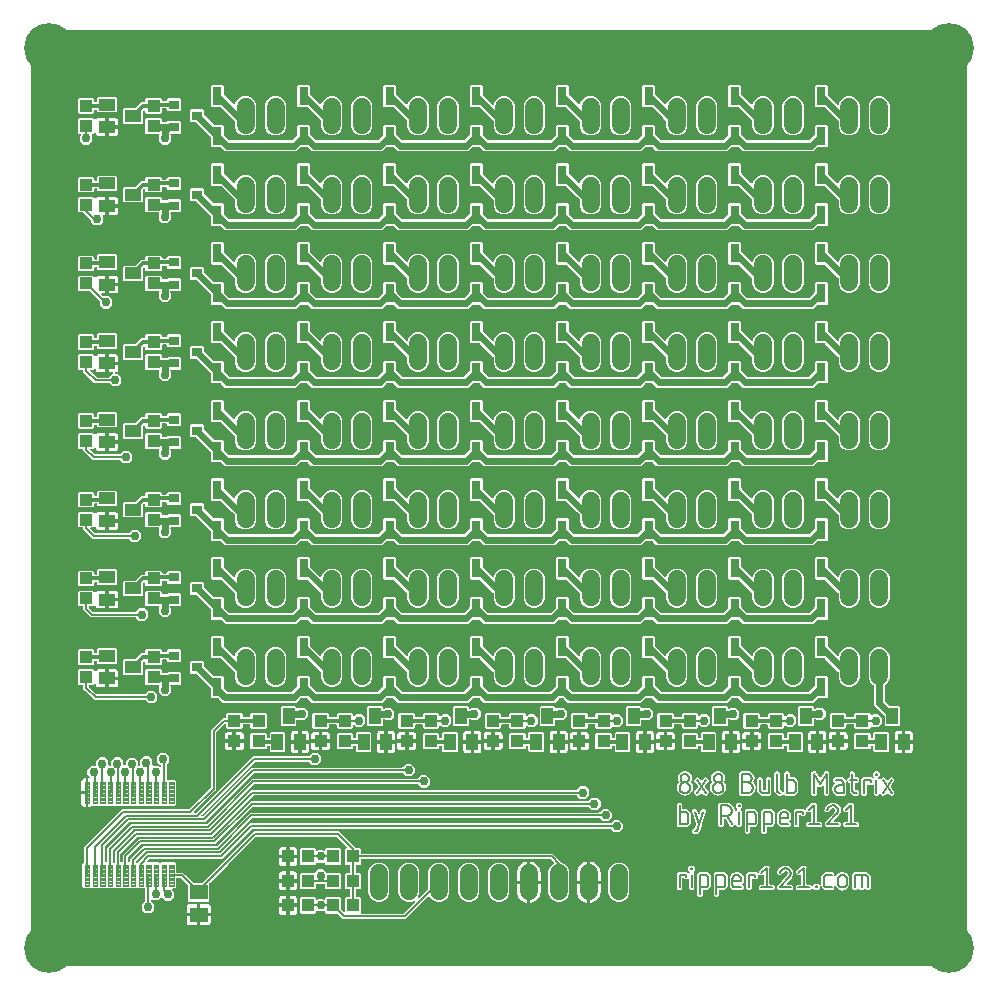
<source format=gbr>
G04 EAGLE Gerber RS-274X export*
G75*
%MOMM*%
%FSLAX34Y34*%
%LPD*%
%INTop Copper*%
%IPPOS*%
%AMOC8*
5,1,8,0,0,1.08239X$1,22.5*%
G01*
%ADD10C,0.152400*%
%ADD11C,0.120000*%
%ADD12R,0.800000X1.600000*%
%ADD13C,1.508000*%
%ADD14R,1.400000X1.000000*%
%ADD15R,1.100000X1.000000*%
%ADD16R,0.900000X0.800000*%
%ADD17R,1.000000X1.400000*%
%ADD18R,1.000000X1.100000*%
%ADD19R,1.500000X1.300000*%
%ADD20C,4.216000*%
%ADD21C,0.609600*%
%ADD22C,0.756400*%
%ADD23C,0.304800*%

G36*
X787418Y10164D02*
X787418Y10164D01*
X787450Y10162D01*
X789340Y10286D01*
X789363Y10292D01*
X789487Y10311D01*
X793138Y11289D01*
X793152Y11295D01*
X793167Y11297D01*
X793321Y11365D01*
X796594Y13255D01*
X796606Y13265D01*
X796621Y13271D01*
X796752Y13376D01*
X799424Y16048D01*
X799434Y16061D01*
X799446Y16071D01*
X799545Y16206D01*
X801435Y19479D01*
X801441Y19494D01*
X801450Y19506D01*
X801511Y19662D01*
X802489Y23313D01*
X802492Y23337D01*
X802514Y23460D01*
X802638Y25350D01*
X802636Y25369D01*
X802639Y25400D01*
X802639Y787400D01*
X802636Y787418D01*
X802638Y787436D01*
X802637Y787441D01*
X802638Y787450D01*
X802514Y789340D01*
X802508Y789363D01*
X802489Y789487D01*
X801511Y793138D01*
X801505Y793152D01*
X801503Y793167D01*
X801435Y793321D01*
X799545Y796594D01*
X799535Y796606D01*
X799529Y796621D01*
X799424Y796752D01*
X796752Y799424D01*
X796739Y799434D01*
X796729Y799446D01*
X796594Y799545D01*
X793321Y801435D01*
X793306Y801441D01*
X793294Y801450D01*
X793138Y801511D01*
X789487Y802489D01*
X789463Y802492D01*
X789340Y802514D01*
X787450Y802638D01*
X787431Y802636D01*
X787400Y802639D01*
X25400Y802639D01*
X25382Y802636D01*
X25350Y802638D01*
X23460Y802514D01*
X23437Y802508D01*
X23313Y802489D01*
X19662Y801511D01*
X19648Y801505D01*
X19633Y801503D01*
X19479Y801435D01*
X16206Y799545D01*
X16194Y799535D01*
X16179Y799529D01*
X16048Y799424D01*
X13376Y796752D01*
X13366Y796739D01*
X13354Y796729D01*
X13255Y796594D01*
X11365Y793321D01*
X11359Y793306D01*
X11350Y793294D01*
X11289Y793138D01*
X10311Y789487D01*
X10308Y789463D01*
X10286Y789340D01*
X10162Y787450D01*
X10164Y787431D01*
X10161Y787400D01*
X10161Y25400D01*
X10164Y25382D01*
X10162Y25350D01*
X10286Y23460D01*
X10292Y23437D01*
X10311Y23313D01*
X11289Y19662D01*
X11295Y19648D01*
X11297Y19633D01*
X11365Y19479D01*
X13255Y16206D01*
X13265Y16194D01*
X13271Y16179D01*
X13376Y16048D01*
X16048Y13376D01*
X16061Y13366D01*
X16071Y13354D01*
X16206Y13255D01*
X19479Y11365D01*
X19494Y11359D01*
X19506Y11350D01*
X19662Y11289D01*
X23313Y10311D01*
X23337Y10308D01*
X23460Y10286D01*
X25350Y10162D01*
X25369Y10164D01*
X25400Y10161D01*
X787400Y10161D01*
X787418Y10164D01*
G37*
%LPC*%
G36*
X274715Y50101D02*
X274715Y50101D01*
X270151Y54665D01*
X270077Y54718D01*
X270008Y54777D01*
X269978Y54790D01*
X269952Y54808D01*
X269865Y54835D01*
X269780Y54869D01*
X269739Y54874D01*
X269716Y54881D01*
X269684Y54880D01*
X269613Y54888D01*
X260506Y54888D01*
X259613Y55781D01*
X259613Y56595D01*
X259601Y56666D01*
X259599Y56738D01*
X259581Y56787D01*
X259573Y56838D01*
X259539Y56901D01*
X259515Y56969D01*
X259482Y57009D01*
X259458Y57055D01*
X259406Y57105D01*
X259361Y57161D01*
X259317Y57189D01*
X259280Y57225D01*
X259215Y57255D01*
X259154Y57294D01*
X259104Y57306D01*
X259057Y57328D01*
X258985Y57336D01*
X258916Y57354D01*
X258864Y57350D01*
X258812Y57355D01*
X258742Y57340D01*
X258671Y57335D01*
X258623Y57314D01*
X258572Y57303D01*
X258510Y57266D01*
X258444Y57238D01*
X258388Y57193D01*
X258361Y57177D01*
X258345Y57159D01*
X258313Y57133D01*
X257786Y56606D01*
X253389Y56606D01*
X252862Y57133D01*
X252804Y57175D01*
X252752Y57225D01*
X252704Y57247D01*
X252662Y57277D01*
X252594Y57298D01*
X252528Y57328D01*
X252477Y57334D01*
X252427Y57349D01*
X252355Y57347D01*
X252284Y57355D01*
X252233Y57344D01*
X252181Y57343D01*
X252114Y57318D01*
X252044Y57303D01*
X251999Y57276D01*
X251950Y57258D01*
X251894Y57214D01*
X251833Y57177D01*
X251799Y57137D01*
X251758Y57105D01*
X251719Y57044D01*
X251673Y56990D01*
X251653Y56942D01*
X251625Y56898D01*
X251608Y56828D01*
X251581Y56762D01*
X251573Y56691D01*
X251565Y56659D01*
X251567Y56636D01*
X251562Y56595D01*
X251562Y55781D01*
X250669Y54888D01*
X239406Y54888D01*
X238513Y55781D01*
X238513Y68044D01*
X239406Y68937D01*
X250669Y68937D01*
X251562Y68044D01*
X251562Y67230D01*
X251564Y67220D01*
X251563Y67215D01*
X251569Y67189D01*
X251574Y67159D01*
X251576Y67087D01*
X251594Y67038D01*
X251602Y66987D01*
X251636Y66924D01*
X251660Y66856D01*
X251693Y66816D01*
X251717Y66770D01*
X251769Y66720D01*
X251814Y66664D01*
X251858Y66636D01*
X251895Y66600D01*
X251960Y66570D01*
X252021Y66531D01*
X252071Y66519D01*
X252118Y66497D01*
X252190Y66489D01*
X252259Y66471D01*
X252311Y66475D01*
X252363Y66470D01*
X252433Y66485D01*
X252504Y66490D01*
X252552Y66511D01*
X252603Y66522D01*
X252665Y66559D01*
X252731Y66587D01*
X252787Y66632D01*
X252814Y66648D01*
X252830Y66666D01*
X252862Y66692D01*
X253389Y67219D01*
X257786Y67219D01*
X258313Y66692D01*
X258371Y66650D01*
X258423Y66600D01*
X258471Y66578D01*
X258513Y66548D01*
X258581Y66527D01*
X258647Y66497D01*
X258698Y66491D01*
X258748Y66476D01*
X258820Y66478D01*
X258891Y66470D01*
X258942Y66481D01*
X258994Y66482D01*
X259061Y66507D01*
X259131Y66522D01*
X259176Y66549D01*
X259225Y66567D01*
X259281Y66611D01*
X259342Y66648D01*
X259376Y66688D01*
X259417Y66720D01*
X259456Y66781D01*
X259502Y66835D01*
X259522Y66883D01*
X259550Y66927D01*
X259567Y66997D01*
X259594Y67063D01*
X259602Y67134D01*
X259610Y67166D01*
X259608Y67189D01*
X259613Y67230D01*
X259613Y68044D01*
X260506Y68937D01*
X271769Y68937D01*
X272662Y68044D01*
X272662Y58937D01*
X272677Y58847D01*
X272684Y58756D01*
X272697Y58726D01*
X272702Y58694D01*
X272745Y58614D01*
X272780Y58530D01*
X272806Y58498D01*
X272817Y58477D01*
X272840Y58455D01*
X272885Y58399D01*
X275313Y55971D01*
X275371Y55929D01*
X275423Y55879D01*
X275471Y55858D01*
X275513Y55827D01*
X275581Y55806D01*
X275647Y55776D01*
X275698Y55770D01*
X275748Y55755D01*
X275820Y55757D01*
X275891Y55749D01*
X275942Y55760D01*
X275994Y55761D01*
X276061Y55786D01*
X276131Y55801D01*
X276176Y55828D01*
X276225Y55846D01*
X276281Y55890D01*
X276342Y55927D01*
X276376Y55967D01*
X276417Y55999D01*
X276456Y56060D01*
X276502Y56114D01*
X276522Y56162D01*
X276550Y56206D01*
X276567Y56276D01*
X276594Y56342D01*
X276602Y56414D01*
X276610Y56445D01*
X276608Y56468D01*
X276613Y56509D01*
X276613Y68044D01*
X277506Y68937D01*
X280090Y68937D01*
X280109Y68940D01*
X280129Y68938D01*
X280230Y68960D01*
X280332Y68977D01*
X280350Y68986D01*
X280369Y68991D01*
X280458Y69044D01*
X280550Y69092D01*
X280563Y69106D01*
X280580Y69117D01*
X280648Y69195D01*
X280719Y69270D01*
X280727Y69288D01*
X280740Y69304D01*
X280779Y69400D01*
X280823Y69493D01*
X280825Y69513D01*
X280832Y69532D01*
X280851Y69698D01*
X280851Y74764D01*
X280848Y74784D01*
X280850Y74803D01*
X280828Y74905D01*
X280811Y75007D01*
X280802Y75024D01*
X280797Y75044D01*
X280744Y75133D01*
X280696Y75224D01*
X280682Y75238D01*
X280671Y75255D01*
X280593Y75322D01*
X280518Y75394D01*
X280500Y75402D01*
X280484Y75415D01*
X280388Y75454D01*
X280295Y75497D01*
X280275Y75499D01*
X280256Y75507D01*
X280090Y75525D01*
X277506Y75525D01*
X276613Y76418D01*
X276613Y88682D01*
X277506Y89575D01*
X280090Y89575D01*
X280109Y89578D01*
X280129Y89576D01*
X280230Y89598D01*
X280332Y89614D01*
X280350Y89624D01*
X280369Y89628D01*
X280458Y89681D01*
X280550Y89730D01*
X280563Y89744D01*
X280580Y89754D01*
X280648Y89833D01*
X280719Y89908D01*
X280727Y89926D01*
X280740Y89941D01*
X280779Y90037D01*
X280823Y90131D01*
X280825Y90151D01*
X280832Y90169D01*
X280851Y90336D01*
X280851Y95402D01*
X280848Y95421D01*
X280850Y95441D01*
X280828Y95542D01*
X280811Y95644D01*
X280802Y95662D01*
X280797Y95681D01*
X280744Y95770D01*
X280696Y95862D01*
X280682Y95875D01*
X280671Y95892D01*
X280593Y95960D01*
X280518Y96031D01*
X280500Y96039D01*
X280484Y96052D01*
X280388Y96091D01*
X280295Y96135D01*
X280275Y96137D01*
X280256Y96144D01*
X280090Y96163D01*
X277506Y96163D01*
X276613Y97056D01*
X276613Y109319D01*
X277519Y110225D01*
X277533Y110226D01*
X277582Y110244D01*
X277634Y110252D01*
X277697Y110286D01*
X277764Y110310D01*
X277805Y110343D01*
X277851Y110367D01*
X277901Y110419D01*
X277957Y110464D01*
X277985Y110508D01*
X278021Y110545D01*
X278051Y110610D01*
X278090Y110671D01*
X278102Y110721D01*
X278124Y110768D01*
X278132Y110840D01*
X278150Y110909D01*
X278146Y110961D01*
X278151Y111013D01*
X278136Y111083D01*
X278130Y111154D01*
X278110Y111202D01*
X278099Y111253D01*
X278062Y111315D01*
X278034Y111381D01*
X277989Y111437D01*
X277973Y111464D01*
X277955Y111480D01*
X277929Y111512D01*
X269713Y119728D01*
X269639Y119781D01*
X269570Y119840D01*
X269540Y119853D01*
X269514Y119871D01*
X269427Y119898D01*
X269342Y119932D01*
X269301Y119937D01*
X269278Y119944D01*
X269246Y119943D01*
X269175Y119951D01*
X201287Y119951D01*
X201197Y119936D01*
X201106Y119929D01*
X201077Y119916D01*
X201045Y119911D01*
X200964Y119868D01*
X200880Y119833D01*
X200848Y119807D01*
X200827Y119796D01*
X200805Y119773D01*
X200749Y119728D01*
X179318Y98297D01*
X177010Y95988D01*
X161648Y80626D01*
X161595Y80552D01*
X161535Y80483D01*
X161523Y80453D01*
X161504Y80427D01*
X161477Y80340D01*
X161443Y80255D01*
X161439Y80214D01*
X161432Y80191D01*
X161433Y80159D01*
X161425Y80088D01*
X161425Y65868D01*
X160532Y64975D01*
X144268Y64975D01*
X143375Y65868D01*
X143375Y78476D01*
X143361Y78566D01*
X143353Y78657D01*
X143341Y78686D01*
X143336Y78718D01*
X143293Y78799D01*
X143257Y78883D01*
X143231Y78915D01*
X143220Y78936D01*
X143197Y78958D01*
X143152Y79014D01*
X137488Y84678D01*
X137414Y84731D01*
X137345Y84790D01*
X137315Y84803D01*
X137289Y84821D01*
X137202Y84848D01*
X137117Y84882D01*
X137076Y84887D01*
X137053Y84894D01*
X137021Y84893D01*
X136950Y84901D01*
X134098Y84901D01*
X134079Y84898D01*
X134059Y84900D01*
X133958Y84878D01*
X133856Y84861D01*
X133838Y84852D01*
X133819Y84847D01*
X133730Y84794D01*
X133638Y84746D01*
X133625Y84732D01*
X133608Y84721D01*
X133540Y84643D01*
X133469Y84568D01*
X133461Y84550D01*
X133448Y84534D01*
X133409Y84438D01*
X133365Y84345D01*
X133363Y84325D01*
X133356Y84306D01*
X133337Y84140D01*
X133337Y77407D01*
X132093Y76163D01*
X130674Y76163D01*
X130603Y76151D01*
X130531Y76149D01*
X130482Y76131D01*
X130431Y76123D01*
X130368Y76089D01*
X130300Y76065D01*
X130260Y76032D01*
X130214Y76008D01*
X130164Y75956D01*
X130108Y75911D01*
X130080Y75867D01*
X130044Y75830D01*
X130014Y75765D01*
X129975Y75704D01*
X129963Y75654D01*
X129941Y75607D01*
X129933Y75535D01*
X129915Y75466D01*
X129919Y75414D01*
X129914Y75362D01*
X129929Y75292D01*
X129934Y75221D01*
X129955Y75173D01*
X129966Y75122D01*
X130003Y75060D01*
X130031Y74994D01*
X130076Y74938D01*
X130092Y74911D01*
X130110Y74895D01*
X130136Y74863D01*
X131645Y73354D01*
X131645Y68957D01*
X128537Y65849D01*
X124140Y65849D01*
X121510Y68479D01*
X121494Y68490D01*
X121482Y68506D01*
X121394Y68562D01*
X121311Y68622D01*
X121292Y68628D01*
X121275Y68639D01*
X121174Y68664D01*
X121075Y68695D01*
X121056Y68694D01*
X121036Y68699D01*
X120933Y68691D01*
X120830Y68688D01*
X120811Y68682D01*
X120791Y68680D01*
X120696Y68640D01*
X120599Y68604D01*
X120583Y68591D01*
X120565Y68584D01*
X120434Y68479D01*
X118086Y66131D01*
X113689Y66131D01*
X113124Y66696D01*
X113066Y66738D01*
X113014Y66788D01*
X112966Y66810D01*
X112924Y66840D01*
X112856Y66861D01*
X112790Y66891D01*
X112739Y66897D01*
X112689Y66912D01*
X112617Y66910D01*
X112546Y66918D01*
X112495Y66907D01*
X112443Y66906D01*
X112376Y66881D01*
X112306Y66866D01*
X112261Y66839D01*
X112212Y66821D01*
X112156Y66777D01*
X112095Y66740D01*
X112061Y66700D01*
X112020Y66668D01*
X111981Y66607D01*
X111935Y66553D01*
X111915Y66505D01*
X111887Y66461D01*
X111870Y66391D01*
X111843Y66325D01*
X111835Y66254D01*
X111827Y66222D01*
X111829Y66199D01*
X111824Y66158D01*
X111824Y65858D01*
X111839Y65768D01*
X111846Y65677D01*
X111859Y65648D01*
X111864Y65616D01*
X111907Y65535D01*
X111942Y65451D01*
X111968Y65419D01*
X111979Y65398D01*
X112002Y65376D01*
X112047Y65320D01*
X114844Y62523D01*
X114844Y58127D01*
X111736Y55018D01*
X107339Y55018D01*
X104231Y58127D01*
X104231Y62523D01*
X107028Y65320D01*
X107081Y65394D01*
X107140Y65464D01*
X107153Y65494D01*
X107171Y65520D01*
X107198Y65607D01*
X107232Y65692D01*
X107237Y65733D01*
X107244Y65755D01*
X107243Y65787D01*
X107251Y65858D01*
X107251Y75483D01*
X107239Y75554D01*
X107237Y75626D01*
X107219Y75675D01*
X107211Y75726D01*
X107177Y75789D01*
X107153Y75857D01*
X107120Y75897D01*
X107096Y75943D01*
X107044Y75993D01*
X106999Y76049D01*
X106955Y76077D01*
X106918Y76113D01*
X106853Y76143D01*
X106792Y76182D01*
X106742Y76194D01*
X106695Y76216D01*
X106623Y76224D01*
X106554Y76242D01*
X106502Y76238D01*
X106450Y76243D01*
X106380Y76228D01*
X106308Y76223D01*
X106261Y76202D01*
X106210Y76191D01*
X106162Y76163D01*
X100732Y76163D01*
X100701Y76194D01*
X100685Y76206D01*
X100672Y76222D01*
X100593Y76272D01*
X100585Y76279D01*
X100580Y76281D01*
X100501Y76338D01*
X100482Y76344D01*
X100465Y76355D01*
X100365Y76380D01*
X100266Y76410D01*
X100246Y76410D01*
X100227Y76415D01*
X100124Y76407D01*
X100020Y76404D01*
X100001Y76397D01*
X99981Y76396D01*
X99886Y76355D01*
X99789Y76319D01*
X99773Y76307D01*
X99755Y76299D01*
X99675Y76235D01*
X99674Y76235D01*
X99624Y76194D01*
X99593Y76163D01*
X94232Y76163D01*
X94201Y76194D01*
X94185Y76206D01*
X94172Y76222D01*
X94093Y76272D01*
X94085Y76279D01*
X94080Y76281D01*
X94001Y76338D01*
X93982Y76344D01*
X93965Y76355D01*
X93865Y76380D01*
X93766Y76410D01*
X93746Y76410D01*
X93727Y76415D01*
X93624Y76407D01*
X93520Y76404D01*
X93501Y76397D01*
X93481Y76396D01*
X93386Y76355D01*
X93289Y76319D01*
X93273Y76307D01*
X93255Y76299D01*
X93175Y76235D01*
X93174Y76235D01*
X93124Y76194D01*
X93093Y76163D01*
X87732Y76163D01*
X87701Y76194D01*
X87685Y76206D01*
X87672Y76222D01*
X87593Y76272D01*
X87585Y76279D01*
X87580Y76281D01*
X87501Y76338D01*
X87482Y76344D01*
X87465Y76355D01*
X87365Y76380D01*
X87266Y76410D01*
X87246Y76410D01*
X87227Y76415D01*
X87124Y76407D01*
X87020Y76404D01*
X87001Y76397D01*
X86981Y76396D01*
X86886Y76355D01*
X86789Y76319D01*
X86773Y76307D01*
X86755Y76299D01*
X86675Y76235D01*
X86674Y76235D01*
X86624Y76194D01*
X86593Y76163D01*
X81232Y76163D01*
X81201Y76194D01*
X81185Y76206D01*
X81172Y76222D01*
X81093Y76272D01*
X81085Y76279D01*
X81080Y76281D01*
X81001Y76338D01*
X80982Y76344D01*
X80965Y76355D01*
X80865Y76380D01*
X80766Y76410D01*
X80746Y76410D01*
X80727Y76415D01*
X80624Y76407D01*
X80520Y76404D01*
X80501Y76397D01*
X80481Y76396D01*
X80386Y76355D01*
X80289Y76319D01*
X80273Y76307D01*
X80255Y76299D01*
X80175Y76235D01*
X80174Y76235D01*
X80124Y76194D01*
X80093Y76163D01*
X74732Y76163D01*
X74701Y76194D01*
X74685Y76206D01*
X74672Y76222D01*
X74593Y76272D01*
X74585Y76279D01*
X74580Y76281D01*
X74501Y76338D01*
X74482Y76344D01*
X74465Y76355D01*
X74365Y76380D01*
X74266Y76410D01*
X74246Y76410D01*
X74227Y76415D01*
X74124Y76407D01*
X74020Y76404D01*
X74001Y76397D01*
X73981Y76396D01*
X73886Y76355D01*
X73789Y76319D01*
X73773Y76307D01*
X73755Y76299D01*
X73675Y76235D01*
X73674Y76235D01*
X73624Y76194D01*
X73593Y76163D01*
X68232Y76163D01*
X68201Y76194D01*
X68185Y76206D01*
X68172Y76222D01*
X68093Y76272D01*
X68085Y76279D01*
X68080Y76281D01*
X68001Y76338D01*
X67982Y76344D01*
X67965Y76355D01*
X67865Y76380D01*
X67766Y76410D01*
X67746Y76410D01*
X67727Y76415D01*
X67624Y76407D01*
X67520Y76404D01*
X67501Y76397D01*
X67481Y76396D01*
X67386Y76355D01*
X67289Y76319D01*
X67273Y76307D01*
X67255Y76299D01*
X67175Y76235D01*
X67174Y76235D01*
X67124Y76194D01*
X67093Y76163D01*
X61732Y76163D01*
X61701Y76194D01*
X61685Y76206D01*
X61672Y76222D01*
X61593Y76272D01*
X61585Y76279D01*
X61580Y76281D01*
X61501Y76338D01*
X61482Y76344D01*
X61465Y76355D01*
X61365Y76380D01*
X61266Y76410D01*
X61246Y76410D01*
X61227Y76415D01*
X61124Y76407D01*
X61020Y76404D01*
X61001Y76397D01*
X60981Y76396D01*
X60886Y76355D01*
X60789Y76319D01*
X60773Y76307D01*
X60755Y76299D01*
X60675Y76235D01*
X60674Y76235D01*
X60624Y76194D01*
X60593Y76163D01*
X55232Y76163D01*
X53988Y77407D01*
X53988Y96968D01*
X55403Y98383D01*
X55456Y98457D01*
X55515Y98526D01*
X55528Y98556D01*
X55546Y98582D01*
X55573Y98669D01*
X55607Y98754D01*
X55612Y98795D01*
X55619Y98817D01*
X55618Y98850D01*
X55626Y98921D01*
X55626Y111247D01*
X87404Y143026D01*
X143845Y143026D01*
X143936Y143040D01*
X144026Y143048D01*
X144056Y143060D01*
X144088Y143065D01*
X144169Y143108D01*
X144253Y143144D01*
X144285Y143170D01*
X144306Y143181D01*
X144328Y143204D01*
X144384Y143249D01*
X162590Y161455D01*
X162643Y161529D01*
X162703Y161599D01*
X162715Y161629D01*
X162734Y161655D01*
X162761Y161742D01*
X162795Y161827D01*
X162799Y161868D01*
X162806Y161890D01*
X162805Y161922D01*
X162813Y161994D01*
X162813Y210497D01*
X172653Y220337D01*
X174777Y220337D01*
X174796Y220340D01*
X174816Y220338D01*
X174917Y220360D01*
X175019Y220376D01*
X175037Y220386D01*
X175056Y220390D01*
X175145Y220443D01*
X175237Y220492D01*
X175250Y220506D01*
X175267Y220516D01*
X175335Y220595D01*
X175406Y220670D01*
X175414Y220688D01*
X175427Y220703D01*
X175466Y220799D01*
X175510Y220893D01*
X175512Y220913D01*
X175519Y220931D01*
X175538Y221098D01*
X175538Y223682D01*
X176431Y224575D01*
X188694Y224575D01*
X189587Y223682D01*
X189587Y221860D01*
X189590Y221840D01*
X189588Y221821D01*
X189610Y221719D01*
X189627Y221617D01*
X189636Y221600D01*
X189641Y221580D01*
X189694Y221491D01*
X189742Y221400D01*
X189756Y221386D01*
X189767Y221369D01*
X189845Y221302D01*
X189920Y221230D01*
X189938Y221222D01*
X189954Y221209D01*
X190050Y221170D01*
X190143Y221127D01*
X190163Y221125D01*
X190182Y221117D01*
X190348Y221099D01*
X195414Y221099D01*
X195434Y221102D01*
X195453Y221100D01*
X195555Y221122D01*
X195657Y221138D01*
X195674Y221148D01*
X195694Y221152D01*
X195783Y221205D01*
X195874Y221254D01*
X195888Y221268D01*
X195905Y221278D01*
X195972Y221357D01*
X196044Y221432D01*
X196052Y221450D01*
X196065Y221465D01*
X196104Y221561D01*
X196147Y221655D01*
X196149Y221675D01*
X196157Y221693D01*
X196175Y221860D01*
X196175Y223682D01*
X197068Y224575D01*
X209332Y224575D01*
X210225Y223682D01*
X210225Y212418D01*
X209332Y211525D01*
X197068Y211525D01*
X196175Y212418D01*
X196175Y214240D01*
X196172Y214260D01*
X196174Y214279D01*
X196152Y214381D01*
X196136Y214483D01*
X196126Y214500D01*
X196122Y214520D01*
X196069Y214609D01*
X196020Y214700D01*
X196006Y214714D01*
X195996Y214731D01*
X195917Y214798D01*
X195842Y214870D01*
X195824Y214878D01*
X195809Y214891D01*
X195713Y214930D01*
X195619Y214973D01*
X195599Y214975D01*
X195581Y214983D01*
X195414Y215001D01*
X190348Y215001D01*
X190329Y214998D01*
X190309Y215000D01*
X190208Y214978D01*
X190106Y214962D01*
X190088Y214952D01*
X190069Y214948D01*
X189980Y214895D01*
X189888Y214846D01*
X189875Y214832D01*
X189858Y214822D01*
X189790Y214743D01*
X189719Y214668D01*
X189711Y214650D01*
X189698Y214635D01*
X189659Y214539D01*
X189615Y214445D01*
X189613Y214425D01*
X189606Y214407D01*
X189587Y214240D01*
X189587Y212418D01*
X188694Y211525D01*
X176431Y211525D01*
X175538Y212418D01*
X175538Y214916D01*
X175526Y214987D01*
X175524Y215058D01*
X175506Y215107D01*
X175498Y215159D01*
X175464Y215222D01*
X175440Y215289D01*
X175407Y215330D01*
X175383Y215376D01*
X175331Y215426D01*
X175286Y215482D01*
X175242Y215510D01*
X175205Y215546D01*
X175140Y215576D01*
X175079Y215615D01*
X175029Y215627D01*
X174982Y215649D01*
X174910Y215657D01*
X174841Y215675D01*
X174789Y215671D01*
X174737Y215676D01*
X174667Y215661D01*
X174596Y215655D01*
X174548Y215635D01*
X174497Y215624D01*
X174435Y215587D01*
X174369Y215559D01*
X174313Y215514D01*
X174286Y215498D01*
X174270Y215480D01*
X174238Y215454D01*
X167610Y208826D01*
X167557Y208752D01*
X167497Y208682D01*
X167485Y208652D01*
X167466Y208626D01*
X167439Y208539D01*
X167405Y208454D01*
X167401Y208413D01*
X167394Y208391D01*
X167395Y208359D01*
X167387Y208287D01*
X167387Y159784D01*
X165824Y158221D01*
X148880Y141277D01*
X148838Y141219D01*
X148789Y141167D01*
X148767Y141120D01*
X148737Y141078D01*
X148716Y141009D01*
X148685Y140944D01*
X148680Y140892D01*
X148664Y140842D01*
X148666Y140771D01*
X148658Y140700D01*
X148669Y140649D01*
X148671Y140597D01*
X148695Y140529D01*
X148710Y140459D01*
X148737Y140414D01*
X148755Y140366D01*
X148800Y140310D01*
X148837Y140248D01*
X148876Y140214D01*
X148909Y140174D01*
X148969Y140135D01*
X149024Y140088D01*
X149072Y140069D01*
X149116Y140041D01*
X149185Y140023D01*
X149252Y139996D01*
X149323Y139988D01*
X149354Y139980D01*
X149377Y139982D01*
X149418Y139978D01*
X149870Y139978D01*
X149961Y139992D01*
X150051Y140000D01*
X150081Y140012D01*
X150113Y140017D01*
X150194Y140060D01*
X150278Y140096D01*
X150310Y140122D01*
X150331Y140133D01*
X150353Y140156D01*
X150409Y140201D01*
X198232Y188024D01*
X245292Y188024D01*
X245382Y188039D01*
X245473Y188046D01*
X245502Y188059D01*
X245534Y188064D01*
X245615Y188107D01*
X245699Y188142D01*
X245731Y188168D01*
X245752Y188179D01*
X245774Y188202D01*
X245830Y188247D01*
X248627Y191044D01*
X253023Y191044D01*
X256132Y187936D01*
X256132Y183539D01*
X253023Y180431D01*
X248627Y180431D01*
X245830Y183228D01*
X245756Y183281D01*
X245686Y183340D01*
X245656Y183353D01*
X245630Y183371D01*
X245543Y183398D01*
X245458Y183432D01*
X245417Y183437D01*
X245395Y183444D01*
X245363Y183443D01*
X245292Y183451D01*
X200442Y183451D01*
X200352Y183436D01*
X200261Y183429D01*
X200231Y183416D01*
X200199Y183411D01*
X200119Y183368D01*
X200035Y183333D01*
X200003Y183307D01*
X199982Y183296D01*
X199960Y183273D01*
X199904Y183228D01*
X154905Y138229D01*
X154863Y138171D01*
X154814Y138119D01*
X154792Y138072D01*
X154762Y138030D01*
X154741Y137961D01*
X154710Y137896D01*
X154705Y137844D01*
X154689Y137794D01*
X154691Y137723D01*
X154683Y137652D01*
X154694Y137601D01*
X154696Y137549D01*
X154720Y137481D01*
X154735Y137411D01*
X154762Y137366D01*
X154780Y137318D01*
X154825Y137262D01*
X154862Y137200D01*
X154901Y137166D01*
X154934Y137126D01*
X154994Y137087D01*
X155049Y137040D01*
X155097Y137021D01*
X155141Y136993D01*
X155210Y136975D01*
X155277Y136948D01*
X155348Y136940D01*
X155379Y136932D01*
X155403Y136934D01*
X155443Y136930D01*
X155896Y136930D01*
X155986Y136944D01*
X156077Y136952D01*
X156106Y136964D01*
X156138Y136969D01*
X156219Y137012D01*
X156303Y137048D01*
X156335Y137074D01*
X156356Y137085D01*
X156378Y137108D01*
X156434Y137153D01*
X197780Y178499D01*
X324667Y178499D01*
X324757Y178514D01*
X324848Y178521D01*
X324877Y178534D01*
X324909Y178539D01*
X324990Y178582D01*
X325074Y178617D01*
X325106Y178643D01*
X325127Y178654D01*
X325149Y178677D01*
X325205Y178722D01*
X328002Y181519D01*
X332398Y181519D01*
X335507Y178411D01*
X335507Y174014D01*
X332398Y170906D01*
X328002Y170906D01*
X325205Y173703D01*
X325131Y173756D01*
X325061Y173815D01*
X325031Y173828D01*
X325005Y173846D01*
X324918Y173873D01*
X324833Y173907D01*
X324792Y173912D01*
X324770Y173919D01*
X324738Y173918D01*
X324667Y173926D01*
X199990Y173926D01*
X199900Y173911D01*
X199809Y173904D01*
X199779Y173891D01*
X199747Y173886D01*
X199667Y173843D01*
X199583Y173808D01*
X199551Y173782D01*
X199530Y173771D01*
X199508Y173748D01*
X199452Y173703D01*
X159668Y133919D01*
X158105Y132356D01*
X93887Y132356D01*
X93796Y132342D01*
X93706Y132334D01*
X93676Y132322D01*
X93644Y132317D01*
X93563Y132274D01*
X93479Y132238D01*
X93447Y132212D01*
X93426Y132201D01*
X93404Y132178D01*
X93348Y132133D01*
X73422Y112207D01*
X73369Y112133D01*
X73310Y112064D01*
X73297Y112034D01*
X73279Y112007D01*
X73252Y111921D01*
X73218Y111836D01*
X73213Y111795D01*
X73206Y111772D01*
X73207Y111740D01*
X73199Y111669D01*
X73199Y98921D01*
X73214Y98831D01*
X73221Y98740D01*
X73234Y98710D01*
X73239Y98678D01*
X73282Y98598D01*
X73317Y98514D01*
X73343Y98481D01*
X73354Y98461D01*
X73377Y98439D01*
X73422Y98383D01*
X73624Y98181D01*
X73640Y98169D01*
X73653Y98153D01*
X73740Y98097D01*
X73824Y98037D01*
X73843Y98031D01*
X73860Y98020D01*
X73960Y97995D01*
X74059Y97965D01*
X74079Y97965D01*
X74098Y97960D01*
X74201Y97968D01*
X74305Y97971D01*
X74324Y97978D01*
X74343Y97979D01*
X74439Y98020D01*
X74536Y98056D01*
X74551Y98068D01*
X74570Y98076D01*
X74701Y98181D01*
X74903Y98383D01*
X74956Y98457D01*
X75015Y98526D01*
X75028Y98556D01*
X75046Y98582D01*
X75073Y98669D01*
X75107Y98754D01*
X75112Y98795D01*
X75119Y98817D01*
X75118Y98850D01*
X75126Y98921D01*
X75126Y110704D01*
X95129Y130707D01*
X158746Y130707D01*
X158836Y130721D01*
X158927Y130729D01*
X158956Y130741D01*
X158988Y130746D01*
X159069Y130789D01*
X159153Y130825D01*
X159185Y130851D01*
X159206Y130862D01*
X159228Y130885D01*
X159284Y130930D01*
X197328Y168974D01*
X337367Y168974D01*
X337457Y168989D01*
X337548Y168996D01*
X337577Y169009D01*
X337609Y169014D01*
X337690Y169057D01*
X337774Y169092D01*
X337806Y169118D01*
X337827Y169129D01*
X337849Y169152D01*
X337905Y169197D01*
X340702Y171994D01*
X345098Y171994D01*
X348207Y168886D01*
X348207Y164489D01*
X345098Y161381D01*
X340702Y161381D01*
X337905Y164178D01*
X337831Y164231D01*
X337761Y164290D01*
X337731Y164303D01*
X337705Y164321D01*
X337618Y164348D01*
X337533Y164382D01*
X337492Y164387D01*
X337470Y164394D01*
X337438Y164393D01*
X337367Y164401D01*
X199538Y164401D01*
X199448Y164386D01*
X199357Y164379D01*
X199327Y164366D01*
X199295Y164361D01*
X199215Y164318D01*
X199131Y164283D01*
X199099Y164257D01*
X199078Y164246D01*
X199056Y164223D01*
X199000Y164178D01*
X160955Y126133D01*
X97339Y126133D01*
X97248Y126119D01*
X97158Y126111D01*
X97128Y126099D01*
X97096Y126094D01*
X97015Y126051D01*
X96931Y126015D01*
X96899Y125989D01*
X96878Y125978D01*
X96856Y125955D01*
X96800Y125910D01*
X79922Y109032D01*
X79869Y108958D01*
X79810Y108889D01*
X79797Y108859D01*
X79779Y108832D01*
X79752Y108746D01*
X79718Y108661D01*
X79713Y108620D01*
X79706Y108597D01*
X79707Y108565D01*
X79699Y108494D01*
X79699Y98921D01*
X79714Y98831D01*
X79721Y98740D01*
X79734Y98710D01*
X79739Y98678D01*
X79782Y98598D01*
X79817Y98514D01*
X79843Y98481D01*
X79854Y98461D01*
X79877Y98439D01*
X79922Y98383D01*
X80124Y98181D01*
X80140Y98169D01*
X80153Y98153D01*
X80240Y98097D01*
X80324Y98037D01*
X80343Y98031D01*
X80360Y98020D01*
X80460Y97995D01*
X80559Y97965D01*
X80579Y97965D01*
X80598Y97960D01*
X80701Y97968D01*
X80805Y97971D01*
X80824Y97978D01*
X80843Y97979D01*
X80939Y98020D01*
X81036Y98056D01*
X81051Y98068D01*
X81070Y98076D01*
X81201Y98181D01*
X81403Y98383D01*
X81456Y98457D01*
X81515Y98526D01*
X81528Y98556D01*
X81546Y98582D01*
X81573Y98669D01*
X81607Y98754D01*
X81612Y98795D01*
X81619Y98817D01*
X81618Y98850D01*
X81626Y98921D01*
X81626Y107529D01*
X98581Y124484D01*
X161596Y124484D01*
X161686Y124498D01*
X161777Y124506D01*
X161806Y124518D01*
X161838Y124523D01*
X161919Y124566D01*
X162003Y124602D01*
X162035Y124628D01*
X162056Y124639D01*
X162078Y124662D01*
X162134Y124707D01*
X196876Y159449D01*
X472304Y159449D01*
X472394Y159464D01*
X472485Y159471D01*
X472515Y159484D01*
X472547Y159489D01*
X472627Y159532D01*
X472711Y159567D01*
X472743Y159593D01*
X472764Y159604D01*
X472786Y159627D01*
X472842Y159672D01*
X475639Y162469D01*
X480036Y162469D01*
X483144Y159361D01*
X483144Y154964D01*
X480036Y151856D01*
X475639Y151856D01*
X472842Y154653D01*
X472768Y154706D01*
X472699Y154765D01*
X472669Y154778D01*
X472643Y154796D01*
X472556Y154823D01*
X472471Y154857D01*
X472430Y154862D01*
X472408Y154869D01*
X472375Y154868D01*
X472304Y154876D01*
X199086Y154876D01*
X198996Y154861D01*
X198905Y154854D01*
X198875Y154841D01*
X198843Y154836D01*
X198763Y154793D01*
X198679Y154758D01*
X198647Y154732D01*
X198626Y154721D01*
X198604Y154698D01*
X198548Y154653D01*
X163805Y119910D01*
X100791Y119910D01*
X100700Y119896D01*
X100610Y119888D01*
X100580Y119876D01*
X100548Y119871D01*
X100467Y119828D01*
X100383Y119792D01*
X100351Y119766D01*
X100330Y119755D01*
X100308Y119732D01*
X100252Y119687D01*
X86422Y105857D01*
X86375Y105791D01*
X86331Y105745D01*
X86325Y105731D01*
X86310Y105714D01*
X86297Y105684D01*
X86279Y105657D01*
X86256Y105583D01*
X86227Y105522D01*
X86225Y105505D01*
X86218Y105486D01*
X86213Y105445D01*
X86206Y105422D01*
X86207Y105390D01*
X86199Y105319D01*
X86199Y98921D01*
X86214Y98831D01*
X86221Y98740D01*
X86234Y98710D01*
X86239Y98678D01*
X86282Y98598D01*
X86317Y98514D01*
X86343Y98481D01*
X86354Y98461D01*
X86377Y98439D01*
X86422Y98383D01*
X86624Y98181D01*
X86640Y98169D01*
X86653Y98153D01*
X86740Y98097D01*
X86824Y98037D01*
X86843Y98031D01*
X86860Y98020D01*
X86960Y97995D01*
X87059Y97965D01*
X87079Y97965D01*
X87098Y97960D01*
X87201Y97968D01*
X87305Y97971D01*
X87324Y97978D01*
X87343Y97979D01*
X87439Y98020D01*
X87536Y98056D01*
X87551Y98068D01*
X87570Y98076D01*
X87701Y98181D01*
X87903Y98383D01*
X87956Y98457D01*
X88015Y98526D01*
X88028Y98556D01*
X88046Y98582D01*
X88073Y98669D01*
X88107Y98754D01*
X88112Y98795D01*
X88119Y98817D01*
X88118Y98850D01*
X88126Y98921D01*
X88126Y104354D01*
X102033Y118261D01*
X164446Y118261D01*
X164536Y118275D01*
X164627Y118283D01*
X164657Y118295D01*
X164689Y118300D01*
X164769Y118343D01*
X164853Y118379D01*
X164885Y118405D01*
X164906Y118416D01*
X164928Y118439D01*
X164984Y118484D01*
X194862Y148362D01*
X196425Y149924D01*
X481829Y149924D01*
X481919Y149939D01*
X482010Y149946D01*
X482040Y149959D01*
X482072Y149964D01*
X482152Y150007D01*
X482236Y150042D01*
X482268Y150068D01*
X482289Y150079D01*
X482311Y150102D01*
X482367Y150147D01*
X485164Y152944D01*
X489561Y152944D01*
X492669Y149836D01*
X492669Y145439D01*
X489561Y142331D01*
X485164Y142331D01*
X482367Y145128D01*
X482293Y145181D01*
X482224Y145240D01*
X482194Y145253D01*
X482168Y145271D01*
X482081Y145298D01*
X481996Y145332D01*
X481955Y145337D01*
X481933Y145344D01*
X481900Y145343D01*
X481829Y145351D01*
X198634Y145351D01*
X198544Y145336D01*
X198453Y145329D01*
X198423Y145316D01*
X198391Y145311D01*
X198311Y145268D01*
X198227Y145233D01*
X198195Y145207D01*
X198174Y145196D01*
X198152Y145173D01*
X198096Y145128D01*
X168218Y115250D01*
X166655Y113687D01*
X104243Y113687D01*
X104152Y113673D01*
X104062Y113665D01*
X104032Y113653D01*
X104000Y113648D01*
X103919Y113605D01*
X103835Y113569D01*
X103803Y113543D01*
X103782Y113532D01*
X103760Y113509D01*
X103704Y113464D01*
X92922Y102682D01*
X92869Y102608D01*
X92810Y102539D01*
X92797Y102509D01*
X92779Y102482D01*
X92752Y102396D01*
X92718Y102311D01*
X92713Y102270D01*
X92706Y102247D01*
X92707Y102215D01*
X92699Y102144D01*
X92699Y98921D01*
X92714Y98831D01*
X92721Y98740D01*
X92734Y98710D01*
X92739Y98678D01*
X92782Y98598D01*
X92817Y98514D01*
X92843Y98481D01*
X92854Y98461D01*
X92877Y98439D01*
X92922Y98383D01*
X93124Y98181D01*
X93140Y98169D01*
X93153Y98153D01*
X93240Y98097D01*
X93324Y98037D01*
X93343Y98031D01*
X93360Y98020D01*
X93460Y97995D01*
X93559Y97965D01*
X93579Y97965D01*
X93598Y97960D01*
X93701Y97968D01*
X93805Y97971D01*
X93824Y97978D01*
X93843Y97979D01*
X93939Y98020D01*
X94036Y98056D01*
X94051Y98068D01*
X94070Y98076D01*
X94201Y98181D01*
X94403Y98383D01*
X94456Y98457D01*
X94515Y98526D01*
X94528Y98556D01*
X94546Y98582D01*
X94573Y98669D01*
X94607Y98754D01*
X94612Y98795D01*
X94619Y98817D01*
X94618Y98850D01*
X94626Y98921D01*
X94626Y101179D01*
X105485Y112038D01*
X167296Y112038D01*
X167386Y112052D01*
X167477Y112060D01*
X167507Y112072D01*
X167539Y112077D01*
X167619Y112120D01*
X167703Y112156D01*
X167735Y112182D01*
X167756Y112193D01*
X167778Y112216D01*
X167834Y112261D01*
X195973Y140399D01*
X491354Y140399D01*
X491444Y140414D01*
X491535Y140421D01*
X491565Y140434D01*
X491597Y140439D01*
X491677Y140482D01*
X491761Y140517D01*
X491793Y140543D01*
X491814Y140554D01*
X491836Y140577D01*
X491892Y140622D01*
X494689Y143419D01*
X499086Y143419D01*
X502194Y140311D01*
X502194Y135914D01*
X499086Y132806D01*
X494689Y132806D01*
X491892Y135603D01*
X491818Y135656D01*
X491749Y135715D01*
X491719Y135728D01*
X491693Y135746D01*
X491606Y135773D01*
X491521Y135807D01*
X491480Y135812D01*
X491458Y135819D01*
X491425Y135818D01*
X491354Y135826D01*
X198182Y135826D01*
X198092Y135811D01*
X198001Y135804D01*
X197972Y135791D01*
X197940Y135786D01*
X197859Y135743D01*
X197775Y135708D01*
X197743Y135682D01*
X197722Y135671D01*
X197700Y135648D01*
X197644Y135603D01*
X169506Y107464D01*
X107695Y107464D01*
X107604Y107450D01*
X107514Y107442D01*
X107484Y107430D01*
X107452Y107425D01*
X107371Y107382D01*
X107287Y107346D01*
X107255Y107320D01*
X107234Y107309D01*
X107212Y107286D01*
X107156Y107241D01*
X99422Y99507D01*
X99369Y99433D01*
X99310Y99364D01*
X99297Y99334D01*
X99279Y99307D01*
X99252Y99221D01*
X99218Y99136D01*
X99213Y99095D01*
X99206Y99072D01*
X99207Y99040D01*
X99199Y98969D01*
X99199Y98921D01*
X99212Y98841D01*
X99213Y98826D01*
X99215Y98821D01*
X99221Y98740D01*
X99234Y98710D01*
X99239Y98678D01*
X99282Y98598D01*
X99317Y98514D01*
X99343Y98481D01*
X99354Y98461D01*
X99377Y98439D01*
X99422Y98383D01*
X99624Y98181D01*
X99640Y98169D01*
X99653Y98153D01*
X99740Y98097D01*
X99824Y98037D01*
X99843Y98031D01*
X99860Y98020D01*
X99960Y97995D01*
X100059Y97965D01*
X100079Y97965D01*
X100098Y97960D01*
X100201Y97968D01*
X100305Y97971D01*
X100324Y97978D01*
X100343Y97979D01*
X100439Y98020D01*
X100536Y98056D01*
X100551Y98068D01*
X100570Y98076D01*
X100701Y98181D01*
X100732Y98212D01*
X101019Y98212D01*
X101109Y98227D01*
X101200Y98234D01*
X101230Y98247D01*
X101262Y98252D01*
X101342Y98295D01*
X101426Y98330D01*
X101458Y98356D01*
X101479Y98367D01*
X101501Y98390D01*
X101557Y98435D01*
X108937Y105815D01*
X170146Y105815D01*
X170236Y105829D01*
X170327Y105837D01*
X170357Y105849D01*
X170389Y105854D01*
X170469Y105897D01*
X170553Y105933D01*
X170585Y105959D01*
X170606Y105970D01*
X170628Y105993D01*
X170684Y106038D01*
X195803Y131156D01*
X500879Y131156D01*
X500969Y131171D01*
X501060Y131178D01*
X501090Y131191D01*
X501122Y131196D01*
X501202Y131239D01*
X501286Y131274D01*
X501318Y131300D01*
X501339Y131311D01*
X501361Y131334D01*
X501417Y131379D01*
X504214Y134176D01*
X508611Y134176D01*
X511719Y131068D01*
X511719Y126671D01*
X508611Y123563D01*
X504214Y123563D01*
X501417Y126360D01*
X501343Y126413D01*
X501274Y126472D01*
X501244Y126485D01*
X501218Y126503D01*
X501131Y126530D01*
X501046Y126564D01*
X501005Y126569D01*
X500983Y126576D01*
X500950Y126575D01*
X500879Y126583D01*
X198012Y126583D01*
X197922Y126568D01*
X197831Y126561D01*
X197802Y126548D01*
X197770Y126543D01*
X197689Y126500D01*
X197605Y126465D01*
X197573Y126439D01*
X197552Y126428D01*
X197530Y126405D01*
X197474Y126360D01*
X172356Y101241D01*
X111147Y101241D01*
X111056Y101227D01*
X110966Y101219D01*
X110936Y101207D01*
X110904Y101202D01*
X110823Y101159D01*
X110739Y101123D01*
X110707Y101097D01*
X110686Y101086D01*
X110664Y101063D01*
X110608Y101018D01*
X109102Y99512D01*
X109060Y99454D01*
X109011Y99402D01*
X108989Y99354D01*
X108958Y99312D01*
X108937Y99244D01*
X108907Y99178D01*
X108901Y99127D01*
X108886Y99077D01*
X108888Y99005D01*
X108880Y98934D01*
X108891Y98883D01*
X108892Y98831D01*
X108917Y98764D01*
X108932Y98694D01*
X108959Y98649D01*
X108977Y98600D01*
X109022Y98544D01*
X109058Y98483D01*
X109098Y98449D01*
X109130Y98408D01*
X109191Y98369D01*
X109245Y98323D01*
X109293Y98303D01*
X109337Y98275D01*
X109407Y98258D01*
X109473Y98231D01*
X109545Y98223D01*
X109576Y98215D01*
X109599Y98217D01*
X109640Y98212D01*
X112593Y98212D01*
X112624Y98181D01*
X112640Y98169D01*
X112653Y98153D01*
X112740Y98097D01*
X112824Y98037D01*
X112843Y98031D01*
X112860Y98020D01*
X112960Y97995D01*
X113059Y97965D01*
X113079Y97965D01*
X113098Y97960D01*
X113201Y97968D01*
X113305Y97971D01*
X113324Y97978D01*
X113343Y97979D01*
X113439Y98020D01*
X113536Y98056D01*
X113552Y98068D01*
X113570Y98076D01*
X113701Y98181D01*
X113732Y98212D01*
X119093Y98212D01*
X119124Y98181D01*
X119140Y98169D01*
X119153Y98153D01*
X119240Y98097D01*
X119324Y98037D01*
X119343Y98031D01*
X119360Y98020D01*
X119460Y97995D01*
X119559Y97965D01*
X119579Y97965D01*
X119598Y97960D01*
X119701Y97968D01*
X119805Y97971D01*
X119824Y97978D01*
X119843Y97979D01*
X119939Y98020D01*
X120036Y98056D01*
X120052Y98068D01*
X120070Y98076D01*
X120201Y98181D01*
X120232Y98212D01*
X125593Y98212D01*
X125624Y98181D01*
X125640Y98169D01*
X125653Y98153D01*
X125740Y98097D01*
X125824Y98037D01*
X125843Y98031D01*
X125860Y98020D01*
X125960Y97995D01*
X126059Y97965D01*
X126079Y97965D01*
X126098Y97960D01*
X126201Y97968D01*
X126305Y97971D01*
X126324Y97978D01*
X126343Y97979D01*
X126439Y98020D01*
X126536Y98056D01*
X126552Y98068D01*
X126570Y98076D01*
X126701Y98181D01*
X126732Y98212D01*
X132093Y98212D01*
X133337Y96968D01*
X133337Y90235D01*
X133340Y90216D01*
X133338Y90196D01*
X133360Y90095D01*
X133377Y89993D01*
X133386Y89975D01*
X133391Y89956D01*
X133444Y89867D01*
X133492Y89775D01*
X133506Y89762D01*
X133517Y89745D01*
X133595Y89677D01*
X133670Y89606D01*
X133688Y89598D01*
X133704Y89585D01*
X133800Y89546D01*
X133893Y89502D01*
X133913Y89500D01*
X133932Y89493D01*
X134098Y89474D01*
X139160Y89474D01*
X140722Y87912D01*
X147386Y81248D01*
X147460Y81195D01*
X147530Y81135D01*
X147560Y81123D01*
X147586Y81104D01*
X147673Y81077D01*
X147758Y81043D01*
X147799Y81039D01*
X147821Y81032D01*
X147853Y81033D01*
X147924Y81025D01*
X155263Y81025D01*
X155353Y81039D01*
X155444Y81047D01*
X155474Y81059D01*
X155506Y81064D01*
X155586Y81107D01*
X155670Y81143D01*
X155702Y81169D01*
X155723Y81180D01*
X155745Y81203D01*
X155801Y81248D01*
X173776Y99222D01*
X176084Y101530D01*
X176084Y101531D01*
X197515Y122962D01*
X199078Y124524D01*
X271385Y124524D01*
X283862Y112047D01*
X285474Y110435D01*
X285548Y110382D01*
X285617Y110323D01*
X285647Y110311D01*
X285673Y110292D01*
X285760Y110265D01*
X285845Y110231D01*
X285886Y110226D01*
X285909Y110219D01*
X285941Y110220D01*
X286012Y110212D01*
X288769Y110212D01*
X289662Y109319D01*
X289662Y106235D01*
X289665Y106216D01*
X289663Y106196D01*
X289685Y106095D01*
X289702Y105993D01*
X289711Y105975D01*
X289716Y105956D01*
X289769Y105867D01*
X289817Y105775D01*
X289831Y105762D01*
X289842Y105745D01*
X289920Y105677D01*
X289995Y105606D01*
X290013Y105598D01*
X290029Y105585D01*
X290125Y105546D01*
X290218Y105502D01*
X290238Y105500D01*
X290257Y105493D01*
X290423Y105474D01*
X452115Y105474D01*
X459505Y98084D01*
X459506Y98078D01*
X459523Y97962D01*
X459525Y97956D01*
X459526Y97950D01*
X459581Y97847D01*
X459634Y97743D01*
X459639Y97738D01*
X459642Y97733D01*
X459726Y97653D01*
X459810Y97571D01*
X459816Y97567D01*
X459820Y97564D01*
X459837Y97556D01*
X459957Y97490D01*
X462335Y96505D01*
X464885Y93955D01*
X466265Y90623D01*
X466265Y71937D01*
X464885Y68605D01*
X462335Y66055D01*
X459003Y64675D01*
X455397Y64675D01*
X452065Y66055D01*
X449515Y68605D01*
X448135Y71937D01*
X448135Y90623D01*
X449515Y93955D01*
X452065Y96505D01*
X452817Y96816D01*
X452856Y96840D01*
X452899Y96856D01*
X452959Y96904D01*
X453026Y96946D01*
X453055Y96981D01*
X453091Y97010D01*
X453133Y97075D01*
X453182Y97135D01*
X453199Y97178D01*
X453224Y97216D01*
X453243Y97292D01*
X453271Y97365D01*
X453273Y97410D01*
X453284Y97455D01*
X453278Y97533D01*
X453281Y97610D01*
X453268Y97655D01*
X453265Y97700D01*
X453234Y97772D01*
X453213Y97847D01*
X453186Y97884D01*
X453168Y97927D01*
X453083Y98033D01*
X453072Y98049D01*
X453068Y98052D01*
X453064Y98058D01*
X450443Y100678D01*
X450369Y100731D01*
X450300Y100790D01*
X450270Y100802D01*
X450244Y100821D01*
X450156Y100848D01*
X450072Y100882D01*
X450031Y100887D01*
X450008Y100894D01*
X449976Y100893D01*
X449905Y100901D01*
X290423Y100901D01*
X290404Y100898D01*
X290384Y100900D01*
X290283Y100878D01*
X290181Y100861D01*
X290163Y100852D01*
X290144Y100847D01*
X290055Y100794D01*
X289963Y100746D01*
X289950Y100732D01*
X289933Y100721D01*
X289865Y100643D01*
X289794Y100568D01*
X289786Y100550D01*
X289773Y100534D01*
X289734Y100438D01*
X289690Y100345D01*
X289688Y100325D01*
X289681Y100306D01*
X289662Y100140D01*
X289662Y97056D01*
X288769Y96163D01*
X286185Y96163D01*
X286166Y96160D01*
X286146Y96162D01*
X286045Y96140D01*
X285943Y96123D01*
X285925Y96114D01*
X285906Y96109D01*
X285817Y96056D01*
X285725Y96008D01*
X285712Y95994D01*
X285695Y95983D01*
X285627Y95905D01*
X285556Y95830D01*
X285548Y95812D01*
X285535Y95796D01*
X285496Y95700D01*
X285452Y95607D01*
X285450Y95587D01*
X285443Y95568D01*
X285424Y95402D01*
X285424Y90336D01*
X285427Y90316D01*
X285425Y90297D01*
X285447Y90195D01*
X285464Y90093D01*
X285473Y90076D01*
X285478Y90056D01*
X285531Y89967D01*
X285579Y89876D01*
X285593Y89862D01*
X285604Y89845D01*
X285682Y89778D01*
X285757Y89706D01*
X285775Y89698D01*
X285791Y89685D01*
X285887Y89646D01*
X285980Y89603D01*
X286000Y89601D01*
X286019Y89593D01*
X286185Y89575D01*
X288769Y89575D01*
X289662Y88682D01*
X289662Y76418D01*
X288769Y75525D01*
X286185Y75525D01*
X286166Y75522D01*
X286146Y75524D01*
X286045Y75502D01*
X285943Y75486D01*
X285925Y75476D01*
X285906Y75472D01*
X285817Y75419D01*
X285725Y75370D01*
X285712Y75356D01*
X285695Y75346D01*
X285627Y75267D01*
X285556Y75192D01*
X285548Y75174D01*
X285535Y75159D01*
X285496Y75063D01*
X285452Y74969D01*
X285450Y74949D01*
X285443Y74931D01*
X285424Y74764D01*
X285424Y69698D01*
X285427Y69679D01*
X285425Y69659D01*
X285447Y69558D01*
X285464Y69456D01*
X285473Y69438D01*
X285478Y69419D01*
X285531Y69330D01*
X285579Y69238D01*
X285593Y69225D01*
X285604Y69208D01*
X285682Y69140D01*
X285757Y69069D01*
X285775Y69061D01*
X285791Y69048D01*
X285887Y69009D01*
X285980Y68965D01*
X286000Y68963D01*
X286019Y68956D01*
X286185Y68937D01*
X288769Y68937D01*
X289662Y68044D01*
X289662Y55645D01*
X289660Y55640D01*
X289654Y55589D01*
X289639Y55539D01*
X289641Y55467D01*
X289633Y55396D01*
X289644Y55345D01*
X289645Y55293D01*
X289670Y55226D01*
X289685Y55156D01*
X289712Y55111D01*
X289730Y55062D01*
X289775Y55006D01*
X289812Y54945D01*
X289851Y54911D01*
X289883Y54870D01*
X289944Y54831D01*
X289998Y54785D01*
X290047Y54765D01*
X290090Y54737D01*
X290160Y54720D01*
X290227Y54693D01*
X290298Y54685D01*
X290329Y54677D01*
X290352Y54679D01*
X290393Y54674D01*
X325445Y54674D01*
X325535Y54689D01*
X325626Y54696D01*
X325656Y54709D01*
X325688Y54714D01*
X325768Y54757D01*
X325852Y54792D01*
X325884Y54818D01*
X325905Y54829D01*
X325927Y54852D01*
X325983Y54897D01*
X335713Y64627D01*
X335769Y64706D01*
X335832Y64781D01*
X335841Y64805D01*
X335856Y64826D01*
X335885Y64919D01*
X335920Y65010D01*
X335921Y65036D01*
X335929Y65061D01*
X335926Y65159D01*
X335930Y65256D01*
X335923Y65281D01*
X335922Y65307D01*
X335889Y65399D01*
X335862Y65492D01*
X335847Y65514D01*
X335838Y65538D01*
X335777Y65614D01*
X335721Y65694D01*
X335700Y65710D01*
X335684Y65730D01*
X335602Y65783D01*
X335524Y65841D01*
X335499Y65849D01*
X335477Y65863D01*
X335383Y65887D01*
X335290Y65917D01*
X335264Y65917D01*
X335239Y65923D01*
X335142Y65916D01*
X335044Y65915D01*
X335013Y65906D01*
X334993Y65904D01*
X334963Y65891D01*
X334883Y65868D01*
X332003Y64675D01*
X328397Y64675D01*
X325065Y66055D01*
X322515Y68605D01*
X321135Y71937D01*
X321135Y90623D01*
X322515Y93955D01*
X325065Y96505D01*
X328397Y97885D01*
X332003Y97885D01*
X335335Y96505D01*
X337885Y93955D01*
X339265Y90623D01*
X339265Y71937D01*
X338072Y69057D01*
X338062Y69015D01*
X338047Y68982D01*
X338042Y68936D01*
X338021Y68869D01*
X338022Y68843D01*
X338016Y68817D01*
X338022Y68755D01*
X338020Y68738D01*
X338025Y68713D01*
X338027Y68623D01*
X338036Y68599D01*
X338039Y68573D01*
X338071Y68499D01*
X338072Y68497D01*
X338073Y68494D01*
X338078Y68484D01*
X338112Y68392D01*
X338128Y68372D01*
X338139Y68348D01*
X338205Y68276D01*
X338265Y68200D01*
X338287Y68186D01*
X338305Y68167D01*
X338390Y68120D01*
X338472Y68067D01*
X338498Y68061D01*
X338521Y68048D01*
X338617Y68031D01*
X338711Y68007D01*
X338737Y68009D01*
X338763Y68004D01*
X338859Y68019D01*
X338956Y68026D01*
X338980Y68036D01*
X339006Y68040D01*
X339093Y68084D01*
X339182Y68122D01*
X339208Y68143D01*
X339225Y68152D01*
X339241Y68167D01*
X339247Y68171D01*
X339260Y68184D01*
X339313Y68227D01*
X346312Y75226D01*
X346365Y75300D01*
X346425Y75370D01*
X346437Y75400D01*
X346456Y75426D01*
X346483Y75513D01*
X346517Y75598D01*
X346521Y75639D01*
X346528Y75661D01*
X346527Y75693D01*
X346535Y75765D01*
X346535Y90623D01*
X347915Y93955D01*
X350465Y96505D01*
X353797Y97885D01*
X357403Y97885D01*
X360735Y96505D01*
X363285Y93955D01*
X364665Y90623D01*
X364665Y71937D01*
X363285Y68605D01*
X360735Y66055D01*
X357403Y64675D01*
X353797Y64675D01*
X350465Y66055D01*
X347915Y68605D01*
X347837Y68794D01*
X347813Y68833D01*
X347797Y68877D01*
X347748Y68937D01*
X347707Y69003D01*
X347672Y69033D01*
X347643Y69069D01*
X347578Y69111D01*
X347518Y69160D01*
X347475Y69177D01*
X347436Y69202D01*
X347361Y69221D01*
X347288Y69249D01*
X347242Y69250D01*
X347198Y69262D01*
X347120Y69256D01*
X347042Y69259D01*
X346998Y69246D01*
X346953Y69243D01*
X346881Y69212D01*
X346806Y69190D01*
X346768Y69164D01*
X346726Y69146D01*
X346619Y69061D01*
X346604Y69050D01*
X346601Y69046D01*
X346595Y69041D01*
X329217Y51663D01*
X327655Y50101D01*
X274715Y50101D01*
G37*
%LPD*%
%LPC*%
G36*
X174793Y366902D02*
X174793Y366902D01*
X171568Y370127D01*
X171494Y370180D01*
X171425Y370240D01*
X171395Y370252D01*
X171369Y370271D01*
X171282Y370298D01*
X171197Y370332D01*
X171156Y370336D01*
X171134Y370343D01*
X171101Y370342D01*
X171030Y370350D01*
X163643Y370350D01*
X162750Y371243D01*
X162750Y378630D01*
X162749Y378640D01*
X162749Y378645D01*
X162743Y378672D01*
X162736Y378720D01*
X162728Y378811D01*
X162716Y378841D01*
X162711Y378873D01*
X162668Y378954D01*
X162632Y379037D01*
X162606Y379070D01*
X162595Y379090D01*
X162572Y379112D01*
X162527Y379168D01*
X150568Y391127D01*
X150494Y391180D01*
X150425Y391240D01*
X150395Y391252D01*
X150369Y391271D01*
X150282Y391298D01*
X150197Y391332D01*
X150156Y391336D01*
X150134Y391343D01*
X150101Y391342D01*
X150030Y391350D01*
X146156Y391350D01*
X145263Y392243D01*
X145263Y401507D01*
X146156Y402400D01*
X156419Y402400D01*
X157312Y401507D01*
X157312Y397632D01*
X157315Y397615D01*
X157313Y397598D01*
X157328Y397530D01*
X157334Y397451D01*
X157347Y397422D01*
X157352Y397390D01*
X157363Y397369D01*
X157366Y397357D01*
X157396Y397307D01*
X157430Y397225D01*
X157456Y397193D01*
X157467Y397172D01*
X157488Y397153D01*
X157492Y397146D01*
X157498Y397141D01*
X157535Y397094D01*
X165007Y389623D01*
X165081Y389570D01*
X165150Y389510D01*
X165180Y389498D01*
X165206Y389479D01*
X165293Y389452D01*
X165378Y389418D01*
X165419Y389414D01*
X165441Y389407D01*
X165474Y389408D01*
X165545Y389400D01*
X172907Y389400D01*
X173800Y388507D01*
X173800Y381145D01*
X173814Y381055D01*
X173822Y380964D01*
X173834Y380934D01*
X173839Y380902D01*
X173882Y380821D01*
X173918Y380738D01*
X173944Y380705D01*
X173955Y380685D01*
X173978Y380663D01*
X174023Y380607D01*
X178359Y376271D01*
X178433Y376218D01*
X178502Y376158D01*
X178532Y376146D01*
X178558Y376127D01*
X178645Y376100D01*
X178730Y376066D01*
X178771Y376062D01*
X178793Y376055D01*
X178826Y376056D01*
X178897Y376048D01*
X230691Y376048D01*
X230781Y376062D01*
X230872Y376070D01*
X230901Y376082D01*
X230933Y376087D01*
X231014Y376130D01*
X231098Y376166D01*
X231130Y376192D01*
X231151Y376203D01*
X231173Y376226D01*
X231229Y376271D01*
X235552Y380594D01*
X235605Y380668D01*
X235665Y380738D01*
X235677Y380768D01*
X235696Y380794D01*
X235723Y380881D01*
X235757Y380966D01*
X235761Y381007D01*
X235768Y381029D01*
X235767Y381061D01*
X235775Y381132D01*
X235775Y388507D01*
X236668Y389400D01*
X245932Y389400D01*
X246825Y388507D01*
X246825Y381145D01*
X246839Y381055D01*
X246847Y380964D01*
X246859Y380934D01*
X246864Y380902D01*
X246907Y380821D01*
X246943Y380738D01*
X246969Y380705D01*
X246980Y380685D01*
X247003Y380663D01*
X247048Y380607D01*
X251384Y376271D01*
X251458Y376218D01*
X251527Y376158D01*
X251557Y376146D01*
X251583Y376127D01*
X251670Y376100D01*
X251755Y376066D01*
X251796Y376062D01*
X251818Y376055D01*
X251851Y376056D01*
X251922Y376048D01*
X303716Y376048D01*
X303806Y376062D01*
X303897Y376070D01*
X303926Y376082D01*
X303958Y376087D01*
X304039Y376130D01*
X304123Y376166D01*
X304155Y376192D01*
X304176Y376203D01*
X304198Y376226D01*
X304254Y376271D01*
X308577Y380594D01*
X308630Y380668D01*
X308690Y380738D01*
X308702Y380768D01*
X308721Y380794D01*
X308748Y380881D01*
X308782Y380966D01*
X308786Y381007D01*
X308793Y381029D01*
X308792Y381061D01*
X308800Y381132D01*
X308800Y388507D01*
X309693Y389400D01*
X318957Y389400D01*
X319850Y388507D01*
X319850Y381145D01*
X319864Y381055D01*
X319872Y380964D01*
X319884Y380934D01*
X319889Y380902D01*
X319932Y380821D01*
X319968Y380738D01*
X319994Y380705D01*
X320005Y380685D01*
X320028Y380663D01*
X320073Y380607D01*
X324409Y376271D01*
X324483Y376218D01*
X324552Y376158D01*
X324582Y376146D01*
X324608Y376127D01*
X324696Y376100D01*
X324780Y376066D01*
X324821Y376062D01*
X324843Y376055D01*
X324876Y376056D01*
X324947Y376048D01*
X376741Y376048D01*
X376831Y376062D01*
X376922Y376070D01*
X376951Y376082D01*
X376983Y376087D01*
X377064Y376130D01*
X377148Y376166D01*
X377180Y376192D01*
X377201Y376203D01*
X377223Y376226D01*
X377279Y376271D01*
X381602Y380594D01*
X381655Y380668D01*
X381715Y380738D01*
X381727Y380768D01*
X381746Y380794D01*
X381773Y380881D01*
X381807Y380966D01*
X381811Y381007D01*
X381818Y381029D01*
X381817Y381061D01*
X381825Y381132D01*
X381825Y388507D01*
X382718Y389400D01*
X391982Y389400D01*
X392875Y388507D01*
X392875Y381145D01*
X392889Y381055D01*
X392897Y380964D01*
X392909Y380934D01*
X392914Y380902D01*
X392957Y380821D01*
X392993Y380738D01*
X393019Y380705D01*
X393030Y380685D01*
X393053Y380663D01*
X393098Y380607D01*
X397434Y376271D01*
X397508Y376218D01*
X397577Y376158D01*
X397607Y376146D01*
X397633Y376127D01*
X397720Y376100D01*
X397805Y376066D01*
X397846Y376062D01*
X397868Y376055D01*
X397901Y376056D01*
X397972Y376048D01*
X449766Y376048D01*
X449856Y376062D01*
X449947Y376070D01*
X449976Y376082D01*
X450008Y376087D01*
X450089Y376130D01*
X450173Y376166D01*
X450205Y376192D01*
X450226Y376203D01*
X450248Y376226D01*
X450304Y376271D01*
X454627Y380594D01*
X454680Y380668D01*
X454740Y380738D01*
X454752Y380768D01*
X454771Y380794D01*
X454798Y380881D01*
X454832Y380966D01*
X454836Y381007D01*
X454843Y381029D01*
X454842Y381061D01*
X454850Y381132D01*
X454850Y388507D01*
X455743Y389400D01*
X465007Y389400D01*
X465900Y388507D01*
X465900Y381145D01*
X465914Y381055D01*
X465922Y380964D01*
X465934Y380934D01*
X465939Y380902D01*
X465982Y380821D01*
X466018Y380738D01*
X466044Y380705D01*
X466055Y380685D01*
X466078Y380663D01*
X466123Y380607D01*
X470459Y376271D01*
X470533Y376218D01*
X470602Y376158D01*
X470632Y376146D01*
X470658Y376127D01*
X470746Y376100D01*
X470830Y376066D01*
X470871Y376062D01*
X470893Y376055D01*
X470926Y376056D01*
X470997Y376048D01*
X522791Y376048D01*
X522881Y376062D01*
X522972Y376070D01*
X523001Y376082D01*
X523033Y376087D01*
X523114Y376130D01*
X523198Y376166D01*
X523230Y376192D01*
X523251Y376203D01*
X523273Y376226D01*
X523329Y376271D01*
X527652Y380594D01*
X527705Y380668D01*
X527765Y380738D01*
X527777Y380768D01*
X527796Y380794D01*
X527823Y380881D01*
X527857Y380966D01*
X527861Y381007D01*
X527868Y381029D01*
X527867Y381061D01*
X527875Y381132D01*
X527875Y388507D01*
X528768Y389400D01*
X538032Y389400D01*
X538925Y388507D01*
X538925Y381145D01*
X538939Y381055D01*
X538947Y380964D01*
X538959Y380934D01*
X538964Y380902D01*
X539007Y380821D01*
X539043Y380738D01*
X539069Y380705D01*
X539080Y380685D01*
X539103Y380663D01*
X539148Y380607D01*
X543484Y376271D01*
X543558Y376218D01*
X543627Y376158D01*
X543657Y376146D01*
X543683Y376127D01*
X543771Y376100D01*
X543855Y376066D01*
X543896Y376062D01*
X543918Y376055D01*
X543951Y376056D01*
X544022Y376048D01*
X595816Y376048D01*
X595906Y376062D01*
X595997Y376070D01*
X596026Y376082D01*
X596058Y376087D01*
X596139Y376130D01*
X596223Y376166D01*
X596255Y376192D01*
X596276Y376203D01*
X596298Y376226D01*
X596354Y376271D01*
X600677Y380594D01*
X600730Y380668D01*
X600790Y380738D01*
X600802Y380768D01*
X600821Y380794D01*
X600848Y380881D01*
X600882Y380966D01*
X600886Y381007D01*
X600893Y381029D01*
X600892Y381061D01*
X600900Y381132D01*
X600900Y388507D01*
X601793Y389400D01*
X611057Y389400D01*
X611950Y388507D01*
X611950Y381145D01*
X611964Y381055D01*
X611972Y380964D01*
X611984Y380934D01*
X611989Y380902D01*
X612032Y380821D01*
X612068Y380738D01*
X612094Y380705D01*
X612105Y380685D01*
X612128Y380663D01*
X612173Y380607D01*
X616509Y376271D01*
X616583Y376218D01*
X616652Y376158D01*
X616682Y376146D01*
X616708Y376127D01*
X616795Y376100D01*
X616880Y376066D01*
X616921Y376062D01*
X616943Y376055D01*
X616976Y376056D01*
X617047Y376048D01*
X668841Y376048D01*
X668931Y376062D01*
X669022Y376070D01*
X669051Y376082D01*
X669083Y376087D01*
X669164Y376130D01*
X669248Y376166D01*
X669280Y376192D01*
X669301Y376203D01*
X669323Y376226D01*
X669379Y376271D01*
X673702Y380594D01*
X673755Y380668D01*
X673815Y380738D01*
X673827Y380768D01*
X673846Y380794D01*
X673873Y380881D01*
X673907Y380966D01*
X673911Y381007D01*
X673918Y381029D01*
X673917Y381061D01*
X673925Y381132D01*
X673925Y388507D01*
X674818Y389400D01*
X684082Y389400D01*
X684975Y388507D01*
X684975Y371243D01*
X684082Y370350D01*
X676707Y370350D01*
X676617Y370336D01*
X676526Y370328D01*
X676497Y370316D01*
X676465Y370311D01*
X676384Y370268D01*
X676300Y370232D01*
X676268Y370206D01*
X676247Y370195D01*
X676225Y370172D01*
X676169Y370127D01*
X675846Y369804D01*
X672944Y366902D01*
X612943Y366902D01*
X609718Y370127D01*
X609644Y370180D01*
X609575Y370240D01*
X609545Y370252D01*
X609519Y370271D01*
X609432Y370298D01*
X609347Y370332D01*
X609306Y370336D01*
X609284Y370343D01*
X609251Y370342D01*
X609180Y370350D01*
X603682Y370350D01*
X603592Y370336D01*
X603501Y370328D01*
X603472Y370316D01*
X603440Y370311D01*
X603359Y370268D01*
X603275Y370232D01*
X603243Y370206D01*
X603222Y370195D01*
X603200Y370172D01*
X603144Y370127D01*
X599919Y366902D01*
X539918Y366902D01*
X537017Y369804D01*
X536693Y370127D01*
X536619Y370180D01*
X536550Y370240D01*
X536520Y370252D01*
X536494Y370271D01*
X536407Y370298D01*
X536322Y370332D01*
X536281Y370336D01*
X536259Y370343D01*
X536226Y370342D01*
X536155Y370350D01*
X530657Y370350D01*
X530567Y370336D01*
X530476Y370328D01*
X530447Y370316D01*
X530415Y370311D01*
X530334Y370268D01*
X530250Y370232D01*
X530218Y370206D01*
X530197Y370195D01*
X530175Y370172D01*
X530119Y370127D01*
X529796Y369804D01*
X526894Y366902D01*
X466893Y366902D01*
X463992Y369804D01*
X463668Y370127D01*
X463594Y370180D01*
X463525Y370240D01*
X463495Y370252D01*
X463469Y370271D01*
X463382Y370298D01*
X463297Y370332D01*
X463256Y370336D01*
X463234Y370343D01*
X463201Y370342D01*
X463130Y370350D01*
X457632Y370350D01*
X457542Y370336D01*
X457451Y370328D01*
X457422Y370316D01*
X457390Y370311D01*
X457309Y370268D01*
X457225Y370232D01*
X457193Y370206D01*
X457172Y370195D01*
X457150Y370172D01*
X457094Y370127D01*
X453869Y366902D01*
X393868Y366902D01*
X390643Y370127D01*
X390569Y370180D01*
X390500Y370240D01*
X390470Y370252D01*
X390444Y370271D01*
X390357Y370298D01*
X390272Y370332D01*
X390231Y370336D01*
X390209Y370343D01*
X390176Y370342D01*
X390105Y370350D01*
X384607Y370350D01*
X384517Y370336D01*
X384426Y370328D01*
X384397Y370316D01*
X384365Y370311D01*
X384284Y370268D01*
X384200Y370232D01*
X384168Y370206D01*
X384147Y370195D01*
X384125Y370172D01*
X384069Y370127D01*
X380844Y366902D01*
X320843Y366902D01*
X317942Y369804D01*
X317618Y370127D01*
X317544Y370180D01*
X317475Y370240D01*
X317445Y370252D01*
X317419Y370271D01*
X317332Y370298D01*
X317247Y370332D01*
X317206Y370336D01*
X317184Y370343D01*
X317151Y370342D01*
X317080Y370350D01*
X311582Y370350D01*
X311492Y370336D01*
X311401Y370328D01*
X311372Y370316D01*
X311340Y370311D01*
X311259Y370268D01*
X311175Y370232D01*
X311143Y370206D01*
X311122Y370195D01*
X311100Y370172D01*
X311044Y370127D01*
X310721Y369804D01*
X307819Y366902D01*
X247818Y366902D01*
X244593Y370127D01*
X244519Y370180D01*
X244450Y370240D01*
X244420Y370252D01*
X244394Y370271D01*
X244307Y370298D01*
X244222Y370332D01*
X244181Y370336D01*
X244159Y370343D01*
X244126Y370342D01*
X244055Y370350D01*
X238557Y370350D01*
X238467Y370336D01*
X238376Y370328D01*
X238347Y370316D01*
X238315Y370311D01*
X238234Y370268D01*
X238150Y370232D01*
X238118Y370206D01*
X238097Y370195D01*
X238075Y370172D01*
X238019Y370127D01*
X234794Y366902D01*
X174793Y366902D01*
G37*
%LPD*%
%LPC*%
G36*
X174793Y633602D02*
X174793Y633602D01*
X171568Y636827D01*
X171494Y636880D01*
X171425Y636940D01*
X171395Y636952D01*
X171369Y636971D01*
X171282Y636998D01*
X171197Y637032D01*
X171156Y637036D01*
X171134Y637043D01*
X171101Y637042D01*
X171030Y637050D01*
X163643Y637050D01*
X162750Y637943D01*
X162750Y645330D01*
X162736Y645420D01*
X162728Y645511D01*
X162716Y645541D01*
X162711Y645573D01*
X162668Y645654D01*
X162632Y645737D01*
X162606Y645770D01*
X162595Y645790D01*
X162572Y645812D01*
X162527Y645868D01*
X150568Y657827D01*
X150494Y657880D01*
X150425Y657940D01*
X150395Y657952D01*
X150369Y657971D01*
X150282Y657998D01*
X150197Y658032D01*
X150156Y658036D01*
X150134Y658043D01*
X150101Y658042D01*
X150030Y658050D01*
X146156Y658050D01*
X145263Y658943D01*
X145263Y668207D01*
X146156Y669100D01*
X156419Y669100D01*
X157312Y668207D01*
X157312Y664332D01*
X157327Y664242D01*
X157334Y664151D01*
X157347Y664122D01*
X157352Y664090D01*
X157395Y664009D01*
X157430Y663925D01*
X157456Y663893D01*
X157467Y663872D01*
X157490Y663850D01*
X157535Y663794D01*
X165007Y656323D01*
X165081Y656270D01*
X165150Y656210D01*
X165180Y656198D01*
X165206Y656179D01*
X165293Y656152D01*
X165378Y656118D01*
X165419Y656114D01*
X165441Y656107D01*
X165474Y656108D01*
X165545Y656100D01*
X172907Y656100D01*
X173800Y655207D01*
X173800Y647845D01*
X173814Y647755D01*
X173822Y647664D01*
X173834Y647634D01*
X173839Y647602D01*
X173882Y647521D01*
X173918Y647438D01*
X173944Y647405D01*
X173955Y647385D01*
X173978Y647363D01*
X174023Y647307D01*
X178359Y642971D01*
X178433Y642918D01*
X178502Y642858D01*
X178532Y642846D01*
X178558Y642827D01*
X178645Y642800D01*
X178730Y642766D01*
X178771Y642762D01*
X178793Y642755D01*
X178826Y642756D01*
X178897Y642748D01*
X230691Y642748D01*
X230781Y642762D01*
X230872Y642770D01*
X230901Y642782D01*
X230933Y642787D01*
X231014Y642830D01*
X231098Y642866D01*
X231130Y642892D01*
X231151Y642903D01*
X231161Y642914D01*
X231162Y642914D01*
X231175Y642928D01*
X231229Y642971D01*
X235552Y647294D01*
X235605Y647368D01*
X235665Y647438D01*
X235677Y647468D01*
X235696Y647494D01*
X235723Y647581D01*
X235757Y647666D01*
X235761Y647707D01*
X235768Y647729D01*
X235767Y647761D01*
X235775Y647832D01*
X235775Y655207D01*
X236668Y656100D01*
X245932Y656100D01*
X246825Y655207D01*
X246825Y647845D01*
X246839Y647755D01*
X246847Y647664D01*
X246859Y647634D01*
X246864Y647602D01*
X246907Y647521D01*
X246943Y647438D01*
X246969Y647405D01*
X246980Y647385D01*
X247003Y647363D01*
X247048Y647307D01*
X251384Y642971D01*
X251458Y642918D01*
X251527Y642858D01*
X251557Y642846D01*
X251583Y642827D01*
X251670Y642800D01*
X251755Y642766D01*
X251796Y642762D01*
X251818Y642755D01*
X251851Y642756D01*
X251922Y642748D01*
X303716Y642748D01*
X303806Y642762D01*
X303897Y642770D01*
X303926Y642782D01*
X303958Y642787D01*
X304039Y642830D01*
X304123Y642866D01*
X304155Y642892D01*
X304176Y642903D01*
X304186Y642914D01*
X304187Y642914D01*
X304200Y642928D01*
X304254Y642971D01*
X308577Y647294D01*
X308630Y647368D01*
X308690Y647438D01*
X308702Y647468D01*
X308721Y647494D01*
X308748Y647581D01*
X308782Y647666D01*
X308786Y647707D01*
X308793Y647729D01*
X308792Y647761D01*
X308800Y647832D01*
X308800Y655207D01*
X309693Y656100D01*
X318957Y656100D01*
X319850Y655207D01*
X319850Y647845D01*
X319864Y647755D01*
X319872Y647664D01*
X319884Y647634D01*
X319889Y647602D01*
X319932Y647521D01*
X319968Y647438D01*
X319994Y647405D01*
X320005Y647385D01*
X320028Y647363D01*
X320073Y647307D01*
X324409Y642971D01*
X324483Y642918D01*
X324552Y642858D01*
X324582Y642846D01*
X324608Y642827D01*
X324695Y642800D01*
X324780Y642766D01*
X324821Y642762D01*
X324843Y642755D01*
X324876Y642756D01*
X324947Y642748D01*
X376741Y642748D01*
X376831Y642762D01*
X376922Y642770D01*
X376951Y642782D01*
X376983Y642787D01*
X377064Y642830D01*
X377148Y642866D01*
X377180Y642892D01*
X377201Y642903D01*
X377211Y642914D01*
X377212Y642914D01*
X377225Y642928D01*
X377279Y642971D01*
X381602Y647294D01*
X381655Y647368D01*
X381715Y647438D01*
X381727Y647468D01*
X381746Y647494D01*
X381773Y647581D01*
X381807Y647666D01*
X381811Y647707D01*
X381818Y647729D01*
X381817Y647761D01*
X381825Y647832D01*
X381825Y655207D01*
X382718Y656100D01*
X391982Y656100D01*
X392875Y655207D01*
X392875Y647845D01*
X392889Y647755D01*
X392897Y647664D01*
X392909Y647634D01*
X392914Y647602D01*
X392957Y647521D01*
X392993Y647438D01*
X393019Y647405D01*
X393030Y647385D01*
X393053Y647363D01*
X393098Y647307D01*
X397434Y642971D01*
X397508Y642918D01*
X397577Y642858D01*
X397607Y642846D01*
X397633Y642827D01*
X397720Y642800D01*
X397805Y642766D01*
X397846Y642762D01*
X397868Y642755D01*
X397901Y642756D01*
X397972Y642748D01*
X449766Y642748D01*
X449856Y642762D01*
X449947Y642770D01*
X449976Y642782D01*
X450008Y642787D01*
X450089Y642830D01*
X450173Y642866D01*
X450205Y642892D01*
X450226Y642903D01*
X450236Y642914D01*
X450237Y642914D01*
X450250Y642928D01*
X450304Y642971D01*
X454627Y647294D01*
X454680Y647368D01*
X454740Y647438D01*
X454752Y647468D01*
X454771Y647494D01*
X454798Y647581D01*
X454832Y647666D01*
X454836Y647707D01*
X454843Y647729D01*
X454842Y647761D01*
X454850Y647832D01*
X454850Y655207D01*
X455743Y656100D01*
X465007Y656100D01*
X465900Y655207D01*
X465900Y647845D01*
X465914Y647755D01*
X465922Y647664D01*
X465934Y647634D01*
X465939Y647602D01*
X465982Y647521D01*
X466018Y647438D01*
X466044Y647405D01*
X466055Y647385D01*
X466078Y647363D01*
X466123Y647307D01*
X470459Y642971D01*
X470533Y642918D01*
X470602Y642858D01*
X470632Y642846D01*
X470658Y642827D01*
X470745Y642800D01*
X470830Y642766D01*
X470871Y642762D01*
X470893Y642755D01*
X470926Y642756D01*
X470997Y642748D01*
X522791Y642748D01*
X522881Y642762D01*
X522972Y642770D01*
X523001Y642782D01*
X523033Y642787D01*
X523114Y642830D01*
X523198Y642866D01*
X523230Y642892D01*
X523251Y642903D01*
X523261Y642914D01*
X523262Y642914D01*
X523275Y642928D01*
X523329Y642971D01*
X527652Y647294D01*
X527705Y647368D01*
X527765Y647438D01*
X527777Y647468D01*
X527796Y647494D01*
X527823Y647581D01*
X527857Y647666D01*
X527861Y647707D01*
X527868Y647729D01*
X527867Y647761D01*
X527875Y647832D01*
X527875Y655207D01*
X528768Y656100D01*
X538032Y656100D01*
X538925Y655207D01*
X538925Y647845D01*
X538939Y647755D01*
X538947Y647664D01*
X538959Y647634D01*
X538964Y647602D01*
X539007Y647521D01*
X539043Y647438D01*
X539069Y647405D01*
X539080Y647385D01*
X539103Y647363D01*
X539148Y647307D01*
X543484Y642971D01*
X543558Y642918D01*
X543627Y642858D01*
X543657Y642846D01*
X543683Y642827D01*
X543770Y642800D01*
X543855Y642766D01*
X543896Y642762D01*
X543918Y642755D01*
X543951Y642756D01*
X544022Y642748D01*
X595816Y642748D01*
X595906Y642762D01*
X595997Y642770D01*
X596026Y642782D01*
X596058Y642787D01*
X596139Y642830D01*
X596223Y642866D01*
X596255Y642892D01*
X596276Y642903D01*
X596286Y642914D01*
X596287Y642914D01*
X596300Y642928D01*
X596354Y642971D01*
X600677Y647294D01*
X600730Y647368D01*
X600790Y647438D01*
X600802Y647468D01*
X600821Y647494D01*
X600848Y647581D01*
X600882Y647666D01*
X600886Y647707D01*
X600893Y647729D01*
X600892Y647761D01*
X600900Y647832D01*
X600900Y655207D01*
X601793Y656100D01*
X611057Y656100D01*
X611950Y655207D01*
X611950Y647845D01*
X611964Y647755D01*
X611972Y647664D01*
X611984Y647634D01*
X611989Y647602D01*
X612032Y647521D01*
X612068Y647438D01*
X612094Y647405D01*
X612105Y647385D01*
X612128Y647363D01*
X612173Y647307D01*
X616509Y642971D01*
X616583Y642918D01*
X616652Y642858D01*
X616682Y642846D01*
X616708Y642827D01*
X616796Y642800D01*
X616880Y642766D01*
X616921Y642762D01*
X616943Y642755D01*
X616976Y642756D01*
X617047Y642748D01*
X668841Y642748D01*
X668931Y642762D01*
X669022Y642770D01*
X669051Y642782D01*
X669083Y642787D01*
X669164Y642830D01*
X669248Y642866D01*
X669280Y642892D01*
X669301Y642903D01*
X669311Y642914D01*
X669312Y642914D01*
X669325Y642928D01*
X669379Y642971D01*
X673702Y647294D01*
X673755Y647368D01*
X673815Y647438D01*
X673827Y647468D01*
X673846Y647494D01*
X673873Y647581D01*
X673907Y647666D01*
X673911Y647707D01*
X673918Y647729D01*
X673917Y647761D01*
X673925Y647832D01*
X673925Y655207D01*
X674818Y656100D01*
X684082Y656100D01*
X684975Y655207D01*
X684975Y637943D01*
X684082Y637050D01*
X676707Y637050D01*
X676617Y637036D01*
X676526Y637028D01*
X676497Y637016D01*
X676465Y637011D01*
X676384Y636968D01*
X676300Y636932D01*
X676268Y636906D01*
X676247Y636895D01*
X676225Y636872D01*
X676169Y636827D01*
X675846Y636504D01*
X672944Y633602D01*
X612943Y633602D01*
X610042Y636504D01*
X609718Y636827D01*
X609644Y636880D01*
X609575Y636940D01*
X609545Y636952D01*
X609519Y636971D01*
X609432Y636998D01*
X609347Y637032D01*
X609306Y637036D01*
X609284Y637043D01*
X609251Y637042D01*
X609180Y637050D01*
X603682Y637050D01*
X603592Y637036D01*
X603501Y637028D01*
X603472Y637016D01*
X603440Y637011D01*
X603359Y636968D01*
X603275Y636932D01*
X603243Y636906D01*
X603222Y636895D01*
X603200Y636872D01*
X603144Y636827D01*
X602821Y636504D01*
X599919Y633602D01*
X539918Y633602D01*
X536693Y636827D01*
X536619Y636880D01*
X536550Y636940D01*
X536520Y636952D01*
X536494Y636971D01*
X536407Y636998D01*
X536322Y637032D01*
X536281Y637036D01*
X536259Y637043D01*
X536226Y637042D01*
X536155Y637050D01*
X530657Y637050D01*
X530567Y637036D01*
X530476Y637028D01*
X530447Y637016D01*
X530415Y637011D01*
X530334Y636968D01*
X530250Y636932D01*
X530218Y636906D01*
X530197Y636895D01*
X530175Y636872D01*
X530119Y636827D01*
X526894Y633602D01*
X466893Y633602D01*
X463668Y636827D01*
X463594Y636880D01*
X463525Y636940D01*
X463495Y636952D01*
X463469Y636971D01*
X463382Y636998D01*
X463297Y637032D01*
X463256Y637036D01*
X463234Y637043D01*
X463201Y637042D01*
X463130Y637050D01*
X457632Y637050D01*
X457542Y637036D01*
X457451Y637028D01*
X457422Y637016D01*
X457390Y637011D01*
X457309Y636968D01*
X457225Y636932D01*
X457193Y636906D01*
X457172Y636895D01*
X457150Y636872D01*
X457094Y636827D01*
X453869Y633602D01*
X393868Y633602D01*
X390643Y636827D01*
X390569Y636880D01*
X390500Y636940D01*
X390470Y636952D01*
X390444Y636971D01*
X390357Y636998D01*
X390272Y637032D01*
X390231Y637036D01*
X390209Y637043D01*
X390176Y637042D01*
X390105Y637050D01*
X384607Y637050D01*
X384517Y637036D01*
X384426Y637028D01*
X384397Y637016D01*
X384365Y637011D01*
X384284Y636968D01*
X384200Y636932D01*
X384168Y636906D01*
X384147Y636895D01*
X384125Y636872D01*
X384069Y636827D01*
X380844Y633602D01*
X320843Y633602D01*
X317618Y636827D01*
X317544Y636880D01*
X317475Y636940D01*
X317445Y636952D01*
X317419Y636971D01*
X317332Y636998D01*
X317247Y637032D01*
X317206Y637036D01*
X317184Y637043D01*
X317151Y637042D01*
X317080Y637050D01*
X311582Y637050D01*
X311492Y637036D01*
X311401Y637028D01*
X311372Y637016D01*
X311340Y637011D01*
X311259Y636968D01*
X311175Y636932D01*
X311143Y636906D01*
X311122Y636895D01*
X311100Y636872D01*
X311044Y636827D01*
X307819Y633602D01*
X247818Y633602D01*
X244593Y636827D01*
X244519Y636880D01*
X244450Y636940D01*
X244420Y636952D01*
X244394Y636971D01*
X244307Y636998D01*
X244222Y637032D01*
X244181Y637036D01*
X244159Y637043D01*
X244126Y637042D01*
X244055Y637050D01*
X238557Y637050D01*
X238467Y637036D01*
X238376Y637028D01*
X238347Y637016D01*
X238315Y637011D01*
X238234Y636968D01*
X238150Y636932D01*
X238118Y636906D01*
X238097Y636895D01*
X238075Y636872D01*
X238019Y636827D01*
X234794Y633602D01*
X174793Y633602D01*
G37*
%LPD*%
%LPC*%
G36*
X174793Y566927D02*
X174793Y566927D01*
X171892Y569829D01*
X171568Y570152D01*
X171494Y570205D01*
X171425Y570265D01*
X171395Y570277D01*
X171369Y570296D01*
X171282Y570323D01*
X171197Y570357D01*
X171156Y570361D01*
X171134Y570368D01*
X171101Y570367D01*
X171030Y570375D01*
X163643Y570375D01*
X162750Y571268D01*
X162750Y578655D01*
X162736Y578745D01*
X162728Y578836D01*
X162716Y578866D01*
X162711Y578898D01*
X162668Y578979D01*
X162632Y579062D01*
X162606Y579095D01*
X162595Y579115D01*
X162572Y579137D01*
X162527Y579193D01*
X150568Y591152D01*
X150494Y591205D01*
X150425Y591265D01*
X150395Y591277D01*
X150369Y591296D01*
X150282Y591323D01*
X150197Y591357D01*
X150156Y591361D01*
X150134Y591368D01*
X150101Y591367D01*
X150030Y591375D01*
X146156Y591375D01*
X145263Y592268D01*
X145263Y601532D01*
X146156Y602425D01*
X156419Y602425D01*
X157312Y601532D01*
X157312Y597657D01*
X157327Y597567D01*
X157334Y597476D01*
X157347Y597447D01*
X157352Y597415D01*
X157395Y597334D01*
X157430Y597250D01*
X157456Y597218D01*
X157467Y597197D01*
X157490Y597175D01*
X157535Y597119D01*
X165007Y589648D01*
X165081Y589595D01*
X165150Y589535D01*
X165180Y589523D01*
X165206Y589504D01*
X165293Y589477D01*
X165378Y589443D01*
X165419Y589439D01*
X165441Y589432D01*
X165474Y589433D01*
X165545Y589425D01*
X172907Y589425D01*
X173800Y588532D01*
X173800Y581170D01*
X173814Y581080D01*
X173822Y580989D01*
X173834Y580959D01*
X173839Y580927D01*
X173882Y580846D01*
X173918Y580763D01*
X173944Y580730D01*
X173955Y580710D01*
X173978Y580688D01*
X174023Y580632D01*
X178359Y576296D01*
X178433Y576243D01*
X178502Y576183D01*
X178532Y576171D01*
X178558Y576152D01*
X178645Y576125D01*
X178730Y576091D01*
X178771Y576087D01*
X178793Y576080D01*
X178826Y576081D01*
X178897Y576073D01*
X230691Y576073D01*
X230781Y576087D01*
X230872Y576095D01*
X230901Y576107D01*
X230933Y576112D01*
X231014Y576155D01*
X231098Y576191D01*
X231130Y576217D01*
X231151Y576228D01*
X231173Y576251D01*
X231229Y576296D01*
X235552Y580619D01*
X235605Y580693D01*
X235665Y580763D01*
X235677Y580793D01*
X235696Y580819D01*
X235723Y580906D01*
X235757Y580991D01*
X235761Y581032D01*
X235768Y581054D01*
X235767Y581086D01*
X235775Y581157D01*
X235775Y588532D01*
X236668Y589425D01*
X245932Y589425D01*
X246825Y588532D01*
X246825Y581170D01*
X246839Y581080D01*
X246847Y580989D01*
X246859Y580959D01*
X246864Y580927D01*
X246907Y580846D01*
X246943Y580763D01*
X246969Y580730D01*
X246980Y580710D01*
X247003Y580688D01*
X247048Y580632D01*
X251384Y576296D01*
X251458Y576243D01*
X251527Y576183D01*
X251557Y576171D01*
X251583Y576152D01*
X251670Y576125D01*
X251755Y576091D01*
X251796Y576087D01*
X251818Y576080D01*
X251851Y576081D01*
X251922Y576073D01*
X303716Y576073D01*
X303806Y576087D01*
X303897Y576095D01*
X303926Y576107D01*
X303958Y576112D01*
X304039Y576155D01*
X304123Y576191D01*
X304155Y576217D01*
X304176Y576228D01*
X304198Y576251D01*
X304254Y576296D01*
X308577Y580619D01*
X308630Y580693D01*
X308690Y580763D01*
X308702Y580793D01*
X308721Y580819D01*
X308748Y580906D01*
X308782Y580991D01*
X308786Y581032D01*
X308793Y581054D01*
X308792Y581086D01*
X308800Y581157D01*
X308800Y588532D01*
X309693Y589425D01*
X318957Y589425D01*
X319850Y588532D01*
X319850Y581170D01*
X319864Y581080D01*
X319872Y580989D01*
X319884Y580959D01*
X319889Y580927D01*
X319932Y580846D01*
X319968Y580763D01*
X319994Y580730D01*
X320005Y580710D01*
X320028Y580688D01*
X320073Y580632D01*
X324409Y576296D01*
X324483Y576243D01*
X324552Y576183D01*
X324582Y576171D01*
X324608Y576152D01*
X324695Y576125D01*
X324780Y576091D01*
X324821Y576087D01*
X324843Y576080D01*
X324876Y576081D01*
X324947Y576073D01*
X376741Y576073D01*
X376831Y576087D01*
X376922Y576095D01*
X376951Y576107D01*
X376983Y576112D01*
X377064Y576155D01*
X377148Y576191D01*
X377180Y576217D01*
X377201Y576228D01*
X377223Y576251D01*
X377279Y576296D01*
X381602Y580619D01*
X381655Y580693D01*
X381715Y580763D01*
X381727Y580793D01*
X381746Y580819D01*
X381773Y580906D01*
X381807Y580991D01*
X381811Y581032D01*
X381818Y581054D01*
X381817Y581086D01*
X381825Y581157D01*
X381825Y588532D01*
X382718Y589425D01*
X391982Y589425D01*
X392875Y588532D01*
X392875Y581170D01*
X392889Y581080D01*
X392897Y580989D01*
X392909Y580959D01*
X392914Y580927D01*
X392957Y580846D01*
X392993Y580763D01*
X393019Y580730D01*
X393030Y580710D01*
X393053Y580688D01*
X393098Y580632D01*
X397434Y576296D01*
X397508Y576243D01*
X397577Y576183D01*
X397607Y576171D01*
X397633Y576152D01*
X397720Y576125D01*
X397805Y576091D01*
X397846Y576087D01*
X397868Y576080D01*
X397901Y576081D01*
X397972Y576073D01*
X449766Y576073D01*
X449856Y576087D01*
X449947Y576095D01*
X449976Y576107D01*
X450008Y576112D01*
X450089Y576155D01*
X450173Y576191D01*
X450205Y576217D01*
X450226Y576228D01*
X450248Y576251D01*
X450304Y576296D01*
X454627Y580619D01*
X454680Y580693D01*
X454740Y580763D01*
X454752Y580793D01*
X454771Y580819D01*
X454798Y580906D01*
X454832Y580991D01*
X454836Y581032D01*
X454843Y581054D01*
X454842Y581086D01*
X454850Y581157D01*
X454850Y588532D01*
X455743Y589425D01*
X465007Y589425D01*
X465900Y588532D01*
X465900Y581170D01*
X465914Y581080D01*
X465922Y580989D01*
X465934Y580959D01*
X465939Y580927D01*
X465982Y580846D01*
X466018Y580763D01*
X466044Y580730D01*
X466055Y580710D01*
X466078Y580688D01*
X466123Y580632D01*
X470459Y576296D01*
X470533Y576243D01*
X470602Y576183D01*
X470632Y576171D01*
X470658Y576152D01*
X470745Y576125D01*
X470830Y576091D01*
X470871Y576087D01*
X470893Y576080D01*
X470926Y576081D01*
X470997Y576073D01*
X522791Y576073D01*
X522881Y576087D01*
X522972Y576095D01*
X523001Y576107D01*
X523033Y576112D01*
X523114Y576155D01*
X523198Y576191D01*
X523230Y576217D01*
X523251Y576228D01*
X523273Y576251D01*
X523329Y576296D01*
X527652Y580619D01*
X527705Y580693D01*
X527765Y580763D01*
X527777Y580793D01*
X527796Y580819D01*
X527823Y580906D01*
X527857Y580991D01*
X527861Y581032D01*
X527868Y581054D01*
X527867Y581086D01*
X527875Y581157D01*
X527875Y588532D01*
X528768Y589425D01*
X538032Y589425D01*
X538925Y588532D01*
X538925Y581170D01*
X538939Y581080D01*
X538947Y580989D01*
X538959Y580959D01*
X538964Y580927D01*
X539007Y580846D01*
X539043Y580763D01*
X539069Y580730D01*
X539080Y580710D01*
X539103Y580688D01*
X539148Y580632D01*
X543484Y576296D01*
X543558Y576243D01*
X543627Y576183D01*
X543657Y576171D01*
X543683Y576152D01*
X543770Y576125D01*
X543855Y576091D01*
X543896Y576087D01*
X543918Y576080D01*
X543951Y576081D01*
X544022Y576073D01*
X595816Y576073D01*
X595906Y576087D01*
X595997Y576095D01*
X596026Y576107D01*
X596058Y576112D01*
X596139Y576155D01*
X596223Y576191D01*
X596255Y576217D01*
X596276Y576228D01*
X596298Y576251D01*
X596354Y576296D01*
X600677Y580619D01*
X600730Y580693D01*
X600790Y580763D01*
X600802Y580793D01*
X600821Y580819D01*
X600848Y580906D01*
X600882Y580991D01*
X600886Y581032D01*
X600893Y581054D01*
X600892Y581086D01*
X600900Y581157D01*
X600900Y588532D01*
X601793Y589425D01*
X611057Y589425D01*
X611950Y588532D01*
X611950Y581157D01*
X611964Y581067D01*
X611972Y580976D01*
X611984Y580947D01*
X611989Y580915D01*
X612032Y580834D01*
X612068Y580750D01*
X612094Y580718D01*
X612105Y580697D01*
X612128Y580675D01*
X612173Y580619D01*
X616496Y576296D01*
X616570Y576243D01*
X616640Y576183D01*
X616670Y576171D01*
X616696Y576152D01*
X616783Y576125D01*
X616868Y576091D01*
X616909Y576087D01*
X616931Y576080D01*
X616963Y576081D01*
X617034Y576073D01*
X668841Y576073D01*
X668931Y576087D01*
X669022Y576095D01*
X669051Y576107D01*
X669083Y576112D01*
X669164Y576155D01*
X669248Y576191D01*
X669280Y576217D01*
X669301Y576228D01*
X669323Y576251D01*
X669379Y576296D01*
X673702Y580619D01*
X673755Y580693D01*
X673815Y580763D01*
X673827Y580793D01*
X673846Y580819D01*
X673873Y580906D01*
X673907Y580991D01*
X673911Y581032D01*
X673918Y581054D01*
X673917Y581086D01*
X673925Y581157D01*
X673925Y588532D01*
X674818Y589425D01*
X684082Y589425D01*
X684975Y588532D01*
X684975Y571268D01*
X684082Y570375D01*
X676707Y570375D01*
X676617Y570361D01*
X676526Y570353D01*
X676497Y570341D01*
X676465Y570336D01*
X676384Y570293D01*
X676300Y570257D01*
X676268Y570231D01*
X676247Y570220D01*
X676225Y570197D01*
X676169Y570152D01*
X675846Y569829D01*
X672944Y566927D01*
X612931Y566927D01*
X609706Y570152D01*
X609632Y570205D01*
X609562Y570265D01*
X609532Y570277D01*
X609506Y570296D01*
X609419Y570323D01*
X609334Y570357D01*
X609293Y570361D01*
X609271Y570368D01*
X609239Y570367D01*
X609168Y570375D01*
X603682Y570375D01*
X603592Y570361D01*
X603501Y570353D01*
X603472Y570341D01*
X603440Y570336D01*
X603359Y570293D01*
X603275Y570257D01*
X603243Y570231D01*
X603222Y570220D01*
X603200Y570197D01*
X603144Y570152D01*
X599919Y566927D01*
X539918Y566927D01*
X536693Y570152D01*
X536619Y570205D01*
X536550Y570265D01*
X536520Y570277D01*
X536494Y570296D01*
X536407Y570323D01*
X536322Y570357D01*
X536281Y570361D01*
X536259Y570368D01*
X536226Y570367D01*
X536155Y570375D01*
X530657Y570375D01*
X530567Y570361D01*
X530476Y570353D01*
X530447Y570341D01*
X530415Y570336D01*
X530334Y570293D01*
X530250Y570257D01*
X530218Y570231D01*
X530197Y570220D01*
X530175Y570197D01*
X530119Y570152D01*
X526894Y566927D01*
X466893Y566927D01*
X463668Y570152D01*
X463594Y570205D01*
X463525Y570265D01*
X463495Y570277D01*
X463469Y570296D01*
X463382Y570323D01*
X463297Y570357D01*
X463256Y570361D01*
X463234Y570368D01*
X463201Y570367D01*
X463130Y570375D01*
X457632Y570375D01*
X457542Y570361D01*
X457451Y570353D01*
X457422Y570341D01*
X457390Y570336D01*
X457309Y570293D01*
X457225Y570257D01*
X457193Y570231D01*
X457172Y570220D01*
X457150Y570197D01*
X457094Y570152D01*
X453869Y566927D01*
X393868Y566927D01*
X390643Y570152D01*
X390569Y570205D01*
X390500Y570265D01*
X390470Y570277D01*
X390444Y570296D01*
X390357Y570323D01*
X390272Y570357D01*
X390231Y570361D01*
X390209Y570368D01*
X390176Y570367D01*
X390105Y570375D01*
X384607Y570375D01*
X384517Y570361D01*
X384426Y570353D01*
X384397Y570341D01*
X384365Y570336D01*
X384284Y570293D01*
X384200Y570257D01*
X384168Y570231D01*
X384147Y570220D01*
X384125Y570197D01*
X384069Y570152D01*
X380844Y566927D01*
X320843Y566927D01*
X317618Y570152D01*
X317544Y570205D01*
X317475Y570265D01*
X317445Y570277D01*
X317419Y570296D01*
X317332Y570323D01*
X317247Y570357D01*
X317206Y570361D01*
X317184Y570368D01*
X317151Y570367D01*
X317080Y570375D01*
X311582Y570375D01*
X311492Y570361D01*
X311401Y570353D01*
X311372Y570341D01*
X311340Y570336D01*
X311259Y570293D01*
X311175Y570257D01*
X311143Y570231D01*
X311122Y570220D01*
X311100Y570197D01*
X311044Y570152D01*
X307819Y566927D01*
X247818Y566927D01*
X244593Y570152D01*
X244519Y570205D01*
X244450Y570265D01*
X244420Y570277D01*
X244394Y570296D01*
X244307Y570323D01*
X244222Y570357D01*
X244181Y570361D01*
X244159Y570368D01*
X244126Y570367D01*
X244055Y570375D01*
X238557Y570375D01*
X238467Y570361D01*
X238376Y570353D01*
X238347Y570341D01*
X238315Y570336D01*
X238234Y570293D01*
X238150Y570257D01*
X238118Y570231D01*
X238097Y570220D01*
X238075Y570197D01*
X238019Y570152D01*
X234794Y566927D01*
X174793Y566927D01*
G37*
%LPD*%
%LPC*%
G36*
X174793Y500252D02*
X174793Y500252D01*
X171568Y503477D01*
X171494Y503530D01*
X171425Y503590D01*
X171395Y503602D01*
X171369Y503621D01*
X171282Y503648D01*
X171197Y503682D01*
X171156Y503686D01*
X171134Y503693D01*
X171101Y503692D01*
X171030Y503700D01*
X163643Y503700D01*
X162750Y504593D01*
X162750Y511980D01*
X162736Y512070D01*
X162728Y512161D01*
X162716Y512191D01*
X162711Y512223D01*
X162668Y512304D01*
X162632Y512387D01*
X162606Y512420D01*
X162595Y512440D01*
X162572Y512462D01*
X162527Y512518D01*
X150568Y524477D01*
X150494Y524530D01*
X150425Y524590D01*
X150395Y524602D01*
X150369Y524621D01*
X150282Y524648D01*
X150197Y524682D01*
X150156Y524686D01*
X150134Y524693D01*
X150101Y524692D01*
X150030Y524700D01*
X146156Y524700D01*
X145263Y525593D01*
X145263Y534857D01*
X146156Y535750D01*
X156419Y535750D01*
X157312Y534857D01*
X157312Y530982D01*
X157327Y530892D01*
X157334Y530801D01*
X157347Y530772D01*
X157352Y530740D01*
X157395Y530659D01*
X157430Y530575D01*
X157456Y530543D01*
X157467Y530522D01*
X157490Y530500D01*
X157535Y530444D01*
X165007Y522973D01*
X165081Y522920D01*
X165150Y522860D01*
X165180Y522848D01*
X165206Y522829D01*
X165293Y522802D01*
X165378Y522768D01*
X165419Y522764D01*
X165441Y522757D01*
X165474Y522758D01*
X165545Y522750D01*
X172907Y522750D01*
X173800Y521857D01*
X173800Y514495D01*
X173814Y514405D01*
X173822Y514314D01*
X173834Y514284D01*
X173839Y514252D01*
X173882Y514171D01*
X173918Y514088D01*
X173944Y514055D01*
X173955Y514035D01*
X173978Y514013D01*
X174023Y513957D01*
X178359Y509621D01*
X178433Y509568D01*
X178502Y509508D01*
X178532Y509496D01*
X178558Y509477D01*
X178645Y509450D01*
X178730Y509416D01*
X178771Y509412D01*
X178793Y509405D01*
X178826Y509406D01*
X178897Y509398D01*
X230691Y509398D01*
X230781Y509412D01*
X230872Y509420D01*
X230901Y509432D01*
X230933Y509437D01*
X231014Y509480D01*
X231098Y509516D01*
X231130Y509542D01*
X231151Y509553D01*
X231173Y509576D01*
X231229Y509621D01*
X235552Y513944D01*
X235605Y514018D01*
X235665Y514088D01*
X235677Y514118D01*
X235696Y514144D01*
X235723Y514231D01*
X235757Y514316D01*
X235761Y514357D01*
X235768Y514379D01*
X235767Y514411D01*
X235775Y514482D01*
X235775Y521857D01*
X236668Y522750D01*
X245932Y522750D01*
X246825Y521857D01*
X246825Y514495D01*
X246839Y514405D01*
X246847Y514314D01*
X246859Y514284D01*
X246864Y514252D01*
X246907Y514171D01*
X246943Y514088D01*
X246969Y514055D01*
X246980Y514035D01*
X247003Y514013D01*
X247048Y513957D01*
X251384Y509621D01*
X251458Y509568D01*
X251527Y509508D01*
X251557Y509496D01*
X251583Y509477D01*
X251671Y509450D01*
X251755Y509416D01*
X251796Y509412D01*
X251818Y509405D01*
X251851Y509406D01*
X251922Y509398D01*
X303716Y509398D01*
X303806Y509412D01*
X303897Y509420D01*
X303926Y509432D01*
X303958Y509437D01*
X304039Y509480D01*
X304123Y509516D01*
X304155Y509542D01*
X304176Y509553D01*
X304198Y509576D01*
X304254Y509621D01*
X308577Y513944D01*
X308630Y514018D01*
X308690Y514088D01*
X308702Y514118D01*
X308721Y514144D01*
X308748Y514231D01*
X308782Y514316D01*
X308786Y514357D01*
X308793Y514379D01*
X308792Y514411D01*
X308800Y514482D01*
X308800Y521857D01*
X309693Y522750D01*
X318957Y522750D01*
X319850Y521857D01*
X319850Y514495D01*
X319864Y514405D01*
X319872Y514314D01*
X319884Y514284D01*
X319889Y514252D01*
X319932Y514171D01*
X319968Y514088D01*
X319994Y514055D01*
X320005Y514035D01*
X320028Y514013D01*
X320073Y513957D01*
X324409Y509621D01*
X324483Y509568D01*
X324552Y509508D01*
X324582Y509496D01*
X324608Y509477D01*
X324696Y509450D01*
X324780Y509416D01*
X324821Y509412D01*
X324843Y509405D01*
X324876Y509406D01*
X324947Y509398D01*
X376741Y509398D01*
X376831Y509412D01*
X376922Y509420D01*
X376951Y509432D01*
X376983Y509437D01*
X377064Y509480D01*
X377148Y509516D01*
X377180Y509542D01*
X377201Y509553D01*
X377223Y509576D01*
X377279Y509621D01*
X381602Y513944D01*
X381655Y514018D01*
X381715Y514088D01*
X381727Y514118D01*
X381746Y514144D01*
X381773Y514231D01*
X381807Y514316D01*
X381811Y514357D01*
X381818Y514379D01*
X381817Y514411D01*
X381825Y514482D01*
X381825Y521857D01*
X382718Y522750D01*
X391982Y522750D01*
X392875Y521857D01*
X392875Y514482D01*
X392889Y514392D01*
X392897Y514301D01*
X392909Y514272D01*
X392914Y514240D01*
X392957Y514159D01*
X392993Y514075D01*
X393019Y514043D01*
X393030Y514022D01*
X393053Y514000D01*
X393098Y513944D01*
X397421Y509621D01*
X397495Y509568D01*
X397565Y509508D01*
X397595Y509496D01*
X397621Y509477D01*
X397708Y509450D01*
X397793Y509416D01*
X397834Y509412D01*
X397856Y509405D01*
X397888Y509406D01*
X397959Y509398D01*
X449766Y509398D01*
X449856Y509412D01*
X449947Y509420D01*
X449976Y509432D01*
X450008Y509437D01*
X450089Y509480D01*
X450173Y509516D01*
X450205Y509542D01*
X450226Y509553D01*
X450248Y509576D01*
X450304Y509621D01*
X454627Y513944D01*
X454680Y514018D01*
X454740Y514088D01*
X454752Y514118D01*
X454771Y514144D01*
X454798Y514231D01*
X454832Y514316D01*
X454836Y514357D01*
X454843Y514379D01*
X454842Y514411D01*
X454850Y514482D01*
X454850Y521857D01*
X455743Y522750D01*
X465007Y522750D01*
X465900Y521857D01*
X465900Y514495D01*
X465914Y514405D01*
X465922Y514314D01*
X465934Y514284D01*
X465939Y514252D01*
X465982Y514171D01*
X466018Y514088D01*
X466044Y514055D01*
X466055Y514035D01*
X466078Y514013D01*
X466123Y513957D01*
X470459Y509621D01*
X470533Y509568D01*
X470602Y509508D01*
X470632Y509496D01*
X470658Y509477D01*
X470745Y509450D01*
X470830Y509416D01*
X470871Y509412D01*
X470893Y509405D01*
X470926Y509406D01*
X470997Y509398D01*
X522791Y509398D01*
X522881Y509412D01*
X522972Y509420D01*
X523001Y509432D01*
X523033Y509437D01*
X523114Y509480D01*
X523198Y509516D01*
X523230Y509542D01*
X523251Y509553D01*
X523273Y509576D01*
X523329Y509621D01*
X527652Y513944D01*
X527705Y514018D01*
X527765Y514088D01*
X527777Y514118D01*
X527796Y514144D01*
X527823Y514231D01*
X527857Y514316D01*
X527861Y514357D01*
X527868Y514379D01*
X527867Y514411D01*
X527875Y514482D01*
X527875Y521857D01*
X528768Y522750D01*
X538032Y522750D01*
X538925Y521857D01*
X538925Y514495D01*
X538939Y514405D01*
X538947Y514314D01*
X538959Y514284D01*
X538964Y514252D01*
X539007Y514171D01*
X539043Y514088D01*
X539069Y514055D01*
X539080Y514035D01*
X539103Y514013D01*
X539148Y513957D01*
X543484Y509621D01*
X543558Y509568D01*
X543627Y509508D01*
X543657Y509496D01*
X543683Y509477D01*
X543770Y509450D01*
X543855Y509416D01*
X543896Y509412D01*
X543918Y509405D01*
X543951Y509406D01*
X544022Y509398D01*
X595816Y509398D01*
X595906Y509412D01*
X595997Y509420D01*
X596026Y509432D01*
X596058Y509437D01*
X596139Y509480D01*
X596223Y509516D01*
X596255Y509542D01*
X596276Y509553D01*
X596298Y509576D01*
X596354Y509621D01*
X600677Y513944D01*
X600730Y514018D01*
X600790Y514088D01*
X600802Y514118D01*
X600821Y514144D01*
X600848Y514231D01*
X600882Y514316D01*
X600886Y514357D01*
X600893Y514379D01*
X600892Y514411D01*
X600900Y514482D01*
X600900Y521857D01*
X601793Y522750D01*
X611057Y522750D01*
X611950Y521857D01*
X611950Y514495D01*
X611964Y514405D01*
X611972Y514314D01*
X611984Y514284D01*
X611989Y514252D01*
X612032Y514171D01*
X612068Y514088D01*
X612094Y514055D01*
X612105Y514035D01*
X612128Y514013D01*
X612173Y513957D01*
X616509Y509621D01*
X616583Y509568D01*
X616652Y509508D01*
X616682Y509496D01*
X616708Y509477D01*
X616795Y509450D01*
X616880Y509416D01*
X616921Y509412D01*
X616943Y509405D01*
X616976Y509406D01*
X617047Y509398D01*
X668841Y509398D01*
X668931Y509412D01*
X669022Y509420D01*
X669051Y509432D01*
X669083Y509437D01*
X669164Y509480D01*
X669248Y509516D01*
X669280Y509542D01*
X669301Y509553D01*
X669323Y509576D01*
X669379Y509621D01*
X673702Y513944D01*
X673755Y514018D01*
X673815Y514088D01*
X673827Y514118D01*
X673846Y514144D01*
X673873Y514231D01*
X673907Y514316D01*
X673911Y514357D01*
X673918Y514379D01*
X673917Y514411D01*
X673925Y514482D01*
X673925Y521857D01*
X674818Y522750D01*
X684082Y522750D01*
X684975Y521857D01*
X684975Y504593D01*
X684082Y503700D01*
X676707Y503700D01*
X676617Y503686D01*
X676526Y503678D01*
X676497Y503666D01*
X676465Y503661D01*
X676384Y503618D01*
X676300Y503582D01*
X676268Y503556D01*
X676247Y503545D01*
X676225Y503522D01*
X676169Y503477D01*
X672944Y500252D01*
X612943Y500252D01*
X609718Y503477D01*
X609644Y503530D01*
X609575Y503590D01*
X609545Y503602D01*
X609519Y503621D01*
X609432Y503648D01*
X609347Y503682D01*
X609306Y503686D01*
X609284Y503693D01*
X609251Y503692D01*
X609180Y503700D01*
X603682Y503700D01*
X603592Y503686D01*
X603501Y503678D01*
X603472Y503666D01*
X603440Y503661D01*
X603359Y503618D01*
X603275Y503582D01*
X603243Y503556D01*
X603222Y503545D01*
X603200Y503522D01*
X603144Y503477D01*
X599919Y500252D01*
X539918Y500252D01*
X536693Y503477D01*
X536619Y503530D01*
X536550Y503590D01*
X536520Y503602D01*
X536494Y503621D01*
X536407Y503648D01*
X536322Y503682D01*
X536281Y503686D01*
X536259Y503693D01*
X536226Y503692D01*
X536155Y503700D01*
X530657Y503700D01*
X530567Y503686D01*
X530476Y503678D01*
X530447Y503666D01*
X530415Y503661D01*
X530334Y503618D01*
X530250Y503582D01*
X530218Y503556D01*
X530197Y503545D01*
X530175Y503522D01*
X530119Y503477D01*
X526894Y500252D01*
X466893Y500252D01*
X463668Y503477D01*
X463594Y503530D01*
X463525Y503590D01*
X463495Y503602D01*
X463469Y503621D01*
X463382Y503648D01*
X463297Y503682D01*
X463256Y503686D01*
X463234Y503693D01*
X463201Y503692D01*
X463130Y503700D01*
X457632Y503700D01*
X457542Y503686D01*
X457451Y503678D01*
X457422Y503666D01*
X457390Y503661D01*
X457309Y503618D01*
X457225Y503582D01*
X457193Y503556D01*
X457172Y503545D01*
X457150Y503522D01*
X457094Y503477D01*
X453869Y500252D01*
X393856Y500252D01*
X390631Y503477D01*
X390557Y503530D01*
X390487Y503590D01*
X390457Y503602D01*
X390431Y503621D01*
X390344Y503648D01*
X390259Y503682D01*
X390218Y503686D01*
X390196Y503693D01*
X390164Y503692D01*
X390093Y503700D01*
X384607Y503700D01*
X384517Y503686D01*
X384426Y503678D01*
X384397Y503666D01*
X384365Y503661D01*
X384284Y503618D01*
X384200Y503582D01*
X384168Y503556D01*
X384147Y503545D01*
X384125Y503522D01*
X384069Y503477D01*
X383746Y503154D01*
X380844Y500252D01*
X320843Y500252D01*
X317942Y503154D01*
X317618Y503477D01*
X317544Y503530D01*
X317475Y503590D01*
X317445Y503602D01*
X317419Y503621D01*
X317332Y503648D01*
X317247Y503682D01*
X317206Y503686D01*
X317184Y503693D01*
X317151Y503692D01*
X317080Y503700D01*
X311582Y503700D01*
X311492Y503686D01*
X311401Y503678D01*
X311372Y503666D01*
X311340Y503661D01*
X311259Y503618D01*
X311175Y503582D01*
X311143Y503556D01*
X311122Y503545D01*
X311100Y503522D01*
X311044Y503477D01*
X310721Y503154D01*
X307819Y500252D01*
X247818Y500252D01*
X244917Y503154D01*
X244593Y503477D01*
X244519Y503530D01*
X244450Y503590D01*
X244420Y503602D01*
X244394Y503621D01*
X244307Y503648D01*
X244222Y503682D01*
X244181Y503686D01*
X244159Y503693D01*
X244126Y503692D01*
X244055Y503700D01*
X238557Y503700D01*
X238467Y503686D01*
X238376Y503678D01*
X238347Y503666D01*
X238315Y503661D01*
X238234Y503618D01*
X238150Y503582D01*
X238118Y503556D01*
X238097Y503545D01*
X238075Y503522D01*
X238019Y503477D01*
X237696Y503154D01*
X234794Y500252D01*
X174793Y500252D01*
G37*
%LPD*%
%LPC*%
G36*
X174793Y433577D02*
X174793Y433577D01*
X171568Y436802D01*
X171494Y436855D01*
X171425Y436915D01*
X171395Y436927D01*
X171369Y436946D01*
X171282Y436973D01*
X171197Y437007D01*
X171156Y437011D01*
X171134Y437018D01*
X171101Y437017D01*
X171030Y437025D01*
X163643Y437025D01*
X162750Y437918D01*
X162750Y445305D01*
X162736Y445395D01*
X162728Y445486D01*
X162716Y445516D01*
X162711Y445548D01*
X162668Y445629D01*
X162632Y445712D01*
X162606Y445745D01*
X162595Y445765D01*
X162572Y445787D01*
X162527Y445843D01*
X150568Y457802D01*
X150494Y457855D01*
X150425Y457915D01*
X150395Y457927D01*
X150369Y457946D01*
X150282Y457973D01*
X150197Y458007D01*
X150156Y458011D01*
X150134Y458018D01*
X150101Y458017D01*
X150030Y458025D01*
X146156Y458025D01*
X145263Y458918D01*
X145263Y468182D01*
X146156Y469075D01*
X156419Y469075D01*
X157312Y468182D01*
X157312Y464307D01*
X157327Y464217D01*
X157334Y464126D01*
X157347Y464097D01*
X157352Y464065D01*
X157395Y463984D01*
X157430Y463900D01*
X157456Y463868D01*
X157467Y463847D01*
X157490Y463825D01*
X157535Y463769D01*
X165007Y456298D01*
X165081Y456245D01*
X165150Y456185D01*
X165180Y456173D01*
X165206Y456154D01*
X165293Y456127D01*
X165378Y456093D01*
X165419Y456089D01*
X165441Y456082D01*
X165474Y456083D01*
X165545Y456075D01*
X172907Y456075D01*
X173800Y455182D01*
X173800Y447820D01*
X173814Y447730D01*
X173822Y447639D01*
X173834Y447609D01*
X173839Y447577D01*
X173882Y447496D01*
X173918Y447413D01*
X173944Y447380D01*
X173955Y447360D01*
X173978Y447338D01*
X174023Y447282D01*
X178359Y442946D01*
X178433Y442893D01*
X178502Y442833D01*
X178532Y442821D01*
X178558Y442802D01*
X178645Y442775D01*
X178730Y442741D01*
X178771Y442737D01*
X178793Y442730D01*
X178826Y442731D01*
X178897Y442723D01*
X230691Y442723D01*
X230781Y442737D01*
X230872Y442745D01*
X230901Y442757D01*
X230933Y442762D01*
X231014Y442805D01*
X231098Y442841D01*
X231130Y442867D01*
X231151Y442878D01*
X231173Y442901D01*
X231229Y442946D01*
X235552Y447269D01*
X235605Y447343D01*
X235665Y447413D01*
X235677Y447443D01*
X235696Y447469D01*
X235723Y447556D01*
X235757Y447641D01*
X235761Y447682D01*
X235768Y447704D01*
X235767Y447736D01*
X235775Y447807D01*
X235775Y455182D01*
X236668Y456075D01*
X245932Y456075D01*
X246825Y455182D01*
X246825Y447820D01*
X246839Y447730D01*
X246847Y447639D01*
X246859Y447609D01*
X246864Y447577D01*
X246907Y447496D01*
X246943Y447413D01*
X246969Y447380D01*
X246980Y447360D01*
X247003Y447338D01*
X247048Y447282D01*
X251384Y442946D01*
X251458Y442893D01*
X251527Y442833D01*
X251557Y442821D01*
X251583Y442802D01*
X251671Y442775D01*
X251755Y442741D01*
X251796Y442737D01*
X251818Y442730D01*
X251851Y442731D01*
X251922Y442723D01*
X303716Y442723D01*
X303806Y442737D01*
X303897Y442745D01*
X303926Y442757D01*
X303958Y442762D01*
X304039Y442805D01*
X304123Y442841D01*
X304155Y442867D01*
X304176Y442878D01*
X304198Y442901D01*
X304254Y442946D01*
X308577Y447269D01*
X308630Y447343D01*
X308690Y447413D01*
X308702Y447443D01*
X308721Y447469D01*
X308748Y447556D01*
X308782Y447641D01*
X308786Y447682D01*
X308793Y447704D01*
X308792Y447736D01*
X308800Y447807D01*
X308800Y455182D01*
X309693Y456075D01*
X318957Y456075D01*
X319850Y455182D01*
X319850Y447820D01*
X319864Y447730D01*
X319872Y447639D01*
X319884Y447609D01*
X319889Y447577D01*
X319932Y447496D01*
X319968Y447413D01*
X319994Y447380D01*
X320005Y447360D01*
X320028Y447338D01*
X320073Y447282D01*
X324409Y442946D01*
X324483Y442893D01*
X324552Y442833D01*
X324582Y442821D01*
X324608Y442802D01*
X324695Y442775D01*
X324780Y442741D01*
X324821Y442737D01*
X324843Y442730D01*
X324876Y442731D01*
X324947Y442723D01*
X376741Y442723D01*
X376831Y442737D01*
X376922Y442745D01*
X376951Y442757D01*
X376983Y442762D01*
X377064Y442805D01*
X377148Y442841D01*
X377180Y442867D01*
X377201Y442878D01*
X377223Y442901D01*
X377279Y442946D01*
X381602Y447269D01*
X381655Y447343D01*
X381715Y447413D01*
X381727Y447443D01*
X381746Y447469D01*
X381773Y447556D01*
X381807Y447641D01*
X381811Y447682D01*
X381818Y447704D01*
X381817Y447736D01*
X381825Y447807D01*
X381825Y455182D01*
X382718Y456075D01*
X391982Y456075D01*
X392875Y455182D01*
X392875Y447820D01*
X392889Y447730D01*
X392897Y447639D01*
X392909Y447609D01*
X392914Y447577D01*
X392957Y447496D01*
X392993Y447413D01*
X393019Y447380D01*
X393030Y447360D01*
X393053Y447338D01*
X393098Y447282D01*
X397434Y442946D01*
X397508Y442893D01*
X397577Y442833D01*
X397607Y442821D01*
X397633Y442802D01*
X397721Y442775D01*
X397805Y442741D01*
X397846Y442737D01*
X397868Y442730D01*
X397901Y442731D01*
X397972Y442723D01*
X449766Y442723D01*
X449856Y442737D01*
X449947Y442745D01*
X449976Y442757D01*
X450008Y442762D01*
X450089Y442805D01*
X450173Y442841D01*
X450205Y442867D01*
X450226Y442878D01*
X450248Y442901D01*
X450304Y442946D01*
X454627Y447269D01*
X454680Y447343D01*
X454740Y447413D01*
X454752Y447443D01*
X454771Y447469D01*
X454798Y447556D01*
X454832Y447641D01*
X454836Y447682D01*
X454843Y447704D01*
X454842Y447736D01*
X454850Y447807D01*
X454850Y455182D01*
X455743Y456075D01*
X465007Y456075D01*
X465900Y455182D01*
X465900Y447820D01*
X465914Y447730D01*
X465922Y447639D01*
X465934Y447609D01*
X465939Y447577D01*
X465982Y447496D01*
X466018Y447413D01*
X466044Y447380D01*
X466055Y447360D01*
X466078Y447338D01*
X466123Y447282D01*
X470459Y442946D01*
X470533Y442893D01*
X470602Y442833D01*
X470632Y442821D01*
X470658Y442802D01*
X470746Y442775D01*
X470830Y442741D01*
X470871Y442737D01*
X470893Y442730D01*
X470926Y442731D01*
X470997Y442723D01*
X522791Y442723D01*
X522881Y442737D01*
X522972Y442745D01*
X523001Y442757D01*
X523033Y442762D01*
X523114Y442805D01*
X523198Y442841D01*
X523230Y442867D01*
X523251Y442878D01*
X523273Y442901D01*
X523329Y442946D01*
X527652Y447269D01*
X527705Y447343D01*
X527765Y447413D01*
X527777Y447443D01*
X527796Y447469D01*
X527823Y447556D01*
X527857Y447641D01*
X527861Y447682D01*
X527868Y447704D01*
X527867Y447736D01*
X527875Y447807D01*
X527875Y455182D01*
X528768Y456075D01*
X538032Y456075D01*
X538925Y455182D01*
X538925Y447807D01*
X538939Y447717D01*
X538947Y447626D01*
X538959Y447597D01*
X538964Y447565D01*
X539007Y447484D01*
X539043Y447400D01*
X539069Y447368D01*
X539080Y447347D01*
X539103Y447325D01*
X539148Y447269D01*
X543471Y442946D01*
X543545Y442893D01*
X543615Y442833D01*
X543645Y442821D01*
X543671Y442802D01*
X543758Y442775D01*
X543843Y442741D01*
X543884Y442737D01*
X543906Y442730D01*
X543938Y442731D01*
X544009Y442723D01*
X595816Y442723D01*
X595906Y442737D01*
X595997Y442745D01*
X596026Y442757D01*
X596058Y442762D01*
X596139Y442805D01*
X596223Y442841D01*
X596255Y442867D01*
X596276Y442878D01*
X596298Y442901D01*
X596354Y442946D01*
X600677Y447269D01*
X600730Y447343D01*
X600790Y447413D01*
X600802Y447443D01*
X600821Y447469D01*
X600848Y447556D01*
X600882Y447641D01*
X600886Y447682D01*
X600893Y447704D01*
X600892Y447736D01*
X600900Y447807D01*
X600900Y455182D01*
X601793Y456075D01*
X611057Y456075D01*
X611950Y455182D01*
X611950Y447820D01*
X611964Y447730D01*
X611972Y447639D01*
X611984Y447609D01*
X611989Y447577D01*
X612032Y447496D01*
X612068Y447413D01*
X612094Y447380D01*
X612105Y447360D01*
X612128Y447338D01*
X612173Y447282D01*
X616509Y442946D01*
X616583Y442893D01*
X616652Y442833D01*
X616682Y442821D01*
X616708Y442802D01*
X616795Y442775D01*
X616880Y442741D01*
X616921Y442737D01*
X616943Y442730D01*
X616976Y442731D01*
X617047Y442723D01*
X668841Y442723D01*
X668931Y442737D01*
X669022Y442745D01*
X669051Y442757D01*
X669083Y442762D01*
X669164Y442805D01*
X669248Y442841D01*
X669280Y442867D01*
X669301Y442878D01*
X669323Y442901D01*
X669379Y442946D01*
X673702Y447269D01*
X673755Y447343D01*
X673815Y447413D01*
X673827Y447443D01*
X673846Y447469D01*
X673873Y447556D01*
X673907Y447641D01*
X673911Y447682D01*
X673918Y447704D01*
X673917Y447736D01*
X673925Y447807D01*
X673925Y455182D01*
X674818Y456075D01*
X684082Y456075D01*
X684975Y455182D01*
X684975Y437918D01*
X684082Y437025D01*
X676707Y437025D01*
X676617Y437011D01*
X676526Y437003D01*
X676497Y436991D01*
X676465Y436986D01*
X676384Y436943D01*
X676300Y436907D01*
X676268Y436881D01*
X676247Y436870D01*
X676225Y436847D01*
X676169Y436802D01*
X672944Y433577D01*
X612943Y433577D01*
X609718Y436802D01*
X609644Y436855D01*
X609575Y436915D01*
X609545Y436927D01*
X609519Y436946D01*
X609432Y436973D01*
X609347Y437007D01*
X609306Y437011D01*
X609284Y437018D01*
X609251Y437017D01*
X609180Y437025D01*
X603682Y437025D01*
X603592Y437011D01*
X603501Y437003D01*
X603472Y436991D01*
X603440Y436986D01*
X603359Y436943D01*
X603275Y436907D01*
X603243Y436881D01*
X603222Y436870D01*
X603200Y436847D01*
X603144Y436802D01*
X602821Y436479D01*
X599919Y433577D01*
X539906Y433577D01*
X537004Y436479D01*
X536681Y436802D01*
X536607Y436855D01*
X536537Y436915D01*
X536507Y436927D01*
X536481Y436946D01*
X536394Y436973D01*
X536309Y437007D01*
X536268Y437011D01*
X536246Y437018D01*
X536214Y437017D01*
X536143Y437025D01*
X530657Y437025D01*
X530567Y437011D01*
X530476Y437003D01*
X530447Y436991D01*
X530415Y436986D01*
X530334Y436943D01*
X530250Y436907D01*
X530218Y436881D01*
X530197Y436870D01*
X530175Y436847D01*
X530119Y436802D01*
X529796Y436479D01*
X526894Y433577D01*
X466893Y433577D01*
X463992Y436479D01*
X463668Y436802D01*
X463594Y436855D01*
X463525Y436915D01*
X463495Y436927D01*
X463469Y436946D01*
X463382Y436973D01*
X463297Y437007D01*
X463256Y437011D01*
X463234Y437018D01*
X463201Y437017D01*
X463130Y437025D01*
X457632Y437025D01*
X457542Y437011D01*
X457451Y437003D01*
X457422Y436991D01*
X457390Y436986D01*
X457309Y436943D01*
X457225Y436907D01*
X457193Y436881D01*
X457172Y436870D01*
X457150Y436847D01*
X457094Y436802D01*
X456771Y436479D01*
X453869Y433577D01*
X393868Y433577D01*
X390967Y436479D01*
X390643Y436802D01*
X390569Y436855D01*
X390500Y436915D01*
X390470Y436927D01*
X390444Y436946D01*
X390357Y436973D01*
X390272Y437007D01*
X390231Y437011D01*
X390209Y437018D01*
X390176Y437017D01*
X390105Y437025D01*
X384607Y437025D01*
X384517Y437011D01*
X384426Y437003D01*
X384397Y436991D01*
X384365Y436986D01*
X384284Y436943D01*
X384200Y436907D01*
X384168Y436881D01*
X384147Y436870D01*
X384125Y436847D01*
X384069Y436802D01*
X380844Y433577D01*
X320843Y433577D01*
X317618Y436802D01*
X317544Y436855D01*
X317475Y436915D01*
X317445Y436927D01*
X317419Y436946D01*
X317332Y436973D01*
X317247Y437007D01*
X317206Y437011D01*
X317184Y437018D01*
X317151Y437017D01*
X317080Y437025D01*
X311582Y437025D01*
X311492Y437011D01*
X311401Y437003D01*
X311372Y436991D01*
X311340Y436986D01*
X311259Y436943D01*
X311175Y436907D01*
X311143Y436881D01*
X311122Y436870D01*
X311100Y436847D01*
X311044Y436802D01*
X307819Y433577D01*
X247818Y433577D01*
X244917Y436479D01*
X244593Y436802D01*
X244519Y436855D01*
X244450Y436915D01*
X244420Y436927D01*
X244394Y436946D01*
X244307Y436973D01*
X244222Y437007D01*
X244181Y437011D01*
X244159Y437018D01*
X244126Y437017D01*
X244055Y437025D01*
X238557Y437025D01*
X238467Y437011D01*
X238376Y437003D01*
X238347Y436991D01*
X238315Y436986D01*
X238234Y436943D01*
X238150Y436907D01*
X238118Y436881D01*
X238097Y436870D01*
X238075Y436847D01*
X238019Y436802D01*
X237696Y436479D01*
X234794Y433577D01*
X174793Y433577D01*
G37*
%LPD*%
%LPC*%
G36*
X174793Y300227D02*
X174793Y300227D01*
X171892Y303129D01*
X171568Y303452D01*
X171494Y303505D01*
X171425Y303565D01*
X171395Y303577D01*
X171369Y303596D01*
X171282Y303623D01*
X171197Y303657D01*
X171156Y303661D01*
X171134Y303668D01*
X171101Y303667D01*
X171030Y303675D01*
X163643Y303675D01*
X162750Y304568D01*
X162750Y311955D01*
X162736Y312045D01*
X162728Y312136D01*
X162716Y312166D01*
X162711Y312198D01*
X162668Y312279D01*
X162632Y312362D01*
X162606Y312395D01*
X162595Y312415D01*
X162572Y312437D01*
X162527Y312493D01*
X150568Y324452D01*
X150494Y324505D01*
X150425Y324565D01*
X150395Y324577D01*
X150369Y324596D01*
X150282Y324623D01*
X150197Y324657D01*
X150156Y324661D01*
X150134Y324668D01*
X150101Y324667D01*
X150030Y324675D01*
X146156Y324675D01*
X145263Y325568D01*
X145263Y334832D01*
X146156Y335725D01*
X156419Y335725D01*
X157312Y334832D01*
X157312Y330957D01*
X157327Y330867D01*
X157334Y330776D01*
X157347Y330747D01*
X157352Y330715D01*
X157395Y330634D01*
X157430Y330550D01*
X157456Y330518D01*
X157467Y330497D01*
X157490Y330475D01*
X157535Y330419D01*
X165007Y322948D01*
X165081Y322895D01*
X165150Y322835D01*
X165180Y322823D01*
X165206Y322804D01*
X165293Y322777D01*
X165378Y322743D01*
X165419Y322739D01*
X165441Y322732D01*
X165474Y322733D01*
X165545Y322725D01*
X172907Y322725D01*
X173800Y321832D01*
X173800Y314470D01*
X173814Y314380D01*
X173822Y314289D01*
X173834Y314259D01*
X173839Y314227D01*
X173882Y314146D01*
X173918Y314063D01*
X173944Y314030D01*
X173955Y314010D01*
X173978Y313988D01*
X174023Y313932D01*
X178359Y309596D01*
X178433Y309543D01*
X178502Y309483D01*
X178532Y309471D01*
X178558Y309452D01*
X178646Y309425D01*
X178730Y309391D01*
X178771Y309387D01*
X178793Y309380D01*
X178826Y309381D01*
X178897Y309373D01*
X230691Y309373D01*
X230781Y309387D01*
X230872Y309395D01*
X230901Y309407D01*
X230933Y309412D01*
X231014Y309455D01*
X231098Y309491D01*
X231130Y309517D01*
X231151Y309528D01*
X231173Y309551D01*
X231229Y309596D01*
X235552Y313919D01*
X235605Y313993D01*
X235665Y314063D01*
X235677Y314093D01*
X235696Y314119D01*
X235723Y314206D01*
X235757Y314291D01*
X235761Y314332D01*
X235768Y314354D01*
X235767Y314386D01*
X235775Y314457D01*
X235775Y321832D01*
X236668Y322725D01*
X245932Y322725D01*
X246825Y321832D01*
X246825Y314457D01*
X246839Y314367D01*
X246847Y314276D01*
X246859Y314247D01*
X246864Y314215D01*
X246907Y314134D01*
X246943Y314050D01*
X246969Y314018D01*
X246980Y313997D01*
X247003Y313975D01*
X247048Y313919D01*
X251371Y309596D01*
X251445Y309543D01*
X251515Y309483D01*
X251545Y309471D01*
X251571Y309452D01*
X251658Y309425D01*
X251743Y309391D01*
X251784Y309387D01*
X251806Y309380D01*
X251838Y309381D01*
X251909Y309373D01*
X303716Y309373D01*
X303806Y309387D01*
X303897Y309395D01*
X303926Y309407D01*
X303958Y309412D01*
X304039Y309455D01*
X304123Y309491D01*
X304155Y309517D01*
X304176Y309528D01*
X304198Y309551D01*
X304254Y309596D01*
X308577Y313919D01*
X308630Y313993D01*
X308690Y314063D01*
X308702Y314093D01*
X308721Y314119D01*
X308748Y314206D01*
X308782Y314291D01*
X308786Y314332D01*
X308793Y314354D01*
X308792Y314386D01*
X308800Y314457D01*
X308800Y321832D01*
X309693Y322725D01*
X318957Y322725D01*
X319850Y321832D01*
X319850Y314470D01*
X319864Y314380D01*
X319872Y314289D01*
X319884Y314259D01*
X319889Y314227D01*
X319932Y314146D01*
X319968Y314063D01*
X319994Y314030D01*
X320005Y314010D01*
X320028Y313988D01*
X320073Y313932D01*
X324409Y309596D01*
X324483Y309543D01*
X324552Y309483D01*
X324582Y309471D01*
X324608Y309452D01*
X324696Y309425D01*
X324780Y309391D01*
X324821Y309387D01*
X324843Y309380D01*
X324876Y309381D01*
X324947Y309373D01*
X376741Y309373D01*
X376831Y309387D01*
X376922Y309395D01*
X376951Y309407D01*
X376983Y309412D01*
X377064Y309455D01*
X377148Y309491D01*
X377180Y309517D01*
X377201Y309528D01*
X377223Y309551D01*
X377279Y309596D01*
X381602Y313919D01*
X381655Y313993D01*
X381715Y314063D01*
X381727Y314093D01*
X381746Y314119D01*
X381773Y314206D01*
X381807Y314291D01*
X381811Y314332D01*
X381818Y314354D01*
X381817Y314386D01*
X381825Y314457D01*
X381825Y321832D01*
X382718Y322725D01*
X391982Y322725D01*
X392875Y321832D01*
X392875Y314470D01*
X392889Y314380D01*
X392897Y314289D01*
X392909Y314259D01*
X392914Y314227D01*
X392957Y314146D01*
X392993Y314063D01*
X393019Y314030D01*
X393030Y314010D01*
X393053Y313988D01*
X393098Y313932D01*
X397434Y309596D01*
X397508Y309543D01*
X397577Y309483D01*
X397607Y309471D01*
X397633Y309452D01*
X397720Y309425D01*
X397805Y309391D01*
X397846Y309387D01*
X397868Y309380D01*
X397901Y309381D01*
X397972Y309373D01*
X449766Y309373D01*
X449856Y309387D01*
X449947Y309395D01*
X449976Y309407D01*
X450008Y309412D01*
X450089Y309455D01*
X450173Y309491D01*
X450205Y309517D01*
X450226Y309528D01*
X450248Y309551D01*
X450304Y309596D01*
X454627Y313919D01*
X454680Y313993D01*
X454740Y314063D01*
X454752Y314093D01*
X454771Y314119D01*
X454798Y314206D01*
X454832Y314291D01*
X454836Y314332D01*
X454843Y314354D01*
X454842Y314386D01*
X454850Y314457D01*
X454850Y321832D01*
X455743Y322725D01*
X465007Y322725D01*
X465900Y321832D01*
X465900Y314470D01*
X465914Y314380D01*
X465922Y314289D01*
X465934Y314259D01*
X465939Y314227D01*
X465982Y314146D01*
X466018Y314063D01*
X466044Y314030D01*
X466055Y314010D01*
X466078Y313988D01*
X466123Y313932D01*
X470459Y309596D01*
X470533Y309543D01*
X470602Y309483D01*
X470632Y309471D01*
X470658Y309452D01*
X470746Y309425D01*
X470830Y309391D01*
X470871Y309387D01*
X470893Y309380D01*
X470926Y309381D01*
X470997Y309373D01*
X522791Y309373D01*
X522881Y309387D01*
X522972Y309395D01*
X523001Y309407D01*
X523033Y309412D01*
X523114Y309455D01*
X523198Y309491D01*
X523230Y309517D01*
X523251Y309528D01*
X523273Y309551D01*
X523329Y309596D01*
X527652Y313919D01*
X527705Y313993D01*
X527765Y314063D01*
X527777Y314093D01*
X527796Y314119D01*
X527823Y314206D01*
X527857Y314291D01*
X527861Y314332D01*
X527868Y314354D01*
X527867Y314386D01*
X527875Y314457D01*
X527875Y321832D01*
X528768Y322725D01*
X538032Y322725D01*
X538925Y321832D01*
X538925Y314470D01*
X538939Y314380D01*
X538947Y314289D01*
X538959Y314259D01*
X538964Y314227D01*
X539007Y314146D01*
X539043Y314063D01*
X539069Y314030D01*
X539080Y314010D01*
X539103Y313988D01*
X539148Y313932D01*
X543484Y309596D01*
X543558Y309543D01*
X543627Y309483D01*
X543657Y309471D01*
X543683Y309452D01*
X543771Y309425D01*
X543855Y309391D01*
X543896Y309387D01*
X543918Y309380D01*
X543951Y309381D01*
X544022Y309373D01*
X595816Y309373D01*
X595906Y309387D01*
X595997Y309395D01*
X596026Y309407D01*
X596058Y309412D01*
X596139Y309455D01*
X596223Y309491D01*
X596255Y309517D01*
X596276Y309528D01*
X596298Y309551D01*
X596354Y309596D01*
X600677Y313919D01*
X600730Y313993D01*
X600790Y314063D01*
X600802Y314093D01*
X600821Y314119D01*
X600848Y314206D01*
X600882Y314291D01*
X600886Y314332D01*
X600893Y314354D01*
X600892Y314386D01*
X600900Y314457D01*
X600900Y321832D01*
X601793Y322725D01*
X611057Y322725D01*
X611950Y321832D01*
X611950Y314470D01*
X611964Y314380D01*
X611972Y314289D01*
X611984Y314259D01*
X611989Y314227D01*
X612032Y314146D01*
X612068Y314063D01*
X612094Y314030D01*
X612105Y314010D01*
X612128Y313988D01*
X612173Y313932D01*
X616509Y309596D01*
X616583Y309543D01*
X616652Y309483D01*
X616682Y309471D01*
X616708Y309452D01*
X616795Y309425D01*
X616880Y309391D01*
X616921Y309387D01*
X616943Y309380D01*
X616976Y309381D01*
X617047Y309373D01*
X668841Y309373D01*
X668931Y309387D01*
X669022Y309395D01*
X669051Y309407D01*
X669083Y309412D01*
X669164Y309455D01*
X669248Y309491D01*
X669280Y309517D01*
X669301Y309528D01*
X669323Y309551D01*
X669379Y309596D01*
X673702Y313919D01*
X673755Y313993D01*
X673815Y314063D01*
X673827Y314093D01*
X673846Y314119D01*
X673873Y314206D01*
X673907Y314291D01*
X673911Y314332D01*
X673918Y314354D01*
X673917Y314386D01*
X673925Y314457D01*
X673925Y321832D01*
X674818Y322725D01*
X684082Y322725D01*
X684975Y321832D01*
X684975Y304568D01*
X684082Y303675D01*
X676707Y303675D01*
X676617Y303661D01*
X676526Y303653D01*
X676497Y303641D01*
X676465Y303636D01*
X676384Y303593D01*
X676300Y303557D01*
X676268Y303531D01*
X676247Y303520D01*
X676225Y303497D01*
X676169Y303452D01*
X675846Y303129D01*
X672944Y300227D01*
X612943Y300227D01*
X610042Y303129D01*
X609718Y303452D01*
X609644Y303505D01*
X609575Y303565D01*
X609545Y303577D01*
X609519Y303596D01*
X609432Y303623D01*
X609347Y303657D01*
X609306Y303661D01*
X609284Y303668D01*
X609251Y303667D01*
X609180Y303675D01*
X603682Y303675D01*
X603593Y303661D01*
X603501Y303653D01*
X603472Y303641D01*
X603440Y303636D01*
X603359Y303593D01*
X603275Y303557D01*
X603243Y303531D01*
X603222Y303520D01*
X603200Y303497D01*
X603144Y303452D01*
X602821Y303129D01*
X599919Y300227D01*
X539918Y300227D01*
X537017Y303129D01*
X536693Y303452D01*
X536619Y303505D01*
X536550Y303565D01*
X536520Y303577D01*
X536494Y303596D01*
X536407Y303623D01*
X536322Y303657D01*
X536281Y303661D01*
X536259Y303668D01*
X536226Y303667D01*
X536155Y303675D01*
X530657Y303675D01*
X530567Y303661D01*
X530476Y303653D01*
X530447Y303641D01*
X530415Y303636D01*
X530334Y303593D01*
X530250Y303557D01*
X530218Y303531D01*
X530197Y303520D01*
X530175Y303497D01*
X530119Y303452D01*
X529796Y303129D01*
X526894Y300227D01*
X466893Y300227D01*
X463992Y303129D01*
X463668Y303452D01*
X463594Y303505D01*
X463525Y303565D01*
X463495Y303577D01*
X463469Y303596D01*
X463382Y303623D01*
X463297Y303657D01*
X463256Y303661D01*
X463234Y303668D01*
X463201Y303667D01*
X463130Y303675D01*
X457632Y303675D01*
X457542Y303661D01*
X457451Y303653D01*
X457422Y303641D01*
X457390Y303636D01*
X457309Y303593D01*
X457225Y303557D01*
X457193Y303531D01*
X457172Y303520D01*
X457150Y303497D01*
X457094Y303452D01*
X456771Y303129D01*
X453869Y300227D01*
X393868Y300227D01*
X390643Y303452D01*
X390569Y303505D01*
X390500Y303565D01*
X390470Y303577D01*
X390444Y303596D01*
X390357Y303623D01*
X390272Y303657D01*
X390231Y303661D01*
X390209Y303668D01*
X390176Y303667D01*
X390105Y303675D01*
X384607Y303675D01*
X384517Y303661D01*
X384426Y303653D01*
X384397Y303641D01*
X384365Y303636D01*
X384284Y303593D01*
X384200Y303557D01*
X384168Y303531D01*
X384147Y303520D01*
X384125Y303497D01*
X384069Y303452D01*
X380844Y300227D01*
X320843Y300227D01*
X317942Y303129D01*
X317618Y303452D01*
X317544Y303505D01*
X317475Y303565D01*
X317445Y303577D01*
X317419Y303596D01*
X317332Y303623D01*
X317247Y303657D01*
X317206Y303661D01*
X317184Y303668D01*
X317151Y303667D01*
X317080Y303675D01*
X311582Y303675D01*
X311492Y303661D01*
X311401Y303653D01*
X311372Y303641D01*
X311340Y303636D01*
X311259Y303593D01*
X311175Y303557D01*
X311143Y303531D01*
X311122Y303520D01*
X311100Y303497D01*
X311044Y303452D01*
X310721Y303129D01*
X307819Y300227D01*
X247806Y300227D01*
X244581Y303452D01*
X244507Y303505D01*
X244437Y303565D01*
X244407Y303577D01*
X244381Y303596D01*
X244294Y303623D01*
X244209Y303657D01*
X244168Y303661D01*
X244146Y303668D01*
X244114Y303667D01*
X244043Y303675D01*
X238557Y303675D01*
X238467Y303661D01*
X238376Y303653D01*
X238347Y303641D01*
X238315Y303636D01*
X238234Y303593D01*
X238150Y303557D01*
X238118Y303531D01*
X238097Y303520D01*
X238075Y303497D01*
X238019Y303452D01*
X234794Y300227D01*
X174793Y300227D01*
G37*
%LPD*%
%LPC*%
G36*
X174781Y700277D02*
X174781Y700277D01*
X171556Y703502D01*
X171482Y703555D01*
X171412Y703615D01*
X171382Y703627D01*
X171356Y703646D01*
X171269Y703673D01*
X171184Y703707D01*
X171143Y703711D01*
X171121Y703718D01*
X171089Y703717D01*
X171018Y703725D01*
X163643Y703725D01*
X162750Y704618D01*
X162750Y712005D01*
X162736Y712095D01*
X162728Y712186D01*
X162716Y712216D01*
X162711Y712248D01*
X162668Y712329D01*
X162632Y712412D01*
X162606Y712445D01*
X162595Y712465D01*
X162572Y712487D01*
X162527Y712543D01*
X150568Y724502D01*
X150494Y724555D01*
X150425Y724615D01*
X150395Y724627D01*
X150369Y724646D01*
X150282Y724673D01*
X150197Y724707D01*
X150156Y724711D01*
X150134Y724718D01*
X150101Y724717D01*
X150030Y724725D01*
X146156Y724725D01*
X145263Y725618D01*
X145263Y734882D01*
X146156Y735775D01*
X156419Y735775D01*
X157312Y734882D01*
X157312Y731007D01*
X157327Y730917D01*
X157334Y730826D01*
X157347Y730797D01*
X157352Y730765D01*
X157395Y730684D01*
X157430Y730600D01*
X157456Y730568D01*
X157467Y730547D01*
X157490Y730525D01*
X157535Y730469D01*
X165007Y722998D01*
X165081Y722945D01*
X165150Y722885D01*
X165180Y722873D01*
X165206Y722854D01*
X165293Y722827D01*
X165378Y722793D01*
X165419Y722789D01*
X165441Y722782D01*
X165474Y722783D01*
X165545Y722775D01*
X172907Y722775D01*
X173800Y721882D01*
X173800Y714507D01*
X173814Y714417D01*
X173822Y714326D01*
X173834Y714297D01*
X173839Y714265D01*
X173882Y714184D01*
X173918Y714100D01*
X173944Y714068D01*
X173955Y714047D01*
X173978Y714025D01*
X174023Y713969D01*
X178346Y709646D01*
X178420Y709593D01*
X178490Y709533D01*
X178520Y709521D01*
X178546Y709502D01*
X178633Y709475D01*
X178718Y709441D01*
X178759Y709437D01*
X178781Y709430D01*
X178813Y709431D01*
X178884Y709423D01*
X230691Y709423D01*
X230781Y709437D01*
X230872Y709445D01*
X230901Y709457D01*
X230933Y709462D01*
X231014Y709505D01*
X231098Y709541D01*
X231130Y709567D01*
X231151Y709578D01*
X231173Y709601D01*
X231229Y709646D01*
X235552Y713969D01*
X235605Y714043D01*
X235665Y714113D01*
X235677Y714143D01*
X235696Y714169D01*
X235723Y714256D01*
X235757Y714341D01*
X235761Y714382D01*
X235768Y714404D01*
X235767Y714436D01*
X235775Y714507D01*
X235775Y721882D01*
X236668Y722775D01*
X245932Y722775D01*
X246825Y721882D01*
X246825Y714507D01*
X246839Y714417D01*
X246847Y714326D01*
X246859Y714297D01*
X246864Y714265D01*
X246907Y714184D01*
X246943Y714100D01*
X246969Y714068D01*
X246980Y714047D01*
X247003Y714025D01*
X247048Y713969D01*
X251371Y709646D01*
X251445Y709593D01*
X251515Y709533D01*
X251545Y709521D01*
X251571Y709502D01*
X251658Y709475D01*
X251743Y709441D01*
X251784Y709437D01*
X251806Y709430D01*
X251838Y709431D01*
X251909Y709423D01*
X303716Y709423D01*
X303806Y709437D01*
X303897Y709445D01*
X303926Y709457D01*
X303958Y709462D01*
X304039Y709505D01*
X304123Y709541D01*
X304155Y709567D01*
X304176Y709578D01*
X304198Y709601D01*
X304254Y709646D01*
X308577Y713969D01*
X308630Y714043D01*
X308690Y714113D01*
X308702Y714143D01*
X308721Y714169D01*
X308748Y714256D01*
X308782Y714341D01*
X308786Y714382D01*
X308793Y714404D01*
X308792Y714436D01*
X308800Y714507D01*
X308800Y721882D01*
X309693Y722775D01*
X318957Y722775D01*
X319850Y721882D01*
X319850Y714520D01*
X319864Y714430D01*
X319872Y714339D01*
X319884Y714309D01*
X319889Y714277D01*
X319932Y714196D01*
X319968Y714113D01*
X319994Y714080D01*
X320005Y714060D01*
X320028Y714038D01*
X320073Y713982D01*
X324409Y709646D01*
X324483Y709593D01*
X324552Y709533D01*
X324582Y709521D01*
X324608Y709502D01*
X324695Y709475D01*
X324780Y709441D01*
X324821Y709437D01*
X324843Y709430D01*
X324876Y709431D01*
X324947Y709423D01*
X376741Y709423D01*
X376831Y709437D01*
X376922Y709445D01*
X376951Y709457D01*
X376983Y709462D01*
X377064Y709505D01*
X377148Y709541D01*
X377180Y709567D01*
X377201Y709578D01*
X377223Y709601D01*
X377279Y709646D01*
X381602Y713969D01*
X381655Y714043D01*
X381715Y714113D01*
X381727Y714143D01*
X381746Y714169D01*
X381773Y714256D01*
X381807Y714341D01*
X381811Y714382D01*
X381818Y714404D01*
X381817Y714436D01*
X381825Y714507D01*
X381825Y721882D01*
X382718Y722775D01*
X391982Y722775D01*
X392875Y721882D01*
X392875Y714520D01*
X392889Y714430D01*
X392897Y714339D01*
X392909Y714309D01*
X392914Y714277D01*
X392957Y714196D01*
X392993Y714113D01*
X393019Y714080D01*
X393030Y714060D01*
X393053Y714038D01*
X393098Y713982D01*
X397434Y709646D01*
X397508Y709593D01*
X397577Y709533D01*
X397607Y709521D01*
X397633Y709502D01*
X397721Y709475D01*
X397805Y709441D01*
X397846Y709437D01*
X397868Y709430D01*
X397901Y709431D01*
X397972Y709423D01*
X449766Y709423D01*
X449856Y709437D01*
X449947Y709445D01*
X449976Y709457D01*
X450008Y709462D01*
X450089Y709505D01*
X450173Y709541D01*
X450205Y709567D01*
X450226Y709578D01*
X450248Y709601D01*
X450304Y709646D01*
X454627Y713969D01*
X454680Y714043D01*
X454740Y714113D01*
X454752Y714143D01*
X454771Y714169D01*
X454798Y714256D01*
X454832Y714341D01*
X454836Y714382D01*
X454843Y714404D01*
X454842Y714436D01*
X454850Y714507D01*
X454850Y721882D01*
X455743Y722775D01*
X465007Y722775D01*
X465900Y721882D01*
X465900Y714507D01*
X465914Y714417D01*
X465922Y714326D01*
X465934Y714297D01*
X465939Y714265D01*
X465982Y714184D01*
X466018Y714100D01*
X466044Y714068D01*
X466055Y714047D01*
X466078Y714025D01*
X466123Y713969D01*
X470446Y709646D01*
X470520Y709593D01*
X470590Y709533D01*
X470620Y709521D01*
X470646Y709502D01*
X470733Y709475D01*
X470818Y709441D01*
X470859Y709437D01*
X470881Y709430D01*
X470913Y709431D01*
X470984Y709423D01*
X522791Y709423D01*
X522881Y709437D01*
X522972Y709445D01*
X523001Y709457D01*
X523033Y709462D01*
X523114Y709505D01*
X523198Y709541D01*
X523230Y709567D01*
X523251Y709578D01*
X523273Y709601D01*
X523329Y709646D01*
X527652Y713969D01*
X527705Y714043D01*
X527765Y714113D01*
X527777Y714143D01*
X527796Y714169D01*
X527823Y714256D01*
X527857Y714341D01*
X527861Y714382D01*
X527868Y714404D01*
X527867Y714436D01*
X527875Y714507D01*
X527875Y721882D01*
X528768Y722775D01*
X538032Y722775D01*
X538925Y721882D01*
X538925Y714520D01*
X538939Y714430D01*
X538947Y714339D01*
X538959Y714309D01*
X538964Y714277D01*
X539007Y714196D01*
X539043Y714113D01*
X539069Y714080D01*
X539080Y714060D01*
X539103Y714038D01*
X539148Y713982D01*
X543484Y709646D01*
X543558Y709593D01*
X543627Y709533D01*
X543657Y709521D01*
X543683Y709502D01*
X543771Y709475D01*
X543855Y709441D01*
X543896Y709437D01*
X543918Y709430D01*
X543951Y709431D01*
X544022Y709423D01*
X595816Y709423D01*
X595906Y709437D01*
X595997Y709445D01*
X596026Y709457D01*
X596058Y709462D01*
X596139Y709505D01*
X596223Y709541D01*
X596255Y709567D01*
X596276Y709578D01*
X596298Y709601D01*
X596354Y709646D01*
X600677Y713969D01*
X600730Y714043D01*
X600790Y714113D01*
X600802Y714143D01*
X600821Y714169D01*
X600848Y714256D01*
X600882Y714341D01*
X600886Y714382D01*
X600893Y714404D01*
X600892Y714436D01*
X600900Y714507D01*
X600900Y721882D01*
X601793Y722775D01*
X611057Y722775D01*
X611950Y721882D01*
X611950Y714520D01*
X611964Y714430D01*
X611972Y714339D01*
X611984Y714309D01*
X611989Y714277D01*
X612032Y714196D01*
X612068Y714113D01*
X612094Y714080D01*
X612105Y714060D01*
X612128Y714038D01*
X612173Y713982D01*
X616509Y709646D01*
X616583Y709593D01*
X616652Y709533D01*
X616682Y709521D01*
X616708Y709502D01*
X616796Y709475D01*
X616880Y709441D01*
X616921Y709437D01*
X616943Y709430D01*
X616976Y709431D01*
X617047Y709423D01*
X668841Y709423D01*
X668931Y709437D01*
X669022Y709445D01*
X669051Y709457D01*
X669083Y709462D01*
X669164Y709505D01*
X669248Y709541D01*
X669280Y709567D01*
X669301Y709578D01*
X669323Y709601D01*
X669379Y709646D01*
X673702Y713969D01*
X673755Y714043D01*
X673815Y714113D01*
X673827Y714143D01*
X673846Y714169D01*
X673873Y714256D01*
X673907Y714341D01*
X673911Y714382D01*
X673918Y714404D01*
X673917Y714436D01*
X673925Y714507D01*
X673925Y721882D01*
X674818Y722775D01*
X684082Y722775D01*
X684975Y721882D01*
X684975Y704618D01*
X684082Y703725D01*
X676707Y703725D01*
X676618Y703711D01*
X676526Y703703D01*
X676497Y703691D01*
X676465Y703686D01*
X676384Y703643D01*
X676300Y703607D01*
X676268Y703581D01*
X676247Y703570D01*
X676225Y703547D01*
X676169Y703502D01*
X675846Y703179D01*
X672944Y700277D01*
X612943Y700277D01*
X610042Y703179D01*
X609718Y703502D01*
X609644Y703555D01*
X609575Y703615D01*
X609545Y703627D01*
X609519Y703646D01*
X609432Y703673D01*
X609347Y703707D01*
X609306Y703711D01*
X609284Y703718D01*
X609251Y703717D01*
X609180Y703725D01*
X603682Y703725D01*
X603592Y703711D01*
X603501Y703703D01*
X603472Y703691D01*
X603440Y703686D01*
X603359Y703643D01*
X603275Y703607D01*
X603243Y703581D01*
X603222Y703570D01*
X603200Y703547D01*
X603144Y703502D01*
X602821Y703179D01*
X599919Y700277D01*
X539918Y700277D01*
X537017Y703179D01*
X536693Y703502D01*
X536619Y703555D01*
X536550Y703615D01*
X536520Y703627D01*
X536494Y703646D01*
X536407Y703673D01*
X536322Y703707D01*
X536281Y703711D01*
X536259Y703718D01*
X536226Y703717D01*
X536155Y703725D01*
X530657Y703725D01*
X530567Y703711D01*
X530476Y703703D01*
X530447Y703691D01*
X530415Y703686D01*
X530334Y703643D01*
X530250Y703607D01*
X530218Y703581D01*
X530197Y703570D01*
X530175Y703547D01*
X530119Y703502D01*
X529796Y703179D01*
X526894Y700277D01*
X466881Y700277D01*
X463656Y703502D01*
X463582Y703555D01*
X463512Y703615D01*
X463482Y703627D01*
X463456Y703646D01*
X463369Y703673D01*
X463284Y703707D01*
X463243Y703711D01*
X463221Y703718D01*
X463189Y703717D01*
X463118Y703725D01*
X457632Y703725D01*
X457542Y703711D01*
X457451Y703703D01*
X457422Y703691D01*
X457390Y703686D01*
X457309Y703643D01*
X457225Y703607D01*
X457193Y703581D01*
X457172Y703570D01*
X457150Y703547D01*
X457094Y703502D01*
X453869Y700277D01*
X393868Y700277D01*
X390967Y703179D01*
X390643Y703502D01*
X390569Y703555D01*
X390500Y703615D01*
X390470Y703627D01*
X390444Y703646D01*
X390357Y703673D01*
X390272Y703707D01*
X390231Y703711D01*
X390209Y703718D01*
X390176Y703717D01*
X390105Y703725D01*
X384607Y703725D01*
X384517Y703711D01*
X384426Y703703D01*
X384397Y703691D01*
X384365Y703686D01*
X384284Y703643D01*
X384200Y703607D01*
X384168Y703581D01*
X384147Y703570D01*
X384125Y703547D01*
X384069Y703502D01*
X383746Y703179D01*
X380844Y700277D01*
X320843Y700277D01*
X317618Y703502D01*
X317544Y703555D01*
X317475Y703615D01*
X317445Y703627D01*
X317419Y703646D01*
X317332Y703673D01*
X317247Y703707D01*
X317206Y703711D01*
X317184Y703718D01*
X317151Y703717D01*
X317080Y703725D01*
X311582Y703725D01*
X311492Y703711D01*
X311401Y703703D01*
X311372Y703691D01*
X311340Y703686D01*
X311259Y703643D01*
X311175Y703607D01*
X311143Y703581D01*
X311122Y703570D01*
X311100Y703547D01*
X311044Y703502D01*
X307819Y700277D01*
X247806Y700277D01*
X244581Y703502D01*
X244507Y703555D01*
X244437Y703615D01*
X244407Y703627D01*
X244381Y703646D01*
X244294Y703673D01*
X244209Y703707D01*
X244168Y703711D01*
X244146Y703718D01*
X244114Y703717D01*
X244043Y703725D01*
X238557Y703725D01*
X238467Y703711D01*
X238376Y703703D01*
X238347Y703691D01*
X238315Y703686D01*
X238234Y703643D01*
X238150Y703607D01*
X238118Y703581D01*
X238097Y703570D01*
X238075Y703547D01*
X238019Y703502D01*
X234794Y700277D01*
X174781Y700277D01*
G37*
%LPD*%
%LPC*%
G36*
X172731Y233552D02*
X172731Y233552D01*
X169506Y236777D01*
X169432Y236830D01*
X169362Y236890D01*
X169332Y236902D01*
X169306Y236921D01*
X169219Y236948D01*
X169134Y236982D01*
X169093Y236986D01*
X169071Y236993D01*
X169039Y236992D01*
X168968Y237000D01*
X163643Y237000D01*
X162750Y237893D01*
X162750Y245280D01*
X162736Y245370D01*
X162728Y245461D01*
X162716Y245491D01*
X162711Y245523D01*
X162668Y245604D01*
X162632Y245687D01*
X162606Y245720D01*
X162595Y245740D01*
X162572Y245762D01*
X162527Y245818D01*
X150568Y257777D01*
X150494Y257830D01*
X150425Y257890D01*
X150395Y257902D01*
X150369Y257921D01*
X150282Y257948D01*
X150197Y257982D01*
X150156Y257986D01*
X150134Y257993D01*
X150101Y257992D01*
X150030Y258000D01*
X146156Y258000D01*
X145263Y258893D01*
X145263Y268157D01*
X146156Y269050D01*
X156419Y269050D01*
X157312Y268157D01*
X157312Y264282D01*
X157327Y264192D01*
X157334Y264101D01*
X157347Y264072D01*
X157352Y264040D01*
X157395Y263959D01*
X157430Y263875D01*
X157456Y263843D01*
X157467Y263822D01*
X157490Y263800D01*
X157535Y263744D01*
X165007Y256273D01*
X165081Y256220D01*
X165150Y256160D01*
X165180Y256148D01*
X165206Y256129D01*
X165293Y256102D01*
X165378Y256068D01*
X165419Y256064D01*
X165441Y256057D01*
X165474Y256058D01*
X165545Y256050D01*
X172907Y256050D01*
X173800Y255157D01*
X173800Y245732D01*
X173814Y245642D01*
X173822Y245551D01*
X173834Y245522D01*
X173839Y245490D01*
X173882Y245409D01*
X173918Y245325D01*
X173944Y245293D01*
X173955Y245272D01*
X173978Y245250D01*
X174023Y245194D01*
X176296Y242921D01*
X176370Y242868D01*
X176440Y242808D01*
X176470Y242796D01*
X176496Y242777D01*
X176583Y242750D01*
X176668Y242716D01*
X176709Y242712D01*
X176731Y242705D01*
X176763Y242706D01*
X176834Y242698D01*
X230691Y242698D01*
X230781Y242712D01*
X230872Y242720D01*
X230901Y242732D01*
X230933Y242737D01*
X231014Y242780D01*
X231098Y242816D01*
X231130Y242842D01*
X231151Y242853D01*
X231173Y242876D01*
X231229Y242921D01*
X235552Y247244D01*
X235605Y247318D01*
X235665Y247388D01*
X235677Y247418D01*
X235696Y247444D01*
X235723Y247531D01*
X235757Y247616D01*
X235761Y247657D01*
X235768Y247679D01*
X235767Y247711D01*
X235775Y247782D01*
X235775Y255157D01*
X236668Y256050D01*
X245932Y256050D01*
X246825Y255157D01*
X246825Y247795D01*
X246839Y247705D01*
X246847Y247614D01*
X246859Y247584D01*
X246864Y247552D01*
X246907Y247471D01*
X246943Y247388D01*
X246969Y247355D01*
X246980Y247335D01*
X247003Y247313D01*
X247048Y247257D01*
X251384Y242921D01*
X251458Y242868D01*
X251527Y242808D01*
X251557Y242796D01*
X251583Y242777D01*
X251670Y242750D01*
X251755Y242716D01*
X251796Y242712D01*
X251818Y242705D01*
X251851Y242706D01*
X251922Y242698D01*
X303716Y242698D01*
X303806Y242712D01*
X303897Y242720D01*
X303926Y242732D01*
X303958Y242737D01*
X304039Y242780D01*
X304123Y242816D01*
X304155Y242842D01*
X304176Y242853D01*
X304198Y242876D01*
X304254Y242921D01*
X308577Y247244D01*
X308630Y247318D01*
X308690Y247388D01*
X308702Y247418D01*
X308721Y247444D01*
X308748Y247531D01*
X308782Y247616D01*
X308786Y247657D01*
X308793Y247679D01*
X308792Y247711D01*
X308800Y247782D01*
X308800Y255157D01*
X309693Y256050D01*
X318957Y256050D01*
X319850Y255157D01*
X319850Y247795D01*
X319864Y247705D01*
X319872Y247614D01*
X319884Y247584D01*
X319889Y247552D01*
X319932Y247471D01*
X319968Y247388D01*
X319994Y247355D01*
X320005Y247335D01*
X320028Y247313D01*
X320073Y247257D01*
X324409Y242921D01*
X324483Y242868D01*
X324552Y242808D01*
X324582Y242796D01*
X324608Y242777D01*
X324695Y242750D01*
X324780Y242716D01*
X324821Y242712D01*
X324843Y242705D01*
X324876Y242706D01*
X324947Y242698D01*
X376741Y242698D01*
X376831Y242712D01*
X376922Y242720D01*
X376951Y242732D01*
X376983Y242737D01*
X377064Y242780D01*
X377148Y242816D01*
X377180Y242842D01*
X377201Y242853D01*
X377223Y242876D01*
X377279Y242921D01*
X381602Y247244D01*
X381655Y247318D01*
X381715Y247388D01*
X381727Y247418D01*
X381746Y247444D01*
X381773Y247531D01*
X381807Y247616D01*
X381811Y247657D01*
X381818Y247679D01*
X381817Y247711D01*
X381825Y247782D01*
X381825Y255157D01*
X382718Y256050D01*
X391982Y256050D01*
X392875Y255157D01*
X392875Y247795D01*
X392889Y247705D01*
X392897Y247614D01*
X392909Y247584D01*
X392914Y247552D01*
X392957Y247471D01*
X392993Y247388D01*
X393019Y247355D01*
X393030Y247335D01*
X393053Y247313D01*
X393098Y247257D01*
X397434Y242921D01*
X397508Y242868D01*
X397577Y242808D01*
X397607Y242796D01*
X397633Y242777D01*
X397720Y242750D01*
X397805Y242716D01*
X397846Y242712D01*
X397868Y242705D01*
X397901Y242706D01*
X397972Y242698D01*
X449766Y242698D01*
X449856Y242712D01*
X449947Y242720D01*
X449976Y242732D01*
X450008Y242737D01*
X450089Y242780D01*
X450173Y242816D01*
X450205Y242842D01*
X450226Y242853D01*
X450248Y242876D01*
X450304Y242921D01*
X454627Y247244D01*
X454680Y247318D01*
X454740Y247388D01*
X454752Y247418D01*
X454771Y247444D01*
X454798Y247531D01*
X454832Y247616D01*
X454836Y247657D01*
X454843Y247679D01*
X454842Y247711D01*
X454850Y247782D01*
X454850Y255157D01*
X455743Y256050D01*
X465007Y256050D01*
X465900Y255157D01*
X465900Y245732D01*
X465914Y245642D01*
X465922Y245551D01*
X465934Y245522D01*
X465939Y245490D01*
X465982Y245409D01*
X466018Y245325D01*
X466044Y245293D01*
X466055Y245272D01*
X466078Y245250D01*
X466123Y245194D01*
X468396Y242921D01*
X468470Y242868D01*
X468540Y242808D01*
X468570Y242796D01*
X468596Y242777D01*
X468683Y242750D01*
X468768Y242716D01*
X468809Y242712D01*
X468831Y242705D01*
X468863Y242706D01*
X468934Y242698D01*
X522791Y242698D01*
X522881Y242712D01*
X522972Y242720D01*
X523001Y242732D01*
X523033Y242737D01*
X523114Y242780D01*
X523198Y242816D01*
X523230Y242842D01*
X523251Y242853D01*
X523273Y242876D01*
X523329Y242921D01*
X527652Y247244D01*
X527705Y247318D01*
X527765Y247388D01*
X527777Y247418D01*
X527796Y247444D01*
X527823Y247531D01*
X527857Y247616D01*
X527861Y247657D01*
X527868Y247679D01*
X527867Y247711D01*
X527875Y247782D01*
X527875Y255157D01*
X528768Y256050D01*
X538032Y256050D01*
X538925Y255157D01*
X538925Y247795D01*
X538939Y247705D01*
X538947Y247614D01*
X538959Y247584D01*
X538964Y247552D01*
X539007Y247471D01*
X539043Y247388D01*
X539069Y247355D01*
X539080Y247335D01*
X539103Y247313D01*
X539148Y247257D01*
X543484Y242921D01*
X543558Y242868D01*
X543627Y242808D01*
X543657Y242796D01*
X543683Y242777D01*
X543771Y242750D01*
X543855Y242716D01*
X543896Y242712D01*
X543918Y242705D01*
X543951Y242706D01*
X544022Y242698D01*
X595816Y242698D01*
X595906Y242712D01*
X595997Y242720D01*
X596026Y242732D01*
X596058Y242737D01*
X596139Y242780D01*
X596223Y242816D01*
X596255Y242842D01*
X596276Y242853D01*
X596298Y242876D01*
X596354Y242921D01*
X600677Y247244D01*
X600730Y247318D01*
X600790Y247388D01*
X600802Y247418D01*
X600821Y247444D01*
X600848Y247531D01*
X600882Y247616D01*
X600886Y247657D01*
X600893Y247679D01*
X600892Y247711D01*
X600900Y247782D01*
X600900Y255157D01*
X601793Y256050D01*
X611057Y256050D01*
X611950Y255157D01*
X611950Y247782D01*
X611964Y247692D01*
X611972Y247601D01*
X611984Y247572D01*
X611989Y247540D01*
X612032Y247459D01*
X612068Y247375D01*
X612094Y247343D01*
X612105Y247322D01*
X612128Y247300D01*
X612173Y247244D01*
X616496Y242921D01*
X616570Y242868D01*
X616640Y242808D01*
X616670Y242796D01*
X616696Y242777D01*
X616783Y242750D01*
X616868Y242716D01*
X616909Y242712D01*
X616931Y242705D01*
X616963Y242706D01*
X617034Y242698D01*
X668841Y242698D01*
X668931Y242712D01*
X669022Y242720D01*
X669051Y242732D01*
X669083Y242737D01*
X669164Y242780D01*
X669248Y242816D01*
X669280Y242842D01*
X669301Y242853D01*
X669323Y242876D01*
X669379Y242921D01*
X673702Y247244D01*
X673755Y247318D01*
X673815Y247388D01*
X673827Y247418D01*
X673846Y247444D01*
X673873Y247531D01*
X673907Y247616D01*
X673911Y247657D01*
X673918Y247679D01*
X673917Y247711D01*
X673925Y247782D01*
X673925Y255157D01*
X674818Y256050D01*
X684082Y256050D01*
X684975Y255157D01*
X684975Y237893D01*
X684082Y237000D01*
X676707Y237000D01*
X676617Y236986D01*
X676526Y236978D01*
X676497Y236966D01*
X676465Y236961D01*
X676384Y236918D01*
X676300Y236882D01*
X676268Y236856D01*
X676247Y236845D01*
X676225Y236822D01*
X676169Y236777D01*
X672944Y233552D01*
X612931Y233552D01*
X610029Y236454D01*
X609706Y236777D01*
X609632Y236830D01*
X609562Y236890D01*
X609532Y236902D01*
X609506Y236921D01*
X609419Y236948D01*
X609334Y236982D01*
X609293Y236986D01*
X609271Y236993D01*
X609239Y236992D01*
X609168Y237000D01*
X603682Y237000D01*
X603592Y236986D01*
X603501Y236978D01*
X603472Y236966D01*
X603440Y236961D01*
X603359Y236918D01*
X603275Y236882D01*
X603243Y236856D01*
X603222Y236845D01*
X603200Y236822D01*
X603144Y236777D01*
X602821Y236454D01*
X599919Y233552D01*
X539918Y233552D01*
X537017Y236454D01*
X536693Y236777D01*
X536619Y236830D01*
X536550Y236890D01*
X536520Y236902D01*
X536494Y236921D01*
X536407Y236948D01*
X536322Y236982D01*
X536281Y236986D01*
X536259Y236993D01*
X536226Y236992D01*
X536155Y237000D01*
X530657Y237000D01*
X530567Y236986D01*
X530476Y236978D01*
X530447Y236966D01*
X530415Y236961D01*
X530334Y236918D01*
X530250Y236882D01*
X530218Y236856D01*
X530197Y236845D01*
X530175Y236822D01*
X530119Y236777D01*
X529796Y236454D01*
X526894Y233552D01*
X464831Y233552D01*
X461606Y236777D01*
X461532Y236830D01*
X461462Y236890D01*
X461432Y236902D01*
X461406Y236921D01*
X461319Y236948D01*
X461234Y236982D01*
X461193Y236986D01*
X461171Y236993D01*
X461139Y236992D01*
X461068Y237000D01*
X457632Y237000D01*
X457542Y236986D01*
X457451Y236978D01*
X457422Y236966D01*
X457390Y236961D01*
X457309Y236918D01*
X457225Y236882D01*
X457193Y236856D01*
X457172Y236845D01*
X457150Y236822D01*
X457094Y236777D01*
X453869Y233552D01*
X393868Y233552D01*
X390643Y236777D01*
X390569Y236830D01*
X390500Y236890D01*
X390470Y236902D01*
X390444Y236921D01*
X390357Y236948D01*
X390272Y236982D01*
X390231Y236986D01*
X390209Y236993D01*
X390176Y236992D01*
X390105Y237000D01*
X384607Y237000D01*
X384517Y236986D01*
X384426Y236978D01*
X384397Y236966D01*
X384365Y236961D01*
X384284Y236918D01*
X384200Y236882D01*
X384168Y236856D01*
X384147Y236845D01*
X384125Y236822D01*
X384069Y236777D01*
X380844Y233552D01*
X320843Y233552D01*
X317618Y236777D01*
X317544Y236830D01*
X317475Y236890D01*
X317445Y236902D01*
X317419Y236921D01*
X317332Y236948D01*
X317247Y236982D01*
X317206Y236986D01*
X317184Y236993D01*
X317151Y236992D01*
X317080Y237000D01*
X311582Y237000D01*
X311492Y236986D01*
X311401Y236978D01*
X311372Y236966D01*
X311340Y236961D01*
X311259Y236918D01*
X311175Y236882D01*
X311143Y236856D01*
X311122Y236845D01*
X311100Y236822D01*
X311044Y236777D01*
X307819Y233552D01*
X247818Y233552D01*
X244593Y236777D01*
X244519Y236830D01*
X244450Y236890D01*
X244420Y236902D01*
X244394Y236921D01*
X244307Y236948D01*
X244222Y236982D01*
X244181Y236986D01*
X244159Y236993D01*
X244126Y236992D01*
X244055Y237000D01*
X238557Y237000D01*
X238467Y236986D01*
X238376Y236978D01*
X238347Y236966D01*
X238315Y236961D01*
X238234Y236918D01*
X238150Y236882D01*
X238118Y236856D01*
X238097Y236845D01*
X238075Y236822D01*
X238019Y236777D01*
X234794Y233552D01*
X172731Y233552D01*
G37*
%LPD*%
%LPC*%
G36*
X59112Y145247D02*
X59112Y145247D01*
X59112Y156849D01*
X59109Y156869D01*
X59111Y156889D01*
X59089Y156990D01*
X59072Y157092D01*
X59063Y157110D01*
X59058Y157129D01*
X59005Y157218D01*
X58969Y157286D01*
X58980Y157298D01*
X58988Y157316D01*
X59001Y157331D01*
X59040Y157427D01*
X59084Y157521D01*
X59086Y157540D01*
X59093Y157559D01*
X59112Y157726D01*
X59112Y169328D01*
X59454Y169328D01*
X59525Y169340D01*
X59597Y169342D01*
X59646Y169360D01*
X59697Y169368D01*
X59760Y169402D01*
X59828Y169426D01*
X59868Y169459D01*
X59914Y169483D01*
X59964Y169535D01*
X60020Y169580D01*
X60048Y169624D01*
X60084Y169661D01*
X60114Y169726D01*
X60153Y169787D01*
X60165Y169837D01*
X60187Y169884D01*
X60195Y169956D01*
X60213Y170025D01*
X60209Y170077D01*
X60214Y170129D01*
X60199Y170199D01*
X60194Y170270D01*
X60173Y170318D01*
X60162Y170369D01*
X60125Y170431D01*
X60097Y170497D01*
X60052Y170553D01*
X60036Y170580D01*
X60018Y170596D01*
X59992Y170628D01*
X58193Y172427D01*
X58193Y176823D01*
X61302Y179932D01*
X64652Y179932D01*
X64672Y179935D01*
X64691Y179933D01*
X64793Y179955D01*
X64895Y179971D01*
X64912Y179981D01*
X64932Y179985D01*
X65021Y180038D01*
X65112Y180087D01*
X65126Y180101D01*
X65143Y180111D01*
X65210Y180190D01*
X65281Y180265D01*
X65290Y180283D01*
X65303Y180298D01*
X65342Y180394D01*
X65385Y180488D01*
X65387Y180508D01*
X65395Y180526D01*
X65413Y180693D01*
X65413Y184043D01*
X68522Y187152D01*
X72918Y187152D01*
X76027Y184043D01*
X76027Y180617D01*
X76030Y180597D01*
X76028Y180577D01*
X76050Y180476D01*
X76066Y180374D01*
X76076Y180356D01*
X76080Y180337D01*
X76133Y180248D01*
X76181Y180157D01*
X76196Y180143D01*
X76206Y180126D01*
X76285Y180059D01*
X76360Y179987D01*
X76378Y179979D01*
X76393Y179966D01*
X76489Y179927D01*
X76583Y179884D01*
X76603Y179881D01*
X76621Y179874D01*
X76788Y179856D01*
X77352Y179856D01*
X77372Y179859D01*
X77391Y179857D01*
X77493Y179879D01*
X77595Y179895D01*
X77612Y179905D01*
X77632Y179909D01*
X77721Y179962D01*
X77812Y180010D01*
X77826Y180025D01*
X77843Y180035D01*
X77910Y180114D01*
X77981Y180189D01*
X77990Y180207D01*
X78003Y180222D01*
X78042Y180318D01*
X78085Y180412D01*
X78087Y180432D01*
X78095Y180450D01*
X78113Y180617D01*
X78113Y184043D01*
X81222Y187152D01*
X85618Y187152D01*
X88727Y184043D01*
X88727Y180693D01*
X88730Y180673D01*
X88728Y180654D01*
X88750Y180552D01*
X88766Y180450D01*
X88776Y180433D01*
X88780Y180413D01*
X88833Y180324D01*
X88881Y180233D01*
X88896Y180219D01*
X88906Y180202D01*
X88985Y180135D01*
X89060Y180063D01*
X89078Y180055D01*
X89093Y180042D01*
X89189Y180003D01*
X89283Y179960D01*
X89303Y179958D01*
X89321Y179950D01*
X89488Y179932D01*
X89808Y179932D01*
X89828Y179935D01*
X89848Y179933D01*
X89949Y179955D01*
X90051Y179971D01*
X90068Y179981D01*
X90088Y179985D01*
X90177Y180038D01*
X90268Y180087D01*
X90282Y180101D01*
X90299Y180111D01*
X90366Y180190D01*
X90438Y180265D01*
X90446Y180283D01*
X90459Y180298D01*
X90498Y180394D01*
X90541Y180488D01*
X90543Y180508D01*
X90551Y180526D01*
X90569Y180693D01*
X90569Y183799D01*
X93678Y186908D01*
X98074Y186908D01*
X101183Y183799D01*
X101183Y180693D01*
X101186Y180673D01*
X101184Y180654D01*
X101206Y180552D01*
X101223Y180450D01*
X101232Y180433D01*
X101236Y180413D01*
X101289Y180324D01*
X101338Y180233D01*
X101352Y180219D01*
X101362Y180202D01*
X101441Y180135D01*
X101516Y180063D01*
X101534Y180055D01*
X101549Y180042D01*
X101645Y180003D01*
X101739Y179960D01*
X101759Y179958D01*
X101777Y179950D01*
X101944Y179932D01*
X101964Y179935D01*
X101983Y179933D01*
X101984Y179933D01*
X102085Y179955D01*
X102187Y179971D01*
X102204Y179981D01*
X102224Y179985D01*
X102313Y180038D01*
X102404Y180087D01*
X102418Y180101D01*
X102435Y180111D01*
X102502Y180190D01*
X102574Y180265D01*
X102582Y180283D01*
X102595Y180298D01*
X102634Y180394D01*
X102677Y180488D01*
X102679Y180508D01*
X102687Y180526D01*
X102705Y180693D01*
X102705Y184761D01*
X105814Y187869D01*
X110210Y187869D01*
X113319Y184761D01*
X113319Y180693D01*
X113322Y180673D01*
X113320Y180654D01*
X113342Y180552D01*
X113359Y180450D01*
X113368Y180433D01*
X113372Y180413D01*
X113425Y180324D01*
X113474Y180233D01*
X113488Y180219D01*
X113498Y180202D01*
X113577Y180135D01*
X113652Y180063D01*
X113670Y180055D01*
X113685Y180042D01*
X113781Y180003D01*
X113875Y179960D01*
X113895Y179958D01*
X113913Y179950D01*
X114080Y179932D01*
X118179Y179932D01*
X119326Y178784D01*
X119384Y178742D01*
X119436Y178693D01*
X119484Y178671D01*
X119526Y178641D01*
X119594Y178619D01*
X119660Y178589D01*
X119711Y178584D01*
X119761Y178568D01*
X119833Y178570D01*
X119904Y178562D01*
X119955Y178573D01*
X120007Y178575D01*
X120074Y178599D01*
X120144Y178614D01*
X120189Y178641D01*
X120238Y178659D01*
X120294Y178704D01*
X120355Y178741D01*
X120389Y178780D01*
X120430Y178813D01*
X120469Y178873D01*
X120515Y178928D01*
X120535Y178976D01*
X120563Y179020D01*
X120580Y179089D01*
X120607Y179156D01*
X120615Y179227D01*
X120623Y179258D01*
X120621Y179281D01*
X120626Y179322D01*
X120626Y179670D01*
X120623Y179689D01*
X120625Y179709D01*
X120603Y179810D01*
X120586Y179912D01*
X120577Y179930D01*
X120572Y179949D01*
X120519Y180038D01*
X120471Y180130D01*
X120457Y180143D01*
X120446Y180160D01*
X120368Y180228D01*
X120293Y180299D01*
X120275Y180307D01*
X120259Y180320D01*
X120163Y180359D01*
X120070Y180403D01*
X120067Y180403D01*
X116931Y183539D01*
X116931Y187936D01*
X120039Y191044D01*
X124436Y191044D01*
X127544Y187936D01*
X127544Y183539D01*
X125422Y181417D01*
X125369Y181343D01*
X125310Y181274D01*
X125297Y181244D01*
X125279Y181218D01*
X125252Y181131D01*
X125218Y181046D01*
X125213Y181005D01*
X125206Y180983D01*
X125207Y180950D01*
X125199Y180879D01*
X125199Y169021D01*
X125214Y168931D01*
X125221Y168840D01*
X125234Y168810D01*
X125239Y168778D01*
X125282Y168698D01*
X125317Y168614D01*
X125343Y168581D01*
X125354Y168561D01*
X125377Y168539D01*
X125422Y168483D01*
X125624Y168281D01*
X125640Y168269D01*
X125653Y168253D01*
X125740Y168197D01*
X125824Y168137D01*
X125843Y168131D01*
X125860Y168120D01*
X125960Y168095D01*
X126059Y168065D01*
X126079Y168065D01*
X126098Y168060D01*
X126201Y168068D01*
X126305Y168071D01*
X126324Y168078D01*
X126344Y168079D01*
X126439Y168120D01*
X126536Y168156D01*
X126552Y168168D01*
X126570Y168176D01*
X126701Y168281D01*
X126732Y168312D01*
X132093Y168312D01*
X133337Y167068D01*
X133337Y147507D01*
X132093Y146263D01*
X126732Y146263D01*
X126701Y146294D01*
X126685Y146306D01*
X126672Y146322D01*
X126585Y146378D01*
X126501Y146438D01*
X126482Y146444D01*
X126465Y146455D01*
X126365Y146480D01*
X126266Y146510D01*
X126246Y146510D01*
X126227Y146515D01*
X126124Y146507D01*
X126020Y146504D01*
X126001Y146497D01*
X125982Y146496D01*
X125886Y146455D01*
X125789Y146419D01*
X125773Y146407D01*
X125755Y146399D01*
X125624Y146294D01*
X125593Y146263D01*
X120232Y146263D01*
X120201Y146294D01*
X120185Y146306D01*
X120172Y146322D01*
X120085Y146378D01*
X120001Y146438D01*
X119982Y146444D01*
X119965Y146455D01*
X119865Y146480D01*
X119766Y146510D01*
X119746Y146510D01*
X119727Y146515D01*
X119624Y146507D01*
X119520Y146504D01*
X119501Y146497D01*
X119482Y146496D01*
X119386Y146455D01*
X119289Y146419D01*
X119273Y146407D01*
X119255Y146399D01*
X119124Y146294D01*
X119093Y146263D01*
X113732Y146263D01*
X113701Y146294D01*
X113685Y146306D01*
X113672Y146322D01*
X113585Y146378D01*
X113501Y146438D01*
X113482Y146444D01*
X113465Y146455D01*
X113365Y146480D01*
X113266Y146510D01*
X113246Y146510D01*
X113227Y146515D01*
X113124Y146507D01*
X113020Y146504D01*
X113001Y146497D01*
X112982Y146496D01*
X112886Y146455D01*
X112789Y146419D01*
X112773Y146407D01*
X112755Y146399D01*
X112624Y146294D01*
X112593Y146263D01*
X107232Y146263D01*
X107201Y146294D01*
X107185Y146306D01*
X107172Y146322D01*
X107085Y146378D01*
X107001Y146438D01*
X106982Y146444D01*
X106965Y146455D01*
X106865Y146480D01*
X106766Y146510D01*
X106746Y146510D01*
X106727Y146515D01*
X106624Y146507D01*
X106520Y146504D01*
X106501Y146497D01*
X106482Y146496D01*
X106386Y146455D01*
X106289Y146419D01*
X106273Y146407D01*
X106255Y146399D01*
X106124Y146294D01*
X106093Y146263D01*
X100732Y146263D01*
X100701Y146294D01*
X100685Y146306D01*
X100672Y146322D01*
X100585Y146378D01*
X100501Y146438D01*
X100482Y146444D01*
X100465Y146455D01*
X100365Y146480D01*
X100266Y146510D01*
X100246Y146510D01*
X100227Y146515D01*
X100124Y146507D01*
X100020Y146504D01*
X100001Y146497D01*
X99982Y146496D01*
X99886Y146455D01*
X99789Y146419D01*
X99773Y146407D01*
X99755Y146399D01*
X99624Y146294D01*
X99593Y146263D01*
X94232Y146263D01*
X94201Y146294D01*
X94185Y146306D01*
X94172Y146322D01*
X94085Y146378D01*
X94001Y146438D01*
X93982Y146444D01*
X93965Y146455D01*
X93865Y146480D01*
X93766Y146510D01*
X93746Y146510D01*
X93727Y146515D01*
X93624Y146507D01*
X93520Y146504D01*
X93501Y146497D01*
X93482Y146496D01*
X93386Y146455D01*
X93289Y146419D01*
X93273Y146407D01*
X93255Y146399D01*
X93124Y146294D01*
X93093Y146263D01*
X87732Y146263D01*
X87701Y146294D01*
X87685Y146306D01*
X87672Y146322D01*
X87585Y146378D01*
X87501Y146438D01*
X87482Y146444D01*
X87465Y146455D01*
X87365Y146480D01*
X87266Y146510D01*
X87246Y146510D01*
X87227Y146515D01*
X87124Y146507D01*
X87020Y146504D01*
X87001Y146497D01*
X86982Y146496D01*
X86886Y146455D01*
X86789Y146419D01*
X86773Y146407D01*
X86755Y146399D01*
X86624Y146294D01*
X86593Y146263D01*
X81232Y146263D01*
X81201Y146294D01*
X81185Y146306D01*
X81172Y146322D01*
X81085Y146378D01*
X81001Y146438D01*
X80982Y146444D01*
X80965Y146455D01*
X80865Y146480D01*
X80766Y146510D01*
X80746Y146510D01*
X80727Y146515D01*
X80624Y146507D01*
X80520Y146504D01*
X80501Y146497D01*
X80482Y146496D01*
X80386Y146455D01*
X80289Y146419D01*
X80273Y146407D01*
X80255Y146399D01*
X80124Y146294D01*
X80093Y146263D01*
X74732Y146263D01*
X74701Y146294D01*
X74685Y146306D01*
X74672Y146322D01*
X74585Y146378D01*
X74501Y146438D01*
X74482Y146444D01*
X74465Y146455D01*
X74365Y146480D01*
X74266Y146510D01*
X74246Y146510D01*
X74227Y146515D01*
X74124Y146507D01*
X74020Y146504D01*
X74001Y146497D01*
X73982Y146496D01*
X73886Y146455D01*
X73789Y146419D01*
X73773Y146407D01*
X73755Y146399D01*
X73624Y146294D01*
X73593Y146263D01*
X68232Y146263D01*
X68201Y146294D01*
X68185Y146306D01*
X68172Y146322D01*
X68085Y146378D01*
X68001Y146438D01*
X67982Y146444D01*
X67965Y146455D01*
X67865Y146480D01*
X67766Y146510D01*
X67746Y146510D01*
X67727Y146515D01*
X67624Y146507D01*
X67520Y146504D01*
X67501Y146497D01*
X67482Y146496D01*
X67386Y146455D01*
X67289Y146419D01*
X67273Y146407D01*
X67255Y146399D01*
X67124Y146294D01*
X67093Y146263D01*
X62345Y146263D01*
X62255Y146248D01*
X62164Y146241D01*
X62134Y146228D01*
X62102Y146223D01*
X62021Y146180D01*
X61937Y146145D01*
X61905Y146119D01*
X61885Y146108D01*
X61862Y146085D01*
X61806Y146040D01*
X61641Y145874D01*
X60925Y145461D01*
X60126Y145247D01*
X59112Y145247D01*
G37*
%LPD*%
%LPC*%
G36*
X734143Y213613D02*
X734143Y213613D01*
X733250Y214506D01*
X733250Y221880D01*
X733236Y221970D01*
X733228Y222061D01*
X733216Y222091D01*
X733211Y222123D01*
X733168Y222204D01*
X733132Y222287D01*
X733106Y222320D01*
X733095Y222340D01*
X733072Y222362D01*
X733027Y222418D01*
X724090Y231356D01*
X724090Y247559D01*
X724071Y247674D01*
X724054Y247790D01*
X724051Y247795D01*
X724050Y247802D01*
X723996Y247904D01*
X723942Y248009D01*
X723938Y248013D01*
X723935Y248019D01*
X723851Y248099D01*
X723767Y248181D01*
X723760Y248185D01*
X723757Y248188D01*
X723740Y248196D01*
X723620Y248262D01*
X723528Y248300D01*
X720978Y250850D01*
X719598Y254182D01*
X719598Y272868D01*
X720978Y276200D01*
X723528Y278750D01*
X726859Y280130D01*
X730466Y280130D01*
X733797Y278750D01*
X736347Y276200D01*
X737727Y272868D01*
X737727Y254182D01*
X736347Y250850D01*
X733797Y248300D01*
X733705Y248262D01*
X733605Y248200D01*
X733506Y248141D01*
X733502Y248136D01*
X733496Y248133D01*
X733421Y248042D01*
X733346Y247954D01*
X733343Y247948D01*
X733339Y247943D01*
X733298Y247835D01*
X733254Y247726D01*
X733253Y247718D01*
X733251Y247713D01*
X733250Y247695D01*
X733235Y247559D01*
X733235Y235459D01*
X733236Y235452D01*
X733236Y235451D01*
X733237Y235446D01*
X733250Y235369D01*
X733257Y235278D01*
X733270Y235249D01*
X733275Y235217D01*
X733318Y235136D01*
X733353Y235052D01*
X733379Y235020D01*
X733390Y234999D01*
X733413Y234977D01*
X733458Y234921D01*
X737494Y230885D01*
X737568Y230832D01*
X737638Y230773D01*
X737668Y230760D01*
X737694Y230742D01*
X737781Y230715D01*
X737866Y230681D01*
X737907Y230676D01*
X737929Y230669D01*
X737961Y230670D01*
X738032Y230662D01*
X745407Y230662D01*
X746300Y229769D01*
X746300Y214506D01*
X745407Y213613D01*
X734143Y213613D01*
G37*
%LPD*%
%LPC*%
G36*
X190284Y580295D02*
X190284Y580295D01*
X186953Y581675D01*
X184403Y584225D01*
X183023Y587557D01*
X183023Y592370D01*
X183008Y592460D01*
X183001Y592551D01*
X182988Y592581D01*
X182983Y592613D01*
X182940Y592694D01*
X182905Y592777D01*
X182879Y592810D01*
X182868Y592830D01*
X182845Y592852D01*
X182800Y592908D01*
X171556Y604152D01*
X171482Y604205D01*
X171412Y604265D01*
X171382Y604277D01*
X171356Y604296D01*
X171269Y604323D01*
X171184Y604357D01*
X171143Y604361D01*
X171121Y604368D01*
X171089Y604367D01*
X171018Y604375D01*
X163643Y604375D01*
X162750Y605268D01*
X162750Y622532D01*
X163643Y623425D01*
X172907Y623425D01*
X173800Y622532D01*
X173800Y615157D01*
X173814Y615067D01*
X173822Y614976D01*
X173834Y614947D01*
X173839Y614915D01*
X173882Y614834D01*
X173918Y614750D01*
X173944Y614718D01*
X173955Y614697D01*
X173978Y614675D01*
X174023Y614619D01*
X182034Y606607D01*
X182072Y606581D01*
X182103Y606547D01*
X182171Y606509D01*
X182234Y606464D01*
X182278Y606450D01*
X182318Y606428D01*
X182395Y606414D01*
X182469Y606392D01*
X182515Y606393D01*
X182560Y606385D01*
X182637Y606396D01*
X182715Y606398D01*
X182758Y606414D01*
X182804Y606420D01*
X182873Y606456D01*
X182946Y606482D01*
X182982Y606511D01*
X183023Y606532D01*
X183077Y606587D01*
X183138Y606636D01*
X183163Y606675D01*
X183195Y606707D01*
X183261Y606827D01*
X183271Y606843D01*
X183272Y606848D01*
X183276Y606854D01*
X184403Y609575D01*
X186953Y612125D01*
X190284Y613505D01*
X193891Y613505D01*
X197222Y612125D01*
X199772Y609575D01*
X201152Y606243D01*
X201152Y587557D01*
X199772Y584225D01*
X197222Y581675D01*
X193891Y580295D01*
X190284Y580295D01*
G37*
%LPD*%
%LPC*%
G36*
X409359Y580295D02*
X409359Y580295D01*
X406028Y581675D01*
X403478Y584225D01*
X402098Y587557D01*
X402098Y592370D01*
X402083Y592460D01*
X402076Y592551D01*
X402063Y592581D01*
X402058Y592613D01*
X402015Y592694D01*
X401980Y592777D01*
X401954Y592810D01*
X401943Y592830D01*
X401920Y592852D01*
X401875Y592908D01*
X390631Y604152D01*
X390557Y604205D01*
X390487Y604265D01*
X390457Y604277D01*
X390431Y604296D01*
X390344Y604323D01*
X390259Y604357D01*
X390218Y604361D01*
X390196Y604368D01*
X390164Y604367D01*
X390093Y604375D01*
X382718Y604375D01*
X381825Y605268D01*
X381825Y622532D01*
X382718Y623425D01*
X391982Y623425D01*
X392875Y622532D01*
X392875Y615157D01*
X392889Y615067D01*
X392897Y614976D01*
X392909Y614947D01*
X392914Y614915D01*
X392957Y614834D01*
X392993Y614750D01*
X393019Y614718D01*
X393030Y614697D01*
X393053Y614675D01*
X393098Y614619D01*
X401109Y606607D01*
X401147Y606581D01*
X401178Y606547D01*
X401246Y606509D01*
X401309Y606464D01*
X401353Y606450D01*
X401393Y606428D01*
X401470Y606414D01*
X401544Y606392D01*
X401590Y606393D01*
X401635Y606385D01*
X401712Y606396D01*
X401790Y606398D01*
X401833Y606414D01*
X401879Y606420D01*
X401948Y606456D01*
X402021Y606482D01*
X402057Y606511D01*
X402098Y606532D01*
X402152Y606587D01*
X402213Y606636D01*
X402238Y606675D01*
X402270Y606707D01*
X402336Y606827D01*
X402346Y606843D01*
X402347Y606848D01*
X402351Y606854D01*
X403478Y609575D01*
X406028Y612125D01*
X409359Y613505D01*
X412966Y613505D01*
X416297Y612125D01*
X418847Y609575D01*
X420227Y606243D01*
X420227Y587557D01*
X418847Y584225D01*
X416297Y581675D01*
X412966Y580295D01*
X409359Y580295D01*
G37*
%LPD*%
%LPC*%
G36*
X701459Y580295D02*
X701459Y580295D01*
X698128Y581675D01*
X695578Y584225D01*
X694198Y587557D01*
X694198Y592370D01*
X694183Y592460D01*
X694176Y592551D01*
X694163Y592581D01*
X694158Y592613D01*
X694115Y592694D01*
X694080Y592777D01*
X694054Y592810D01*
X694043Y592830D01*
X694020Y592852D01*
X693975Y592908D01*
X682731Y604152D01*
X682657Y604205D01*
X682587Y604265D01*
X682557Y604277D01*
X682531Y604296D01*
X682444Y604323D01*
X682359Y604357D01*
X682318Y604361D01*
X682296Y604368D01*
X682264Y604367D01*
X682193Y604375D01*
X674818Y604375D01*
X673925Y605268D01*
X673925Y622532D01*
X674818Y623425D01*
X684082Y623425D01*
X684975Y622532D01*
X684975Y615157D01*
X684989Y615067D01*
X684997Y614976D01*
X685009Y614947D01*
X685014Y614915D01*
X685057Y614834D01*
X685093Y614750D01*
X685119Y614718D01*
X685130Y614697D01*
X685153Y614675D01*
X685198Y614619D01*
X693209Y606607D01*
X693247Y606581D01*
X693278Y606547D01*
X693346Y606509D01*
X693409Y606464D01*
X693453Y606450D01*
X693493Y606428D01*
X693570Y606414D01*
X693644Y606392D01*
X693690Y606393D01*
X693735Y606385D01*
X693812Y606396D01*
X693890Y606398D01*
X693933Y606414D01*
X693979Y606420D01*
X694048Y606456D01*
X694121Y606482D01*
X694157Y606511D01*
X694198Y606532D01*
X694252Y606587D01*
X694313Y606636D01*
X694338Y606675D01*
X694370Y606707D01*
X694436Y606827D01*
X694446Y606843D01*
X694447Y606848D01*
X694451Y606854D01*
X695578Y609575D01*
X698128Y612125D01*
X701459Y613505D01*
X705066Y613505D01*
X708397Y612125D01*
X710947Y609575D01*
X712327Y606243D01*
X712327Y587557D01*
X710947Y584225D01*
X708397Y581675D01*
X705066Y580295D01*
X701459Y580295D01*
G37*
%LPD*%
%LPC*%
G36*
X336334Y513620D02*
X336334Y513620D01*
X333003Y515000D01*
X330453Y517550D01*
X329073Y520882D01*
X329073Y525695D01*
X329058Y525785D01*
X329051Y525876D01*
X329038Y525906D01*
X329033Y525938D01*
X328990Y526019D01*
X328955Y526102D01*
X328929Y526135D01*
X328918Y526155D01*
X328895Y526177D01*
X328850Y526233D01*
X317606Y537477D01*
X317532Y537530D01*
X317462Y537590D01*
X317432Y537602D01*
X317406Y537621D01*
X317319Y537648D01*
X317234Y537682D01*
X317193Y537686D01*
X317171Y537693D01*
X317139Y537692D01*
X317068Y537700D01*
X309693Y537700D01*
X308800Y538593D01*
X308800Y555857D01*
X309693Y556750D01*
X318957Y556750D01*
X319850Y555857D01*
X319850Y548482D01*
X319864Y548392D01*
X319872Y548301D01*
X319884Y548272D01*
X319889Y548240D01*
X319932Y548159D01*
X319968Y548075D01*
X319994Y548043D01*
X320005Y548022D01*
X320028Y548000D01*
X320073Y547944D01*
X328084Y539932D01*
X328122Y539906D01*
X328153Y539872D01*
X328221Y539834D01*
X328284Y539789D01*
X328328Y539775D01*
X328368Y539753D01*
X328445Y539739D01*
X328519Y539717D01*
X328565Y539718D01*
X328610Y539710D01*
X328687Y539721D01*
X328765Y539723D01*
X328808Y539739D01*
X328854Y539745D01*
X328923Y539781D01*
X328996Y539807D01*
X329032Y539836D01*
X329073Y539857D01*
X329127Y539912D01*
X329188Y539961D01*
X329213Y540000D01*
X329245Y540032D01*
X329311Y540152D01*
X329321Y540168D01*
X329322Y540173D01*
X329326Y540179D01*
X330453Y542900D01*
X333003Y545450D01*
X336334Y546830D01*
X339941Y546830D01*
X343272Y545450D01*
X345822Y542900D01*
X347202Y539568D01*
X347202Y520882D01*
X345822Y517550D01*
X343272Y515000D01*
X339941Y513620D01*
X336334Y513620D01*
G37*
%LPD*%
%LPC*%
G36*
X409359Y246920D02*
X409359Y246920D01*
X406028Y248300D01*
X403478Y250850D01*
X402098Y254182D01*
X402098Y258995D01*
X402083Y259085D01*
X402076Y259176D01*
X402063Y259206D01*
X402058Y259238D01*
X402015Y259319D01*
X401980Y259402D01*
X401954Y259435D01*
X401943Y259455D01*
X401920Y259477D01*
X401875Y259533D01*
X390631Y270777D01*
X390557Y270830D01*
X390487Y270890D01*
X390457Y270902D01*
X390431Y270921D01*
X390344Y270948D01*
X390259Y270982D01*
X390218Y270986D01*
X390196Y270993D01*
X390164Y270992D01*
X390093Y271000D01*
X382718Y271000D01*
X381825Y271893D01*
X381825Y289157D01*
X382718Y290050D01*
X391982Y290050D01*
X392875Y289157D01*
X392875Y281782D01*
X392889Y281692D01*
X392897Y281601D01*
X392909Y281572D01*
X392914Y281540D01*
X392957Y281459D01*
X392993Y281375D01*
X393019Y281343D01*
X393030Y281322D01*
X393053Y281300D01*
X393098Y281244D01*
X401109Y273232D01*
X401147Y273206D01*
X401178Y273172D01*
X401246Y273134D01*
X401309Y273089D01*
X401353Y273075D01*
X401393Y273053D01*
X401470Y273039D01*
X401544Y273017D01*
X401590Y273018D01*
X401635Y273010D01*
X401712Y273021D01*
X401790Y273023D01*
X401833Y273039D01*
X401879Y273045D01*
X401948Y273081D01*
X402021Y273107D01*
X402057Y273136D01*
X402098Y273157D01*
X402152Y273212D01*
X402213Y273261D01*
X402238Y273300D01*
X402270Y273332D01*
X402336Y273452D01*
X402346Y273468D01*
X402347Y273473D01*
X402351Y273479D01*
X403478Y276200D01*
X406028Y278750D01*
X409359Y280130D01*
X412966Y280130D01*
X416297Y278750D01*
X418847Y276200D01*
X420227Y272868D01*
X420227Y254182D01*
X418847Y250850D01*
X416297Y248300D01*
X412966Y246920D01*
X409359Y246920D01*
G37*
%LPD*%
%LPC*%
G36*
X190284Y513620D02*
X190284Y513620D01*
X186953Y515000D01*
X184403Y517550D01*
X183023Y520882D01*
X183023Y525695D01*
X183008Y525785D01*
X183001Y525876D01*
X182988Y525906D01*
X182983Y525938D01*
X182940Y526019D01*
X182905Y526102D01*
X182879Y526135D01*
X182868Y526155D01*
X182845Y526177D01*
X182800Y526233D01*
X171556Y537477D01*
X171482Y537530D01*
X171412Y537590D01*
X171382Y537602D01*
X171356Y537621D01*
X171269Y537648D01*
X171184Y537682D01*
X171143Y537686D01*
X171121Y537693D01*
X171089Y537692D01*
X171018Y537700D01*
X163643Y537700D01*
X162750Y538593D01*
X162750Y555857D01*
X163643Y556750D01*
X172907Y556750D01*
X173800Y555857D01*
X173800Y548482D01*
X173814Y548392D01*
X173822Y548301D01*
X173834Y548272D01*
X173839Y548240D01*
X173882Y548159D01*
X173918Y548075D01*
X173944Y548043D01*
X173955Y548022D01*
X173978Y548000D01*
X174023Y547944D01*
X182034Y539932D01*
X182072Y539906D01*
X182103Y539872D01*
X182171Y539834D01*
X182234Y539789D01*
X182278Y539775D01*
X182318Y539753D01*
X182395Y539739D01*
X182469Y539717D01*
X182515Y539718D01*
X182560Y539710D01*
X182637Y539721D01*
X182715Y539723D01*
X182758Y539739D01*
X182804Y539745D01*
X182873Y539781D01*
X182946Y539807D01*
X182982Y539836D01*
X183023Y539857D01*
X183077Y539912D01*
X183138Y539961D01*
X183163Y540000D01*
X183195Y540032D01*
X183261Y540152D01*
X183271Y540168D01*
X183272Y540173D01*
X183276Y540179D01*
X184403Y542900D01*
X186953Y545450D01*
X190284Y546830D01*
X193891Y546830D01*
X197222Y545450D01*
X199772Y542900D01*
X201152Y539568D01*
X201152Y520882D01*
X199772Y517550D01*
X197222Y515000D01*
X193891Y513620D01*
X190284Y513620D01*
G37*
%LPD*%
%LPC*%
G36*
X555409Y513620D02*
X555409Y513620D01*
X552078Y515000D01*
X549528Y517550D01*
X548148Y520882D01*
X548148Y525695D01*
X548133Y525785D01*
X548126Y525876D01*
X548113Y525906D01*
X548108Y525938D01*
X548065Y526019D01*
X548030Y526102D01*
X548004Y526135D01*
X547993Y526155D01*
X547970Y526177D01*
X547925Y526233D01*
X536681Y537477D01*
X536607Y537530D01*
X536537Y537590D01*
X536507Y537602D01*
X536481Y537621D01*
X536394Y537648D01*
X536309Y537682D01*
X536268Y537686D01*
X536246Y537693D01*
X536214Y537692D01*
X536143Y537700D01*
X528768Y537700D01*
X527875Y538593D01*
X527875Y555857D01*
X528768Y556750D01*
X538032Y556750D01*
X538925Y555857D01*
X538925Y548482D01*
X538939Y548392D01*
X538947Y548301D01*
X538959Y548272D01*
X538964Y548240D01*
X539007Y548159D01*
X539043Y548075D01*
X539069Y548043D01*
X539080Y548022D01*
X539103Y548000D01*
X539148Y547944D01*
X547159Y539932D01*
X547197Y539906D01*
X547228Y539872D01*
X547296Y539834D01*
X547359Y539789D01*
X547403Y539775D01*
X547443Y539753D01*
X547520Y539739D01*
X547594Y539717D01*
X547640Y539718D01*
X547685Y539710D01*
X547762Y539721D01*
X547840Y539723D01*
X547883Y539739D01*
X547929Y539745D01*
X547998Y539781D01*
X548071Y539807D01*
X548107Y539836D01*
X548148Y539857D01*
X548202Y539912D01*
X548263Y539961D01*
X548288Y540000D01*
X548320Y540032D01*
X548386Y540152D01*
X548396Y540168D01*
X548397Y540173D01*
X548401Y540179D01*
X549528Y542900D01*
X552078Y545450D01*
X555409Y546830D01*
X559016Y546830D01*
X562347Y545450D01*
X564897Y542900D01*
X566277Y539568D01*
X566277Y520882D01*
X564897Y517550D01*
X562347Y515000D01*
X559016Y513620D01*
X555409Y513620D01*
G37*
%LPD*%
%LPC*%
G36*
X628434Y513620D02*
X628434Y513620D01*
X625103Y515000D01*
X622553Y517550D01*
X621173Y520882D01*
X621173Y525695D01*
X621158Y525785D01*
X621151Y525876D01*
X621138Y525906D01*
X621133Y525938D01*
X621090Y526019D01*
X621055Y526102D01*
X621029Y526135D01*
X621018Y526155D01*
X620995Y526177D01*
X620950Y526233D01*
X609706Y537477D01*
X609632Y537530D01*
X609562Y537590D01*
X609532Y537602D01*
X609506Y537621D01*
X609419Y537648D01*
X609334Y537682D01*
X609293Y537686D01*
X609271Y537693D01*
X609239Y537692D01*
X609168Y537700D01*
X601793Y537700D01*
X600900Y538593D01*
X600900Y555857D01*
X601793Y556750D01*
X611057Y556750D01*
X611950Y555857D01*
X611950Y548482D01*
X611964Y548392D01*
X611972Y548301D01*
X611984Y548272D01*
X611989Y548240D01*
X612032Y548159D01*
X612068Y548075D01*
X612094Y548043D01*
X612105Y548022D01*
X612128Y548000D01*
X612173Y547944D01*
X620184Y539932D01*
X620222Y539906D01*
X620253Y539872D01*
X620321Y539834D01*
X620384Y539789D01*
X620428Y539775D01*
X620468Y539753D01*
X620545Y539739D01*
X620619Y539717D01*
X620665Y539718D01*
X620710Y539710D01*
X620787Y539721D01*
X620865Y539723D01*
X620908Y539739D01*
X620954Y539745D01*
X621023Y539781D01*
X621096Y539807D01*
X621132Y539836D01*
X621173Y539857D01*
X621227Y539912D01*
X621288Y539961D01*
X621313Y540000D01*
X621345Y540032D01*
X621411Y540152D01*
X621421Y540168D01*
X621422Y540173D01*
X621426Y540179D01*
X622553Y542900D01*
X625103Y545450D01*
X628434Y546830D01*
X632041Y546830D01*
X635372Y545450D01*
X637922Y542900D01*
X639302Y539568D01*
X639302Y520882D01*
X637922Y517550D01*
X635372Y515000D01*
X632041Y513620D01*
X628434Y513620D01*
G37*
%LPD*%
%LPC*%
G36*
X409359Y513620D02*
X409359Y513620D01*
X406028Y515000D01*
X403478Y517550D01*
X402098Y520882D01*
X402098Y525695D01*
X402083Y525785D01*
X402076Y525876D01*
X402063Y525906D01*
X402058Y525938D01*
X402015Y526019D01*
X401980Y526102D01*
X401954Y526135D01*
X401943Y526155D01*
X401920Y526177D01*
X401875Y526233D01*
X390631Y537477D01*
X390557Y537530D01*
X390487Y537590D01*
X390457Y537602D01*
X390431Y537621D01*
X390344Y537648D01*
X390259Y537682D01*
X390218Y537686D01*
X390196Y537693D01*
X390164Y537692D01*
X390093Y537700D01*
X382718Y537700D01*
X381825Y538593D01*
X381825Y555857D01*
X382718Y556750D01*
X391982Y556750D01*
X392875Y555857D01*
X392875Y548482D01*
X392889Y548392D01*
X392897Y548301D01*
X392909Y548272D01*
X392914Y548240D01*
X392957Y548159D01*
X392993Y548075D01*
X393019Y548043D01*
X393030Y548022D01*
X393053Y548000D01*
X393098Y547944D01*
X401109Y539932D01*
X401147Y539906D01*
X401178Y539872D01*
X401246Y539834D01*
X401309Y539789D01*
X401353Y539775D01*
X401393Y539753D01*
X401470Y539739D01*
X401544Y539717D01*
X401590Y539718D01*
X401635Y539710D01*
X401712Y539721D01*
X401790Y539723D01*
X401833Y539739D01*
X401879Y539745D01*
X401948Y539781D01*
X402021Y539807D01*
X402057Y539836D01*
X402098Y539857D01*
X402152Y539912D01*
X402213Y539961D01*
X402238Y540000D01*
X402270Y540032D01*
X402336Y540152D01*
X402346Y540168D01*
X402347Y540173D01*
X402351Y540179D01*
X403478Y542900D01*
X406028Y545450D01*
X409359Y546830D01*
X412966Y546830D01*
X416297Y545450D01*
X418847Y542900D01*
X420227Y539568D01*
X420227Y520882D01*
X418847Y517550D01*
X416297Y515000D01*
X412966Y513620D01*
X409359Y513620D01*
G37*
%LPD*%
%LPC*%
G36*
X701459Y313595D02*
X701459Y313595D01*
X698128Y314975D01*
X695578Y317525D01*
X694198Y320857D01*
X694198Y325670D01*
X694183Y325760D01*
X694176Y325851D01*
X694163Y325881D01*
X694158Y325913D01*
X694115Y325994D01*
X694080Y326077D01*
X694054Y326110D01*
X694043Y326130D01*
X694020Y326152D01*
X693975Y326208D01*
X682731Y337452D01*
X682657Y337505D01*
X682587Y337565D01*
X682557Y337577D01*
X682531Y337596D01*
X682444Y337623D01*
X682359Y337657D01*
X682318Y337661D01*
X682296Y337668D01*
X682264Y337667D01*
X682193Y337675D01*
X674818Y337675D01*
X673925Y338568D01*
X673925Y355832D01*
X674818Y356725D01*
X684082Y356725D01*
X684975Y355832D01*
X684975Y348457D01*
X684989Y348367D01*
X684997Y348276D01*
X685009Y348247D01*
X685014Y348215D01*
X685057Y348134D01*
X685093Y348050D01*
X685119Y348018D01*
X685130Y347997D01*
X685153Y347975D01*
X685198Y347919D01*
X693209Y339907D01*
X693247Y339881D01*
X693278Y339847D01*
X693346Y339809D01*
X693409Y339764D01*
X693453Y339750D01*
X693493Y339728D01*
X693570Y339714D01*
X693644Y339692D01*
X693690Y339693D01*
X693735Y339685D01*
X693812Y339696D01*
X693890Y339698D01*
X693933Y339714D01*
X693979Y339720D01*
X694048Y339756D01*
X694121Y339782D01*
X694157Y339811D01*
X694198Y339832D01*
X694252Y339887D01*
X694313Y339936D01*
X694338Y339975D01*
X694370Y340007D01*
X694436Y340127D01*
X694446Y340143D01*
X694447Y340148D01*
X694451Y340154D01*
X695578Y342875D01*
X698128Y345425D01*
X701459Y346805D01*
X705066Y346805D01*
X708397Y345425D01*
X710947Y342875D01*
X712327Y339543D01*
X712327Y320857D01*
X710947Y317525D01*
X708397Y314975D01*
X705066Y313595D01*
X701459Y313595D01*
G37*
%LPD*%
%LPC*%
G36*
X701459Y446945D02*
X701459Y446945D01*
X698128Y448325D01*
X695578Y450875D01*
X694198Y454207D01*
X694198Y459020D01*
X694183Y459110D01*
X694176Y459201D01*
X694163Y459231D01*
X694158Y459263D01*
X694115Y459344D01*
X694080Y459427D01*
X694054Y459460D01*
X694043Y459480D01*
X694020Y459502D01*
X693975Y459558D01*
X682731Y470802D01*
X682657Y470855D01*
X682587Y470915D01*
X682557Y470927D01*
X682531Y470946D01*
X682444Y470973D01*
X682359Y471007D01*
X682318Y471011D01*
X682296Y471018D01*
X682264Y471017D01*
X682193Y471025D01*
X674818Y471025D01*
X673925Y471918D01*
X673925Y489182D01*
X674818Y490075D01*
X684082Y490075D01*
X684975Y489182D01*
X684975Y481807D01*
X684989Y481717D01*
X684997Y481626D01*
X685009Y481597D01*
X685014Y481565D01*
X685057Y481484D01*
X685093Y481400D01*
X685119Y481368D01*
X685130Y481347D01*
X685153Y481325D01*
X685198Y481269D01*
X693209Y473257D01*
X693247Y473231D01*
X693278Y473197D01*
X693346Y473159D01*
X693409Y473114D01*
X693453Y473100D01*
X693493Y473078D01*
X693570Y473064D01*
X693644Y473042D01*
X693690Y473043D01*
X693735Y473035D01*
X693812Y473046D01*
X693890Y473048D01*
X693933Y473064D01*
X693979Y473070D01*
X694048Y473106D01*
X694121Y473132D01*
X694157Y473161D01*
X694198Y473182D01*
X694252Y473237D01*
X694313Y473286D01*
X694338Y473325D01*
X694370Y473357D01*
X694436Y473477D01*
X694446Y473493D01*
X694447Y473498D01*
X694451Y473504D01*
X695578Y476225D01*
X698128Y478775D01*
X701459Y480155D01*
X705066Y480155D01*
X708397Y478775D01*
X710947Y476225D01*
X712327Y472893D01*
X712327Y454207D01*
X710947Y450875D01*
X708397Y448325D01*
X705066Y446945D01*
X701459Y446945D01*
G37*
%LPD*%
%LPC*%
G36*
X628434Y446945D02*
X628434Y446945D01*
X625103Y448325D01*
X622553Y450875D01*
X621173Y454207D01*
X621173Y459020D01*
X621158Y459110D01*
X621151Y459201D01*
X621138Y459231D01*
X621133Y459263D01*
X621090Y459344D01*
X621055Y459427D01*
X621029Y459460D01*
X621018Y459480D01*
X620995Y459502D01*
X620950Y459558D01*
X609706Y470802D01*
X609632Y470855D01*
X609562Y470915D01*
X609532Y470927D01*
X609506Y470946D01*
X609419Y470973D01*
X609334Y471007D01*
X609293Y471011D01*
X609271Y471018D01*
X609239Y471017D01*
X609168Y471025D01*
X601793Y471025D01*
X600900Y471918D01*
X600900Y489182D01*
X601793Y490075D01*
X611057Y490075D01*
X611950Y489182D01*
X611950Y481807D01*
X611964Y481717D01*
X611972Y481626D01*
X611984Y481597D01*
X611989Y481565D01*
X612032Y481484D01*
X612068Y481400D01*
X612094Y481368D01*
X612105Y481347D01*
X612128Y481325D01*
X612173Y481269D01*
X620184Y473257D01*
X620222Y473231D01*
X620253Y473197D01*
X620321Y473159D01*
X620384Y473114D01*
X620428Y473100D01*
X620468Y473078D01*
X620545Y473064D01*
X620619Y473042D01*
X620665Y473043D01*
X620710Y473035D01*
X620787Y473046D01*
X620865Y473048D01*
X620908Y473064D01*
X620954Y473070D01*
X621023Y473106D01*
X621096Y473132D01*
X621132Y473161D01*
X621173Y473182D01*
X621227Y473237D01*
X621288Y473286D01*
X621313Y473325D01*
X621345Y473357D01*
X621411Y473477D01*
X621421Y473493D01*
X621422Y473498D01*
X621426Y473504D01*
X622553Y476225D01*
X625103Y478775D01*
X628434Y480155D01*
X632041Y480155D01*
X635372Y478775D01*
X637922Y476225D01*
X639302Y472893D01*
X639302Y454207D01*
X637922Y450875D01*
X635372Y448325D01*
X632041Y446945D01*
X628434Y446945D01*
G37*
%LPD*%
%LPC*%
G36*
X190284Y446945D02*
X190284Y446945D01*
X186953Y448325D01*
X184403Y450875D01*
X183023Y454207D01*
X183023Y459020D01*
X183008Y459110D01*
X183001Y459201D01*
X182988Y459231D01*
X182983Y459263D01*
X182940Y459344D01*
X182905Y459427D01*
X182879Y459460D01*
X182868Y459480D01*
X182845Y459502D01*
X182800Y459558D01*
X171556Y470802D01*
X171482Y470855D01*
X171412Y470915D01*
X171382Y470927D01*
X171356Y470946D01*
X171269Y470973D01*
X171184Y471007D01*
X171143Y471011D01*
X171121Y471018D01*
X171089Y471017D01*
X171018Y471025D01*
X163643Y471025D01*
X162750Y471918D01*
X162750Y489182D01*
X163643Y490075D01*
X172907Y490075D01*
X173800Y489182D01*
X173800Y481807D01*
X173814Y481717D01*
X173822Y481626D01*
X173834Y481597D01*
X173839Y481565D01*
X173882Y481484D01*
X173918Y481400D01*
X173944Y481368D01*
X173955Y481347D01*
X173978Y481325D01*
X174023Y481269D01*
X182034Y473257D01*
X182072Y473231D01*
X182103Y473197D01*
X182171Y473159D01*
X182234Y473114D01*
X182278Y473100D01*
X182318Y473078D01*
X182395Y473064D01*
X182469Y473042D01*
X182515Y473043D01*
X182560Y473035D01*
X182637Y473046D01*
X182715Y473048D01*
X182758Y473064D01*
X182804Y473070D01*
X182873Y473106D01*
X182946Y473132D01*
X182982Y473161D01*
X183023Y473182D01*
X183077Y473237D01*
X183138Y473286D01*
X183163Y473325D01*
X183195Y473357D01*
X183261Y473477D01*
X183271Y473493D01*
X183272Y473498D01*
X183276Y473504D01*
X184403Y476225D01*
X186953Y478775D01*
X190284Y480155D01*
X193891Y480155D01*
X197222Y478775D01*
X199772Y476225D01*
X201152Y472893D01*
X201152Y454207D01*
X199772Y450875D01*
X197222Y448325D01*
X193891Y446945D01*
X190284Y446945D01*
G37*
%LPD*%
%LPC*%
G36*
X263309Y446945D02*
X263309Y446945D01*
X259978Y448325D01*
X257428Y450875D01*
X256048Y454207D01*
X256048Y459020D01*
X256033Y459110D01*
X256026Y459201D01*
X256013Y459231D01*
X256008Y459263D01*
X255965Y459344D01*
X255930Y459427D01*
X255904Y459460D01*
X255893Y459480D01*
X255870Y459502D01*
X255825Y459558D01*
X244581Y470802D01*
X244507Y470855D01*
X244437Y470915D01*
X244407Y470927D01*
X244381Y470946D01*
X244294Y470973D01*
X244209Y471007D01*
X244168Y471011D01*
X244146Y471018D01*
X244114Y471017D01*
X244043Y471025D01*
X236668Y471025D01*
X235775Y471918D01*
X235775Y489182D01*
X236668Y490075D01*
X245932Y490075D01*
X246825Y489182D01*
X246825Y481807D01*
X246839Y481717D01*
X246847Y481626D01*
X246859Y481597D01*
X246864Y481565D01*
X246907Y481484D01*
X246943Y481400D01*
X246969Y481368D01*
X246980Y481347D01*
X247003Y481325D01*
X247048Y481269D01*
X255059Y473257D01*
X255097Y473231D01*
X255128Y473197D01*
X255196Y473159D01*
X255259Y473114D01*
X255303Y473100D01*
X255343Y473078D01*
X255420Y473064D01*
X255494Y473042D01*
X255540Y473043D01*
X255585Y473035D01*
X255662Y473046D01*
X255740Y473048D01*
X255783Y473064D01*
X255829Y473070D01*
X255898Y473106D01*
X255971Y473132D01*
X256007Y473161D01*
X256048Y473182D01*
X256102Y473237D01*
X256163Y473286D01*
X256188Y473325D01*
X256220Y473357D01*
X256286Y473477D01*
X256296Y473493D01*
X256297Y473498D01*
X256301Y473504D01*
X257428Y476225D01*
X259978Y478775D01*
X263309Y480155D01*
X266916Y480155D01*
X270247Y478775D01*
X272797Y476225D01*
X274177Y472893D01*
X274177Y454207D01*
X272797Y450875D01*
X270247Y448325D01*
X266916Y446945D01*
X263309Y446945D01*
G37*
%LPD*%
%LPC*%
G36*
X555409Y446945D02*
X555409Y446945D01*
X552078Y448325D01*
X549528Y450875D01*
X548148Y454207D01*
X548148Y459020D01*
X548133Y459110D01*
X548126Y459201D01*
X548113Y459231D01*
X548108Y459263D01*
X548065Y459344D01*
X548030Y459427D01*
X548004Y459460D01*
X547993Y459480D01*
X547970Y459502D01*
X547925Y459558D01*
X536681Y470802D01*
X536607Y470855D01*
X536537Y470915D01*
X536507Y470927D01*
X536481Y470946D01*
X536394Y470973D01*
X536309Y471007D01*
X536268Y471011D01*
X536246Y471018D01*
X536214Y471017D01*
X536143Y471025D01*
X528768Y471025D01*
X527875Y471918D01*
X527875Y489182D01*
X528768Y490075D01*
X538032Y490075D01*
X538925Y489182D01*
X538925Y481807D01*
X538939Y481717D01*
X538947Y481626D01*
X538959Y481597D01*
X538964Y481565D01*
X539007Y481484D01*
X539043Y481400D01*
X539069Y481368D01*
X539080Y481347D01*
X539103Y481325D01*
X539148Y481269D01*
X547159Y473257D01*
X547197Y473231D01*
X547228Y473197D01*
X547296Y473159D01*
X547359Y473114D01*
X547403Y473100D01*
X547443Y473078D01*
X547520Y473064D01*
X547594Y473042D01*
X547640Y473043D01*
X547685Y473035D01*
X547762Y473046D01*
X547840Y473048D01*
X547883Y473064D01*
X547929Y473070D01*
X547998Y473106D01*
X548071Y473132D01*
X548107Y473161D01*
X548148Y473182D01*
X548202Y473237D01*
X548263Y473286D01*
X548288Y473325D01*
X548320Y473357D01*
X548386Y473477D01*
X548396Y473493D01*
X548397Y473498D01*
X548401Y473504D01*
X549528Y476225D01*
X552078Y478775D01*
X555409Y480155D01*
X559016Y480155D01*
X562347Y478775D01*
X564897Y476225D01*
X566277Y472893D01*
X566277Y454207D01*
X564897Y450875D01*
X562347Y448325D01*
X559016Y446945D01*
X555409Y446945D01*
G37*
%LPD*%
%LPC*%
G36*
X263309Y513620D02*
X263309Y513620D01*
X259978Y515000D01*
X257428Y517550D01*
X256048Y520882D01*
X256048Y525695D01*
X256033Y525785D01*
X256026Y525876D01*
X256013Y525906D01*
X256008Y525938D01*
X255965Y526019D01*
X255930Y526102D01*
X255904Y526135D01*
X255893Y526155D01*
X255870Y526177D01*
X255825Y526233D01*
X244581Y537477D01*
X244507Y537530D01*
X244437Y537590D01*
X244407Y537602D01*
X244381Y537621D01*
X244294Y537648D01*
X244209Y537682D01*
X244168Y537686D01*
X244146Y537693D01*
X244114Y537692D01*
X244043Y537700D01*
X236668Y537700D01*
X235775Y538593D01*
X235775Y555857D01*
X236668Y556750D01*
X245932Y556750D01*
X246825Y555857D01*
X246825Y548482D01*
X246839Y548392D01*
X246847Y548301D01*
X246859Y548272D01*
X246864Y548240D01*
X246907Y548159D01*
X246943Y548075D01*
X246969Y548043D01*
X246980Y548022D01*
X247003Y548000D01*
X247048Y547944D01*
X255059Y539932D01*
X255097Y539906D01*
X255128Y539872D01*
X255196Y539834D01*
X255259Y539789D01*
X255303Y539775D01*
X255343Y539753D01*
X255420Y539739D01*
X255494Y539717D01*
X255540Y539718D01*
X255585Y539710D01*
X255662Y539721D01*
X255740Y539723D01*
X255783Y539739D01*
X255829Y539745D01*
X255898Y539781D01*
X255971Y539807D01*
X256007Y539836D01*
X256048Y539857D01*
X256102Y539912D01*
X256163Y539961D01*
X256188Y540000D01*
X256220Y540032D01*
X256286Y540152D01*
X256296Y540168D01*
X256297Y540173D01*
X256301Y540179D01*
X257428Y542900D01*
X259978Y545450D01*
X263309Y546830D01*
X266916Y546830D01*
X270247Y545450D01*
X272797Y542900D01*
X274177Y539568D01*
X274177Y520882D01*
X272797Y517550D01*
X270247Y515000D01*
X266916Y513620D01*
X263309Y513620D01*
G37*
%LPD*%
%LPC*%
G36*
X701459Y513620D02*
X701459Y513620D01*
X698128Y515000D01*
X695578Y517550D01*
X694198Y520882D01*
X694198Y525695D01*
X694183Y525785D01*
X694176Y525876D01*
X694163Y525906D01*
X694158Y525938D01*
X694115Y526019D01*
X694080Y526102D01*
X694054Y526135D01*
X694043Y526155D01*
X694020Y526177D01*
X693975Y526233D01*
X682731Y537477D01*
X682657Y537530D01*
X682587Y537590D01*
X682557Y537602D01*
X682531Y537621D01*
X682444Y537648D01*
X682359Y537682D01*
X682318Y537686D01*
X682296Y537693D01*
X682264Y537692D01*
X682193Y537700D01*
X674818Y537700D01*
X673925Y538593D01*
X673925Y555857D01*
X674818Y556750D01*
X684082Y556750D01*
X684975Y555857D01*
X684975Y548482D01*
X684989Y548392D01*
X684997Y548301D01*
X685009Y548272D01*
X685014Y548240D01*
X685057Y548159D01*
X685093Y548075D01*
X685119Y548043D01*
X685130Y548022D01*
X685153Y548000D01*
X685198Y547944D01*
X693209Y539932D01*
X693247Y539906D01*
X693278Y539872D01*
X693346Y539834D01*
X693409Y539789D01*
X693453Y539775D01*
X693493Y539753D01*
X693570Y539739D01*
X693644Y539717D01*
X693690Y539718D01*
X693735Y539710D01*
X693812Y539721D01*
X693890Y539723D01*
X693933Y539739D01*
X693979Y539745D01*
X694048Y539781D01*
X694121Y539807D01*
X694157Y539836D01*
X694198Y539857D01*
X694252Y539912D01*
X694313Y539961D01*
X694338Y540000D01*
X694370Y540032D01*
X694436Y540152D01*
X694446Y540168D01*
X694447Y540173D01*
X694451Y540179D01*
X695578Y542900D01*
X698128Y545450D01*
X701459Y546830D01*
X705066Y546830D01*
X708397Y545450D01*
X710947Y542900D01*
X712327Y539568D01*
X712327Y520882D01*
X710947Y517550D01*
X708397Y515000D01*
X705066Y513620D01*
X701459Y513620D01*
G37*
%LPD*%
%LPC*%
G36*
X336334Y446945D02*
X336334Y446945D01*
X333003Y448325D01*
X330453Y450875D01*
X329073Y454207D01*
X329073Y459020D01*
X329058Y459110D01*
X329051Y459201D01*
X329038Y459231D01*
X329033Y459263D01*
X328990Y459344D01*
X328955Y459427D01*
X328929Y459460D01*
X328918Y459480D01*
X328895Y459502D01*
X328850Y459558D01*
X317606Y470802D01*
X317532Y470855D01*
X317462Y470915D01*
X317432Y470927D01*
X317406Y470946D01*
X317319Y470973D01*
X317234Y471007D01*
X317193Y471011D01*
X317171Y471018D01*
X317139Y471017D01*
X317068Y471025D01*
X309693Y471025D01*
X308800Y471918D01*
X308800Y489182D01*
X309693Y490075D01*
X318957Y490075D01*
X319850Y489182D01*
X319850Y481807D01*
X319864Y481717D01*
X319872Y481626D01*
X319884Y481597D01*
X319889Y481565D01*
X319932Y481484D01*
X319968Y481400D01*
X319994Y481368D01*
X320005Y481347D01*
X320028Y481325D01*
X320073Y481269D01*
X328084Y473257D01*
X328122Y473231D01*
X328153Y473197D01*
X328221Y473159D01*
X328284Y473114D01*
X328328Y473100D01*
X328368Y473078D01*
X328445Y473064D01*
X328519Y473042D01*
X328565Y473043D01*
X328610Y473035D01*
X328687Y473046D01*
X328765Y473048D01*
X328808Y473064D01*
X328854Y473070D01*
X328923Y473106D01*
X328996Y473132D01*
X329032Y473161D01*
X329073Y473182D01*
X329127Y473237D01*
X329188Y473286D01*
X329213Y473325D01*
X329245Y473357D01*
X329311Y473477D01*
X329321Y473493D01*
X329322Y473498D01*
X329326Y473504D01*
X330453Y476225D01*
X333003Y478775D01*
X336334Y480155D01*
X339941Y480155D01*
X343272Y478775D01*
X345822Y476225D01*
X347202Y472893D01*
X347202Y454207D01*
X345822Y450875D01*
X343272Y448325D01*
X339941Y446945D01*
X336334Y446945D01*
G37*
%LPD*%
%LPC*%
G36*
X409359Y446945D02*
X409359Y446945D01*
X406028Y448325D01*
X403478Y450875D01*
X402098Y454207D01*
X402098Y459020D01*
X402083Y459110D01*
X402076Y459201D01*
X402063Y459231D01*
X402058Y459263D01*
X402015Y459344D01*
X401980Y459427D01*
X401954Y459460D01*
X401943Y459480D01*
X401920Y459502D01*
X401875Y459558D01*
X390631Y470802D01*
X390557Y470855D01*
X390487Y470915D01*
X390457Y470927D01*
X390431Y470946D01*
X390344Y470973D01*
X390259Y471007D01*
X390218Y471011D01*
X390196Y471018D01*
X390164Y471017D01*
X390093Y471025D01*
X382718Y471025D01*
X381825Y471918D01*
X381825Y489182D01*
X382718Y490075D01*
X391982Y490075D01*
X392875Y489182D01*
X392875Y481807D01*
X392889Y481717D01*
X392897Y481626D01*
X392909Y481597D01*
X392914Y481565D01*
X392957Y481484D01*
X392993Y481400D01*
X393019Y481368D01*
X393030Y481347D01*
X393053Y481325D01*
X393098Y481269D01*
X401109Y473257D01*
X401147Y473231D01*
X401178Y473197D01*
X401246Y473159D01*
X401309Y473114D01*
X401353Y473100D01*
X401393Y473078D01*
X401470Y473064D01*
X401544Y473042D01*
X401590Y473043D01*
X401635Y473035D01*
X401712Y473046D01*
X401790Y473048D01*
X401833Y473064D01*
X401879Y473070D01*
X401948Y473106D01*
X402021Y473132D01*
X402057Y473161D01*
X402098Y473182D01*
X402152Y473237D01*
X402213Y473286D01*
X402238Y473325D01*
X402270Y473357D01*
X402336Y473477D01*
X402346Y473493D01*
X402347Y473498D01*
X402351Y473504D01*
X403478Y476225D01*
X406028Y478775D01*
X409359Y480155D01*
X412966Y480155D01*
X416297Y478775D01*
X418847Y476225D01*
X420227Y472893D01*
X420227Y454207D01*
X418847Y450875D01*
X416297Y448325D01*
X412966Y446945D01*
X409359Y446945D01*
G37*
%LPD*%
%LPC*%
G36*
X190284Y246920D02*
X190284Y246920D01*
X186953Y248300D01*
X184403Y250850D01*
X183023Y254182D01*
X183023Y258995D01*
X183008Y259085D01*
X183001Y259176D01*
X182988Y259206D01*
X182983Y259238D01*
X182940Y259319D01*
X182905Y259402D01*
X182879Y259435D01*
X182868Y259455D01*
X182845Y259477D01*
X182800Y259533D01*
X171556Y270777D01*
X171482Y270830D01*
X171412Y270890D01*
X171382Y270902D01*
X171356Y270921D01*
X171269Y270948D01*
X171184Y270982D01*
X171143Y270986D01*
X171121Y270993D01*
X171089Y270992D01*
X171018Y271000D01*
X163643Y271000D01*
X162750Y271893D01*
X162750Y289157D01*
X163643Y290050D01*
X172907Y290050D01*
X173800Y289157D01*
X173800Y281782D01*
X173814Y281692D01*
X173822Y281601D01*
X173834Y281572D01*
X173839Y281540D01*
X173882Y281459D01*
X173918Y281375D01*
X173944Y281343D01*
X173955Y281322D01*
X173978Y281300D01*
X174023Y281244D01*
X182034Y273232D01*
X182072Y273206D01*
X182103Y273172D01*
X182171Y273134D01*
X182234Y273089D01*
X182278Y273075D01*
X182318Y273053D01*
X182395Y273039D01*
X182469Y273017D01*
X182515Y273018D01*
X182560Y273010D01*
X182637Y273021D01*
X182715Y273023D01*
X182758Y273039D01*
X182804Y273045D01*
X182873Y273081D01*
X182946Y273107D01*
X182982Y273136D01*
X183023Y273157D01*
X183077Y273212D01*
X183138Y273261D01*
X183163Y273300D01*
X183195Y273332D01*
X183261Y273452D01*
X183271Y273468D01*
X183272Y273473D01*
X183276Y273479D01*
X184403Y276200D01*
X186953Y278750D01*
X190284Y280130D01*
X193891Y280130D01*
X197222Y278750D01*
X199772Y276200D01*
X201152Y272868D01*
X201152Y254182D01*
X199772Y250850D01*
X197222Y248300D01*
X193891Y246920D01*
X190284Y246920D01*
G37*
%LPD*%
%LPC*%
G36*
X336334Y646970D02*
X336334Y646970D01*
X333003Y648350D01*
X330453Y650900D01*
X329073Y654232D01*
X329073Y659045D01*
X329058Y659135D01*
X329051Y659226D01*
X329038Y659256D01*
X329033Y659288D01*
X328990Y659369D01*
X328955Y659452D01*
X328929Y659485D01*
X328918Y659505D01*
X328895Y659527D01*
X328850Y659583D01*
X317606Y670827D01*
X317532Y670880D01*
X317462Y670940D01*
X317432Y670952D01*
X317406Y670971D01*
X317319Y670998D01*
X317234Y671032D01*
X317193Y671036D01*
X317171Y671043D01*
X317139Y671042D01*
X317068Y671050D01*
X309693Y671050D01*
X308800Y671943D01*
X308800Y689207D01*
X309693Y690100D01*
X318957Y690100D01*
X319850Y689207D01*
X319850Y681832D01*
X319864Y681742D01*
X319872Y681651D01*
X319884Y681622D01*
X319889Y681590D01*
X319932Y681509D01*
X319968Y681425D01*
X319994Y681393D01*
X320005Y681372D01*
X320028Y681350D01*
X320073Y681294D01*
X328084Y673282D01*
X328122Y673256D01*
X328153Y673222D01*
X328221Y673184D01*
X328284Y673139D01*
X328328Y673125D01*
X328368Y673103D01*
X328445Y673089D01*
X328519Y673067D01*
X328565Y673068D01*
X328610Y673060D01*
X328687Y673071D01*
X328765Y673073D01*
X328808Y673089D01*
X328854Y673095D01*
X328923Y673131D01*
X328996Y673157D01*
X329032Y673186D01*
X329073Y673207D01*
X329127Y673262D01*
X329188Y673311D01*
X329213Y673350D01*
X329245Y673382D01*
X329311Y673502D01*
X329321Y673518D01*
X329322Y673523D01*
X329326Y673529D01*
X330453Y676250D01*
X333003Y678800D01*
X336334Y680180D01*
X339941Y680180D01*
X343272Y678800D01*
X345822Y676250D01*
X347202Y672918D01*
X347202Y654232D01*
X345822Y650900D01*
X343272Y648350D01*
X339941Y646970D01*
X336334Y646970D01*
G37*
%LPD*%
%LPC*%
G36*
X409359Y646970D02*
X409359Y646970D01*
X406028Y648350D01*
X403478Y650900D01*
X402098Y654232D01*
X402098Y659045D01*
X402083Y659135D01*
X402076Y659226D01*
X402063Y659256D01*
X402058Y659288D01*
X402015Y659369D01*
X401980Y659452D01*
X401954Y659485D01*
X401943Y659505D01*
X401920Y659527D01*
X401875Y659583D01*
X390631Y670827D01*
X390557Y670880D01*
X390487Y670940D01*
X390457Y670952D01*
X390431Y670971D01*
X390344Y670998D01*
X390259Y671032D01*
X390218Y671036D01*
X390196Y671043D01*
X390164Y671042D01*
X390093Y671050D01*
X382718Y671050D01*
X381825Y671943D01*
X381825Y689207D01*
X382718Y690100D01*
X391982Y690100D01*
X392875Y689207D01*
X392875Y681832D01*
X392889Y681742D01*
X392897Y681651D01*
X392909Y681622D01*
X392914Y681590D01*
X392957Y681509D01*
X392993Y681425D01*
X393019Y681393D01*
X393030Y681372D01*
X393053Y681350D01*
X393098Y681294D01*
X401109Y673282D01*
X401147Y673256D01*
X401178Y673222D01*
X401246Y673184D01*
X401309Y673139D01*
X401353Y673125D01*
X401393Y673103D01*
X401470Y673089D01*
X401544Y673067D01*
X401590Y673068D01*
X401635Y673060D01*
X401712Y673071D01*
X401790Y673073D01*
X401833Y673089D01*
X401879Y673095D01*
X401948Y673131D01*
X402021Y673157D01*
X402057Y673186D01*
X402098Y673207D01*
X402152Y673262D01*
X402213Y673311D01*
X402238Y673350D01*
X402270Y673382D01*
X402336Y673502D01*
X402346Y673518D01*
X402347Y673523D01*
X402351Y673529D01*
X403478Y676250D01*
X406028Y678800D01*
X409359Y680180D01*
X412966Y680180D01*
X416297Y678800D01*
X418847Y676250D01*
X420227Y672918D01*
X420227Y654232D01*
X418847Y650900D01*
X416297Y648350D01*
X412966Y646970D01*
X409359Y646970D01*
G37*
%LPD*%
%LPC*%
G36*
X628434Y646970D02*
X628434Y646970D01*
X625103Y648350D01*
X622553Y650900D01*
X621173Y654232D01*
X621173Y659045D01*
X621158Y659135D01*
X621151Y659226D01*
X621138Y659256D01*
X621133Y659288D01*
X621090Y659369D01*
X621055Y659452D01*
X621029Y659485D01*
X621018Y659505D01*
X620995Y659527D01*
X620950Y659583D01*
X609706Y670827D01*
X609632Y670880D01*
X609562Y670940D01*
X609532Y670952D01*
X609506Y670971D01*
X609419Y670998D01*
X609334Y671032D01*
X609293Y671036D01*
X609271Y671043D01*
X609239Y671042D01*
X609168Y671050D01*
X601793Y671050D01*
X600900Y671943D01*
X600900Y689207D01*
X601793Y690100D01*
X611057Y690100D01*
X611950Y689207D01*
X611950Y681832D01*
X611964Y681742D01*
X611972Y681651D01*
X611984Y681622D01*
X611989Y681590D01*
X612032Y681509D01*
X612068Y681425D01*
X612094Y681393D01*
X612105Y681372D01*
X612128Y681350D01*
X612173Y681294D01*
X620184Y673282D01*
X620222Y673256D01*
X620253Y673222D01*
X620321Y673184D01*
X620384Y673139D01*
X620428Y673125D01*
X620468Y673103D01*
X620545Y673089D01*
X620619Y673067D01*
X620665Y673068D01*
X620710Y673060D01*
X620787Y673071D01*
X620865Y673073D01*
X620908Y673089D01*
X620954Y673095D01*
X621023Y673131D01*
X621096Y673157D01*
X621132Y673186D01*
X621173Y673207D01*
X621227Y673262D01*
X621288Y673311D01*
X621313Y673350D01*
X621345Y673382D01*
X621411Y673502D01*
X621421Y673518D01*
X621422Y673523D01*
X621426Y673529D01*
X622553Y676250D01*
X625103Y678800D01*
X628434Y680180D01*
X632041Y680180D01*
X635372Y678800D01*
X637922Y676250D01*
X639302Y672918D01*
X639302Y654232D01*
X637922Y650900D01*
X635372Y648350D01*
X632041Y646970D01*
X628434Y646970D01*
G37*
%LPD*%
%LPC*%
G36*
X701459Y646970D02*
X701459Y646970D01*
X698128Y648350D01*
X695578Y650900D01*
X694198Y654232D01*
X694198Y659045D01*
X694183Y659135D01*
X694176Y659226D01*
X694163Y659256D01*
X694158Y659288D01*
X694115Y659369D01*
X694080Y659452D01*
X694054Y659485D01*
X694043Y659505D01*
X694020Y659527D01*
X693975Y659583D01*
X682731Y670827D01*
X682657Y670880D01*
X682587Y670940D01*
X682557Y670952D01*
X682531Y670971D01*
X682444Y670998D01*
X682359Y671032D01*
X682318Y671036D01*
X682296Y671043D01*
X682264Y671042D01*
X682193Y671050D01*
X674818Y671050D01*
X673925Y671943D01*
X673925Y689207D01*
X674818Y690100D01*
X684082Y690100D01*
X684975Y689207D01*
X684975Y681832D01*
X684989Y681742D01*
X684997Y681651D01*
X685009Y681622D01*
X685014Y681590D01*
X685057Y681509D01*
X685093Y681425D01*
X685119Y681393D01*
X685130Y681372D01*
X685153Y681350D01*
X685198Y681294D01*
X693209Y673282D01*
X693247Y673256D01*
X693278Y673222D01*
X693346Y673184D01*
X693409Y673139D01*
X693453Y673125D01*
X693493Y673103D01*
X693570Y673089D01*
X693644Y673067D01*
X693690Y673068D01*
X693735Y673060D01*
X693812Y673071D01*
X693890Y673073D01*
X693933Y673089D01*
X693979Y673095D01*
X694048Y673131D01*
X694121Y673157D01*
X694157Y673186D01*
X694198Y673207D01*
X694252Y673262D01*
X694313Y673311D01*
X694338Y673350D01*
X694370Y673382D01*
X694436Y673502D01*
X694446Y673518D01*
X694447Y673523D01*
X694451Y673529D01*
X695578Y676250D01*
X698128Y678800D01*
X701459Y680180D01*
X705066Y680180D01*
X708397Y678800D01*
X710947Y676250D01*
X712327Y672918D01*
X712327Y654232D01*
X710947Y650900D01*
X708397Y648350D01*
X705066Y646970D01*
X701459Y646970D01*
G37*
%LPD*%
%LPC*%
G36*
X190284Y646970D02*
X190284Y646970D01*
X186953Y648350D01*
X184403Y650900D01*
X183023Y654232D01*
X183023Y659045D01*
X183008Y659135D01*
X183001Y659226D01*
X182988Y659256D01*
X182983Y659288D01*
X182940Y659369D01*
X182905Y659452D01*
X182879Y659485D01*
X182868Y659505D01*
X182845Y659527D01*
X182800Y659583D01*
X171556Y670827D01*
X171482Y670880D01*
X171412Y670940D01*
X171382Y670952D01*
X171356Y670971D01*
X171269Y670998D01*
X171184Y671032D01*
X171143Y671036D01*
X171121Y671043D01*
X171089Y671042D01*
X171018Y671050D01*
X163643Y671050D01*
X162750Y671943D01*
X162750Y689207D01*
X163643Y690100D01*
X172907Y690100D01*
X173800Y689207D01*
X173800Y681832D01*
X173814Y681742D01*
X173822Y681651D01*
X173834Y681622D01*
X173839Y681590D01*
X173882Y681509D01*
X173918Y681425D01*
X173944Y681393D01*
X173955Y681372D01*
X173978Y681350D01*
X174023Y681294D01*
X182034Y673282D01*
X182072Y673256D01*
X182103Y673222D01*
X182171Y673184D01*
X182234Y673139D01*
X182278Y673125D01*
X182318Y673103D01*
X182395Y673089D01*
X182469Y673067D01*
X182515Y673068D01*
X182560Y673060D01*
X182637Y673071D01*
X182715Y673073D01*
X182758Y673089D01*
X182804Y673095D01*
X182873Y673131D01*
X182946Y673157D01*
X182982Y673186D01*
X183023Y673207D01*
X183077Y673262D01*
X183138Y673311D01*
X183163Y673350D01*
X183195Y673382D01*
X183261Y673502D01*
X183271Y673518D01*
X183272Y673523D01*
X183276Y673529D01*
X184403Y676250D01*
X186953Y678800D01*
X190284Y680180D01*
X193891Y680180D01*
X197222Y678800D01*
X199772Y676250D01*
X201152Y672918D01*
X201152Y654232D01*
X199772Y650900D01*
X197222Y648350D01*
X193891Y646970D01*
X190284Y646970D01*
G37*
%LPD*%
%LPC*%
G36*
X263309Y646970D02*
X263309Y646970D01*
X259978Y648350D01*
X257428Y650900D01*
X256048Y654232D01*
X256048Y659045D01*
X256033Y659135D01*
X256026Y659226D01*
X256013Y659256D01*
X256008Y659288D01*
X255965Y659369D01*
X255930Y659452D01*
X255904Y659485D01*
X255893Y659505D01*
X255870Y659527D01*
X255825Y659583D01*
X244581Y670827D01*
X244507Y670880D01*
X244437Y670940D01*
X244407Y670952D01*
X244381Y670971D01*
X244294Y670998D01*
X244209Y671032D01*
X244168Y671036D01*
X244146Y671043D01*
X244114Y671042D01*
X244043Y671050D01*
X236668Y671050D01*
X235775Y671943D01*
X235775Y689207D01*
X236668Y690100D01*
X245932Y690100D01*
X246825Y689207D01*
X246825Y681832D01*
X246839Y681742D01*
X246847Y681651D01*
X246859Y681622D01*
X246864Y681590D01*
X246907Y681509D01*
X246943Y681425D01*
X246969Y681393D01*
X246980Y681372D01*
X247003Y681350D01*
X247048Y681294D01*
X255059Y673282D01*
X255097Y673256D01*
X255128Y673222D01*
X255196Y673184D01*
X255259Y673139D01*
X255303Y673125D01*
X255343Y673103D01*
X255420Y673089D01*
X255494Y673067D01*
X255540Y673068D01*
X255585Y673060D01*
X255662Y673071D01*
X255740Y673073D01*
X255783Y673089D01*
X255829Y673095D01*
X255898Y673131D01*
X255971Y673157D01*
X256007Y673186D01*
X256048Y673207D01*
X256102Y673262D01*
X256163Y673311D01*
X256188Y673350D01*
X256220Y673382D01*
X256286Y673502D01*
X256296Y673518D01*
X256297Y673523D01*
X256301Y673529D01*
X257428Y676250D01*
X259978Y678800D01*
X263309Y680180D01*
X266916Y680180D01*
X270247Y678800D01*
X272797Y676250D01*
X274177Y672918D01*
X274177Y654232D01*
X272797Y650900D01*
X270247Y648350D01*
X266916Y646970D01*
X263309Y646970D01*
G37*
%LPD*%
%LPC*%
G36*
X555409Y313595D02*
X555409Y313595D01*
X552078Y314975D01*
X549528Y317525D01*
X548148Y320857D01*
X548148Y325670D01*
X548133Y325760D01*
X548126Y325851D01*
X548113Y325881D01*
X548108Y325913D01*
X548065Y325994D01*
X548030Y326077D01*
X548004Y326110D01*
X547993Y326130D01*
X547970Y326152D01*
X547925Y326208D01*
X536681Y337452D01*
X536607Y337505D01*
X536537Y337565D01*
X536507Y337577D01*
X536481Y337596D01*
X536394Y337623D01*
X536309Y337657D01*
X536268Y337661D01*
X536246Y337668D01*
X536214Y337667D01*
X536143Y337675D01*
X528768Y337675D01*
X527875Y338568D01*
X527875Y355832D01*
X528768Y356725D01*
X538032Y356725D01*
X538925Y355832D01*
X538925Y348457D01*
X538939Y348367D01*
X538947Y348276D01*
X538959Y348247D01*
X538964Y348215D01*
X539007Y348134D01*
X539043Y348050D01*
X539069Y348018D01*
X539080Y347997D01*
X539103Y347975D01*
X539148Y347919D01*
X547159Y339907D01*
X547197Y339881D01*
X547228Y339847D01*
X547296Y339809D01*
X547359Y339764D01*
X547403Y339750D01*
X547443Y339728D01*
X547520Y339714D01*
X547594Y339692D01*
X547640Y339693D01*
X547685Y339685D01*
X547762Y339696D01*
X547840Y339698D01*
X547883Y339714D01*
X547929Y339720D01*
X547998Y339756D01*
X548071Y339782D01*
X548107Y339811D01*
X548148Y339832D01*
X548202Y339887D01*
X548263Y339936D01*
X548288Y339975D01*
X548320Y340007D01*
X548386Y340127D01*
X548396Y340143D01*
X548397Y340148D01*
X548401Y340154D01*
X549528Y342875D01*
X552078Y345425D01*
X555409Y346805D01*
X559016Y346805D01*
X562347Y345425D01*
X564897Y342875D01*
X566277Y339543D01*
X566277Y320857D01*
X564897Y317525D01*
X562347Y314975D01*
X559016Y313595D01*
X555409Y313595D01*
G37*
%LPD*%
%LPC*%
G36*
X628434Y313595D02*
X628434Y313595D01*
X625103Y314975D01*
X622553Y317525D01*
X621173Y320857D01*
X621173Y325670D01*
X621158Y325760D01*
X621151Y325851D01*
X621138Y325881D01*
X621133Y325913D01*
X621090Y325994D01*
X621055Y326077D01*
X621029Y326110D01*
X621018Y326130D01*
X620995Y326152D01*
X620950Y326208D01*
X609706Y337452D01*
X609632Y337505D01*
X609562Y337565D01*
X609532Y337577D01*
X609506Y337596D01*
X609419Y337623D01*
X609334Y337657D01*
X609293Y337661D01*
X609271Y337668D01*
X609239Y337667D01*
X609168Y337675D01*
X601793Y337675D01*
X600900Y338568D01*
X600900Y355832D01*
X601793Y356725D01*
X611057Y356725D01*
X611950Y355832D01*
X611950Y348457D01*
X611964Y348367D01*
X611972Y348276D01*
X611984Y348247D01*
X611989Y348215D01*
X612032Y348134D01*
X612068Y348050D01*
X612094Y348018D01*
X612105Y347997D01*
X612128Y347975D01*
X612173Y347919D01*
X620184Y339907D01*
X620222Y339881D01*
X620253Y339847D01*
X620321Y339809D01*
X620384Y339764D01*
X620428Y339750D01*
X620468Y339728D01*
X620545Y339714D01*
X620619Y339692D01*
X620665Y339693D01*
X620710Y339685D01*
X620787Y339696D01*
X620865Y339698D01*
X620908Y339714D01*
X620954Y339720D01*
X621023Y339756D01*
X621096Y339782D01*
X621132Y339811D01*
X621173Y339832D01*
X621227Y339887D01*
X621288Y339936D01*
X621313Y339975D01*
X621345Y340007D01*
X621411Y340127D01*
X621421Y340143D01*
X621422Y340148D01*
X621426Y340154D01*
X622553Y342875D01*
X625103Y345425D01*
X628434Y346805D01*
X632041Y346805D01*
X635372Y345425D01*
X637922Y342875D01*
X639302Y339543D01*
X639302Y320857D01*
X637922Y317525D01*
X635372Y314975D01*
X632041Y313595D01*
X628434Y313595D01*
G37*
%LPD*%
%LPC*%
G36*
X409359Y313595D02*
X409359Y313595D01*
X406028Y314975D01*
X403478Y317525D01*
X402098Y320857D01*
X402098Y325670D01*
X402083Y325760D01*
X402076Y325851D01*
X402063Y325881D01*
X402058Y325913D01*
X402015Y325994D01*
X401980Y326077D01*
X401954Y326110D01*
X401943Y326130D01*
X401920Y326152D01*
X401875Y326208D01*
X390631Y337452D01*
X390557Y337505D01*
X390487Y337565D01*
X390457Y337577D01*
X390431Y337596D01*
X390344Y337623D01*
X390259Y337657D01*
X390218Y337661D01*
X390196Y337668D01*
X390164Y337667D01*
X390093Y337675D01*
X382718Y337675D01*
X381825Y338568D01*
X381825Y355832D01*
X382718Y356725D01*
X391982Y356725D01*
X392875Y355832D01*
X392875Y348457D01*
X392889Y348367D01*
X392897Y348276D01*
X392909Y348247D01*
X392914Y348215D01*
X392957Y348134D01*
X392993Y348050D01*
X393019Y348018D01*
X393030Y347997D01*
X393053Y347975D01*
X393098Y347919D01*
X401109Y339907D01*
X401147Y339881D01*
X401178Y339847D01*
X401246Y339809D01*
X401309Y339764D01*
X401353Y339750D01*
X401393Y339728D01*
X401470Y339714D01*
X401544Y339692D01*
X401590Y339693D01*
X401635Y339685D01*
X401712Y339696D01*
X401790Y339698D01*
X401833Y339714D01*
X401879Y339720D01*
X401948Y339756D01*
X402021Y339782D01*
X402057Y339811D01*
X402098Y339832D01*
X402152Y339887D01*
X402213Y339936D01*
X402238Y339975D01*
X402270Y340007D01*
X402336Y340127D01*
X402346Y340143D01*
X402347Y340148D01*
X402351Y340154D01*
X403478Y342875D01*
X406028Y345425D01*
X409359Y346805D01*
X412966Y346805D01*
X416297Y345425D01*
X418847Y342875D01*
X420227Y339543D01*
X420227Y320857D01*
X418847Y317525D01*
X416297Y314975D01*
X412966Y313595D01*
X409359Y313595D01*
G37*
%LPD*%
%LPC*%
G36*
X263309Y246920D02*
X263309Y246920D01*
X259978Y248300D01*
X257428Y250850D01*
X256048Y254182D01*
X256048Y258995D01*
X256033Y259085D01*
X256026Y259176D01*
X256013Y259206D01*
X256008Y259238D01*
X255965Y259319D01*
X255930Y259402D01*
X255904Y259435D01*
X255893Y259455D01*
X255870Y259477D01*
X255825Y259533D01*
X244581Y270777D01*
X244507Y270830D01*
X244437Y270890D01*
X244407Y270902D01*
X244381Y270921D01*
X244294Y270948D01*
X244209Y270982D01*
X244168Y270986D01*
X244146Y270993D01*
X244114Y270992D01*
X244043Y271000D01*
X236668Y271000D01*
X235775Y271893D01*
X235775Y289157D01*
X236668Y290050D01*
X245932Y290050D01*
X246825Y289157D01*
X246825Y281782D01*
X246839Y281692D01*
X246847Y281601D01*
X246859Y281572D01*
X246864Y281540D01*
X246907Y281459D01*
X246943Y281375D01*
X246969Y281343D01*
X246980Y281322D01*
X247003Y281300D01*
X247048Y281244D01*
X255059Y273232D01*
X255097Y273206D01*
X255128Y273172D01*
X255196Y273134D01*
X255259Y273089D01*
X255303Y273075D01*
X255343Y273053D01*
X255420Y273039D01*
X255494Y273017D01*
X255540Y273018D01*
X255585Y273010D01*
X255662Y273021D01*
X255740Y273023D01*
X255783Y273039D01*
X255829Y273045D01*
X255898Y273081D01*
X255971Y273107D01*
X256007Y273136D01*
X256048Y273157D01*
X256102Y273212D01*
X256163Y273261D01*
X256188Y273300D01*
X256220Y273332D01*
X256286Y273452D01*
X256296Y273468D01*
X256297Y273473D01*
X256301Y273479D01*
X257428Y276200D01*
X259978Y278750D01*
X263309Y280130D01*
X266916Y280130D01*
X270247Y278750D01*
X272797Y276200D01*
X274177Y272868D01*
X274177Y254182D01*
X272797Y250850D01*
X270247Y248300D01*
X266916Y246920D01*
X263309Y246920D01*
G37*
%LPD*%
%LPC*%
G36*
X555409Y246920D02*
X555409Y246920D01*
X552078Y248300D01*
X549528Y250850D01*
X548148Y254182D01*
X548148Y258995D01*
X548133Y259085D01*
X548126Y259176D01*
X548113Y259206D01*
X548108Y259238D01*
X548065Y259319D01*
X548030Y259402D01*
X548004Y259435D01*
X547993Y259455D01*
X547970Y259477D01*
X547925Y259533D01*
X536681Y270777D01*
X536607Y270830D01*
X536537Y270890D01*
X536507Y270902D01*
X536481Y270921D01*
X536394Y270948D01*
X536309Y270982D01*
X536268Y270986D01*
X536246Y270993D01*
X536214Y270992D01*
X536143Y271000D01*
X528768Y271000D01*
X527875Y271893D01*
X527875Y289157D01*
X528768Y290050D01*
X538032Y290050D01*
X538925Y289157D01*
X538925Y281782D01*
X538939Y281692D01*
X538947Y281601D01*
X538959Y281572D01*
X538964Y281540D01*
X539007Y281459D01*
X539043Y281375D01*
X539069Y281343D01*
X539080Y281322D01*
X539103Y281300D01*
X539148Y281244D01*
X547159Y273232D01*
X547197Y273206D01*
X547228Y273172D01*
X547296Y273134D01*
X547359Y273089D01*
X547403Y273075D01*
X547443Y273053D01*
X547520Y273039D01*
X547594Y273017D01*
X547640Y273018D01*
X547685Y273010D01*
X547762Y273021D01*
X547840Y273023D01*
X547883Y273039D01*
X547929Y273045D01*
X547998Y273081D01*
X548071Y273107D01*
X548107Y273136D01*
X548148Y273157D01*
X548202Y273212D01*
X548263Y273261D01*
X548288Y273300D01*
X548320Y273332D01*
X548386Y273452D01*
X548396Y273468D01*
X548397Y273473D01*
X548401Y273479D01*
X549528Y276200D01*
X552078Y278750D01*
X555409Y280130D01*
X559016Y280130D01*
X562347Y278750D01*
X564897Y276200D01*
X566277Y272868D01*
X566277Y254182D01*
X564897Y250850D01*
X562347Y248300D01*
X559016Y246920D01*
X555409Y246920D01*
G37*
%LPD*%
%LPC*%
G36*
X701459Y246920D02*
X701459Y246920D01*
X698128Y248300D01*
X695578Y250850D01*
X694198Y254182D01*
X694198Y258995D01*
X694183Y259085D01*
X694176Y259176D01*
X694163Y259206D01*
X694158Y259238D01*
X694115Y259319D01*
X694080Y259402D01*
X694054Y259435D01*
X694043Y259455D01*
X694020Y259477D01*
X693975Y259533D01*
X682731Y270777D01*
X682657Y270830D01*
X682587Y270890D01*
X682557Y270902D01*
X682531Y270921D01*
X682444Y270948D01*
X682359Y270982D01*
X682318Y270986D01*
X682296Y270993D01*
X682264Y270992D01*
X682193Y271000D01*
X674818Y271000D01*
X673925Y271893D01*
X673925Y289157D01*
X674818Y290050D01*
X684082Y290050D01*
X684975Y289157D01*
X684975Y281782D01*
X684989Y281692D01*
X684997Y281601D01*
X685009Y281572D01*
X685014Y281540D01*
X685057Y281459D01*
X685093Y281375D01*
X685119Y281343D01*
X685130Y281322D01*
X685153Y281300D01*
X685198Y281244D01*
X693209Y273232D01*
X693247Y273206D01*
X693278Y273172D01*
X693346Y273134D01*
X693409Y273089D01*
X693453Y273075D01*
X693493Y273053D01*
X693570Y273039D01*
X693644Y273017D01*
X693690Y273018D01*
X693735Y273010D01*
X693812Y273021D01*
X693890Y273023D01*
X693933Y273039D01*
X693979Y273045D01*
X694048Y273081D01*
X694121Y273107D01*
X694157Y273136D01*
X694198Y273157D01*
X694252Y273212D01*
X694313Y273261D01*
X694338Y273300D01*
X694370Y273332D01*
X694436Y273452D01*
X694446Y273468D01*
X694447Y273473D01*
X694451Y273479D01*
X695578Y276200D01*
X698128Y278750D01*
X701459Y280130D01*
X705066Y280130D01*
X708397Y278750D01*
X710947Y276200D01*
X712327Y272868D01*
X712327Y254182D01*
X710947Y250850D01*
X708397Y248300D01*
X705066Y246920D01*
X701459Y246920D01*
G37*
%LPD*%
%LPC*%
G36*
X263309Y313595D02*
X263309Y313595D01*
X259978Y314975D01*
X257428Y317525D01*
X256048Y320857D01*
X256048Y325670D01*
X256033Y325760D01*
X256026Y325851D01*
X256013Y325881D01*
X256008Y325913D01*
X255965Y325994D01*
X255930Y326077D01*
X255904Y326110D01*
X255893Y326130D01*
X255870Y326152D01*
X255825Y326208D01*
X244581Y337452D01*
X244507Y337505D01*
X244437Y337565D01*
X244407Y337577D01*
X244381Y337596D01*
X244294Y337623D01*
X244209Y337657D01*
X244168Y337661D01*
X244146Y337668D01*
X244114Y337667D01*
X244043Y337675D01*
X236668Y337675D01*
X235775Y338568D01*
X235775Y355832D01*
X236668Y356725D01*
X245932Y356725D01*
X246825Y355832D01*
X246825Y348457D01*
X246839Y348367D01*
X246847Y348276D01*
X246859Y348247D01*
X246864Y348215D01*
X246907Y348134D01*
X246943Y348050D01*
X246969Y348018D01*
X246980Y347997D01*
X247003Y347975D01*
X247048Y347919D01*
X255059Y339907D01*
X255097Y339881D01*
X255128Y339847D01*
X255196Y339809D01*
X255259Y339764D01*
X255303Y339750D01*
X255343Y339728D01*
X255420Y339714D01*
X255494Y339692D01*
X255540Y339693D01*
X255585Y339685D01*
X255662Y339696D01*
X255740Y339698D01*
X255783Y339714D01*
X255829Y339720D01*
X255898Y339756D01*
X255971Y339782D01*
X256007Y339811D01*
X256048Y339832D01*
X256102Y339887D01*
X256163Y339936D01*
X256188Y339975D01*
X256220Y340007D01*
X256286Y340127D01*
X256296Y340143D01*
X256297Y340148D01*
X256301Y340154D01*
X257428Y342875D01*
X259978Y345425D01*
X263309Y346805D01*
X266916Y346805D01*
X270247Y345425D01*
X272797Y342875D01*
X274177Y339543D01*
X274177Y320857D01*
X272797Y317525D01*
X270247Y314975D01*
X266916Y313595D01*
X263309Y313595D01*
G37*
%LPD*%
%LPC*%
G36*
X336334Y580295D02*
X336334Y580295D01*
X333003Y581675D01*
X330453Y584225D01*
X329073Y587557D01*
X329073Y592370D01*
X329058Y592460D01*
X329051Y592551D01*
X329038Y592581D01*
X329033Y592613D01*
X328990Y592694D01*
X328955Y592777D01*
X328929Y592810D01*
X328918Y592830D01*
X328895Y592852D01*
X328850Y592908D01*
X317606Y604152D01*
X317532Y604205D01*
X317462Y604265D01*
X317432Y604277D01*
X317406Y604296D01*
X317319Y604323D01*
X317234Y604357D01*
X317193Y604361D01*
X317171Y604368D01*
X317139Y604367D01*
X317068Y604375D01*
X309693Y604375D01*
X308800Y605268D01*
X308800Y622532D01*
X309693Y623425D01*
X318957Y623425D01*
X319850Y622532D01*
X319850Y615157D01*
X319864Y615067D01*
X319872Y614976D01*
X319884Y614947D01*
X319889Y614915D01*
X319932Y614834D01*
X319968Y614750D01*
X319994Y614718D01*
X320005Y614697D01*
X320028Y614675D01*
X320073Y614619D01*
X328084Y606607D01*
X328122Y606581D01*
X328153Y606547D01*
X328221Y606509D01*
X328284Y606464D01*
X328328Y606450D01*
X328368Y606428D01*
X328445Y606414D01*
X328519Y606392D01*
X328565Y606393D01*
X328610Y606385D01*
X328687Y606396D01*
X328765Y606398D01*
X328808Y606414D01*
X328854Y606420D01*
X328923Y606456D01*
X328996Y606482D01*
X329032Y606511D01*
X329073Y606532D01*
X329127Y606587D01*
X329188Y606636D01*
X329213Y606675D01*
X329245Y606707D01*
X329311Y606827D01*
X329321Y606843D01*
X329322Y606848D01*
X329326Y606854D01*
X330453Y609575D01*
X333003Y612125D01*
X336334Y613505D01*
X339941Y613505D01*
X343272Y612125D01*
X345822Y609575D01*
X347202Y606243D01*
X347202Y587557D01*
X345822Y584225D01*
X343272Y581675D01*
X339941Y580295D01*
X336334Y580295D01*
G37*
%LPD*%
%LPC*%
G36*
X628434Y580295D02*
X628434Y580295D01*
X625103Y581675D01*
X622553Y584225D01*
X621173Y587557D01*
X621173Y592370D01*
X621158Y592460D01*
X621151Y592551D01*
X621138Y592581D01*
X621133Y592613D01*
X621090Y592694D01*
X621055Y592777D01*
X621029Y592810D01*
X621018Y592830D01*
X620995Y592852D01*
X620950Y592908D01*
X609706Y604152D01*
X609632Y604205D01*
X609562Y604265D01*
X609532Y604277D01*
X609506Y604296D01*
X609419Y604323D01*
X609334Y604357D01*
X609293Y604361D01*
X609271Y604368D01*
X609239Y604367D01*
X609168Y604375D01*
X601793Y604375D01*
X600900Y605268D01*
X600900Y622532D01*
X601793Y623425D01*
X611057Y623425D01*
X611950Y622532D01*
X611950Y615157D01*
X611964Y615067D01*
X611972Y614976D01*
X611984Y614947D01*
X611989Y614915D01*
X612032Y614834D01*
X612068Y614750D01*
X612094Y614718D01*
X612105Y614697D01*
X612128Y614675D01*
X612173Y614619D01*
X620184Y606607D01*
X620222Y606581D01*
X620253Y606547D01*
X620321Y606509D01*
X620384Y606464D01*
X620428Y606450D01*
X620468Y606428D01*
X620545Y606414D01*
X620619Y606392D01*
X620665Y606393D01*
X620710Y606385D01*
X620787Y606396D01*
X620865Y606398D01*
X620908Y606414D01*
X620954Y606420D01*
X621023Y606456D01*
X621096Y606482D01*
X621132Y606511D01*
X621173Y606532D01*
X621227Y606587D01*
X621288Y606636D01*
X621313Y606675D01*
X621345Y606707D01*
X621411Y606827D01*
X621421Y606843D01*
X621422Y606848D01*
X621426Y606854D01*
X622553Y609575D01*
X625103Y612125D01*
X628434Y613505D01*
X632041Y613505D01*
X635372Y612125D01*
X637922Y609575D01*
X639302Y606243D01*
X639302Y587557D01*
X637922Y584225D01*
X635372Y581675D01*
X632041Y580295D01*
X628434Y580295D01*
G37*
%LPD*%
%LPC*%
G36*
X263309Y580295D02*
X263309Y580295D01*
X259978Y581675D01*
X257428Y584225D01*
X256048Y587557D01*
X256048Y592370D01*
X256033Y592460D01*
X256026Y592551D01*
X256013Y592581D01*
X256008Y592613D01*
X255965Y592694D01*
X255930Y592777D01*
X255904Y592810D01*
X255893Y592830D01*
X255870Y592852D01*
X255825Y592908D01*
X244581Y604152D01*
X244507Y604205D01*
X244437Y604265D01*
X244407Y604277D01*
X244381Y604296D01*
X244294Y604323D01*
X244209Y604357D01*
X244168Y604361D01*
X244146Y604368D01*
X244114Y604367D01*
X244043Y604375D01*
X236668Y604375D01*
X235775Y605268D01*
X235775Y622532D01*
X236668Y623425D01*
X245932Y623425D01*
X246825Y622532D01*
X246825Y615157D01*
X246839Y615067D01*
X246847Y614976D01*
X246859Y614947D01*
X246864Y614915D01*
X246907Y614834D01*
X246943Y614750D01*
X246969Y614718D01*
X246980Y614697D01*
X247003Y614675D01*
X247048Y614619D01*
X255059Y606607D01*
X255097Y606581D01*
X255128Y606547D01*
X255196Y606509D01*
X255259Y606464D01*
X255303Y606450D01*
X255343Y606428D01*
X255420Y606414D01*
X255494Y606392D01*
X255540Y606393D01*
X255585Y606385D01*
X255662Y606396D01*
X255740Y606398D01*
X255783Y606414D01*
X255829Y606420D01*
X255898Y606456D01*
X255971Y606482D01*
X256007Y606511D01*
X256048Y606532D01*
X256102Y606587D01*
X256163Y606636D01*
X256188Y606675D01*
X256220Y606707D01*
X256286Y606827D01*
X256296Y606843D01*
X256297Y606848D01*
X256301Y606854D01*
X257428Y609575D01*
X259978Y612125D01*
X2633
... [402971 chars truncated]
</source>
